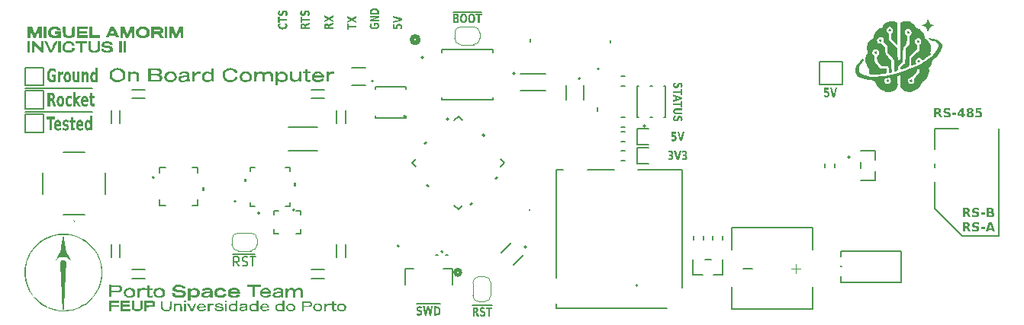
<source format=gbr>
%TF.GenerationSoftware,KiCad,Pcbnew,9.0.2+1*%
%TF.CreationDate,2025-08-16T02:22:31+01:00*%
%TF.ProjectId,OBC,4f42432e-6b69-4636-9164-5f7063625858,rev?*%
%TF.SameCoordinates,Original*%
%TF.FileFunction,Legend,Top*%
%TF.FilePolarity,Positive*%
%FSLAX45Y45*%
G04 Gerber Fmt 4.5, Leading zero omitted, Abs format (unit mm)*
G04 Created by KiCad (PCBNEW 9.0.2+1) date 2025-08-16 02:22:31*
%MOMM*%
%LPD*%
G01*
G04 APERTURE LIST*
%ADD10C,0.200000*%
%ADD11C,0.240000*%
%ADD12C,0.150000*%
%ADD13C,0.140000*%
%ADD14C,0.152400*%
%ADD15C,0.000000*%
%ADD16C,0.100000*%
%ADD17C,0.127000*%
%ADD18C,0.160000*%
%ADD19C,0.400000*%
%ADD20C,0.120000*%
%ADD21C,0.508000*%
G04 APERTURE END LIST*
D10*
X10100000Y-9690000D02*
X10845875Y-9690000D01*
X10100000Y-9460000D02*
X10300000Y-9460000D01*
X10300000Y-9660000D01*
X10100000Y-9660000D01*
X10100000Y-9460000D01*
X10100000Y-9720000D02*
X10300000Y-9720000D01*
X10300000Y-9920000D01*
X10100000Y-9920000D01*
X10100000Y-9720000D01*
X10100000Y-9430000D02*
X10845875Y-9430000D01*
X10100000Y-9200000D02*
X10300000Y-9200000D01*
X10300000Y-9400000D01*
X10100000Y-9400000D01*
X10100000Y-9200000D01*
D11*
G36*
X10398580Y-9477891D02*
G01*
X10406704Y-9480020D01*
X10412957Y-9483192D01*
X10417703Y-9487214D01*
X10421699Y-9492797D01*
X10424597Y-9499764D01*
X10426433Y-9508412D01*
X10427094Y-9519179D01*
X10426506Y-9529016D01*
X10424851Y-9537177D01*
X10422209Y-9543991D01*
X10418568Y-9549691D01*
X10413743Y-9554468D01*
X10407494Y-9558289D01*
X10410922Y-9560019D01*
X10414129Y-9562788D01*
X10417160Y-9566697D01*
X10421178Y-9574306D01*
X10425800Y-9586544D01*
X10440076Y-9630096D01*
X10412067Y-9630096D01*
X10399635Y-9591994D01*
X10396853Y-9584505D01*
X10394325Y-9579457D01*
X10392021Y-9576277D01*
X10389311Y-9574026D01*
X10385939Y-9572585D01*
X10381738Y-9572064D01*
X10374289Y-9572064D01*
X10374289Y-9630096D01*
X10347990Y-9630096D01*
X10347990Y-9544513D01*
X10374289Y-9544513D01*
X10385359Y-9544513D01*
X10390814Y-9543896D01*
X10394620Y-9542295D01*
X10397205Y-9539970D01*
X10399099Y-9536552D01*
X10400333Y-9531730D01*
X10400795Y-9525013D01*
X10400332Y-9518375D01*
X10399099Y-9513626D01*
X10397205Y-9510276D01*
X10394626Y-9508002D01*
X10390820Y-9506432D01*
X10385359Y-9505825D01*
X10374289Y-9505825D01*
X10374289Y-9544513D01*
X10347990Y-9544513D01*
X10347990Y-9477102D01*
X10388162Y-9477102D01*
X10398580Y-9477891D01*
G37*
G36*
X10499073Y-9512998D02*
G01*
X10506021Y-9515055D01*
X10512061Y-9518319D01*
X10517324Y-9522728D01*
X10521909Y-9528292D01*
X10525802Y-9534979D01*
X10528859Y-9542600D01*
X10531106Y-9551291D01*
X10532515Y-9561234D01*
X10533010Y-9572650D01*
X10532515Y-9584066D01*
X10531106Y-9594009D01*
X10528859Y-9602700D01*
X10525802Y-9610321D01*
X10521909Y-9617008D01*
X10517324Y-9622572D01*
X10512061Y-9626981D01*
X10506021Y-9630245D01*
X10499073Y-9632302D01*
X10491067Y-9633027D01*
X10483033Y-9632302D01*
X10476058Y-9630245D01*
X10469991Y-9626981D01*
X10464701Y-9622572D01*
X10460091Y-9617008D01*
X10456172Y-9610316D01*
X10453096Y-9602692D01*
X10450837Y-9594000D01*
X10449421Y-9584060D01*
X10448923Y-9572650D01*
X10474398Y-9572650D01*
X10474948Y-9583495D01*
X10476429Y-9591717D01*
X10478666Y-9597892D01*
X10481895Y-9602708D01*
X10485941Y-9605618D01*
X10491067Y-9606649D01*
X10496099Y-9605623D01*
X10500089Y-9602719D01*
X10503292Y-9597892D01*
X10505512Y-9591721D01*
X10506982Y-9583498D01*
X10507529Y-9572650D01*
X10506982Y-9561802D01*
X10505512Y-9553579D01*
X10503292Y-9547407D01*
X10500089Y-9542581D01*
X10496099Y-9539677D01*
X10491067Y-9538651D01*
X10485941Y-9539682D01*
X10481895Y-9542592D01*
X10478666Y-9547407D01*
X10476429Y-9553583D01*
X10474948Y-9561805D01*
X10474398Y-9572650D01*
X10448923Y-9572650D01*
X10449421Y-9561240D01*
X10450837Y-9551300D01*
X10453096Y-9542608D01*
X10456172Y-9534984D01*
X10460091Y-9528292D01*
X10464701Y-9522728D01*
X10469991Y-9518319D01*
X10476058Y-9515055D01*
X10483033Y-9512998D01*
X10491067Y-9512273D01*
X10499073Y-9512998D01*
G37*
G36*
X10612615Y-9518721D02*
G01*
X10612615Y-9548616D01*
X10607535Y-9544132D01*
X10602607Y-9541097D01*
X10597507Y-9539266D01*
X10592190Y-9538651D01*
X10587109Y-9539272D01*
X10582850Y-9541022D01*
X10579263Y-9543802D01*
X10576235Y-9547618D01*
X10573168Y-9554082D01*
X10571232Y-9562262D01*
X10570532Y-9572650D01*
X10571231Y-9583038D01*
X10573168Y-9591222D01*
X10576235Y-9597691D01*
X10579262Y-9601503D01*
X10582850Y-9604280D01*
X10587109Y-9606028D01*
X10592190Y-9606649D01*
X10597821Y-9606012D01*
X10603083Y-9604139D01*
X10608041Y-9601020D01*
X10612615Y-9596683D01*
X10612615Y-9626579D01*
X10606819Y-9629406D01*
X10600964Y-9631415D01*
X10595044Y-9632625D01*
X10589119Y-9633027D01*
X10580694Y-9632300D01*
X10573389Y-9630237D01*
X10567047Y-9626974D01*
X10561532Y-9622581D01*
X10556738Y-9617062D01*
X10552622Y-9610349D01*
X10549404Y-9602708D01*
X10547048Y-9594008D01*
X10545574Y-9584064D01*
X10545057Y-9572650D01*
X10545574Y-9561235D01*
X10547049Y-9551293D01*
X10549404Y-9542594D01*
X10552622Y-9534957D01*
X10556738Y-9528247D01*
X10561532Y-9522725D01*
X10567047Y-9518329D01*
X10573390Y-9515064D01*
X10580695Y-9513001D01*
X10589119Y-9512273D01*
X10595093Y-9512677D01*
X10600964Y-9513885D01*
X10606770Y-9515888D01*
X10612615Y-9518721D01*
G37*
G36*
X10633736Y-9470654D02*
G01*
X10658191Y-9470654D01*
X10658191Y-9557363D01*
X10686340Y-9515204D01*
X10714757Y-9515204D01*
X10677388Y-9567933D01*
X10717694Y-9630096D01*
X10688043Y-9630096D01*
X10658191Y-9582194D01*
X10658191Y-9630096D01*
X10633736Y-9630096D01*
X10633736Y-9470654D01*
G37*
G36*
X10766947Y-9512986D02*
G01*
X10773336Y-9515029D01*
X10779007Y-9518310D01*
X10784063Y-9522805D01*
X10788580Y-9528558D01*
X10792399Y-9535342D01*
X10795387Y-9542949D01*
X10797570Y-9551495D01*
X10798931Y-9561137D01*
X10799406Y-9572064D01*
X10799406Y-9582615D01*
X10742228Y-9582615D01*
X10743387Y-9590827D01*
X10745474Y-9597141D01*
X10748444Y-9601959D01*
X10752229Y-9605386D01*
X10757095Y-9607598D01*
X10763337Y-9608407D01*
X10771065Y-9607553D01*
X10779152Y-9604918D01*
X10787203Y-9600626D01*
X10795785Y-9594339D01*
X10795785Y-9622476D01*
X10787051Y-9627083D01*
X10778431Y-9630362D01*
X10769739Y-9632364D01*
X10761084Y-9633027D01*
X10752618Y-9632300D01*
X10745308Y-9630242D01*
X10738992Y-9626994D01*
X10733529Y-9622632D01*
X10728807Y-9617163D01*
X10724766Y-9610510D01*
X10721597Y-9602896D01*
X10719270Y-9594182D01*
X10717810Y-9584178D01*
X10717297Y-9572650D01*
X10717797Y-9561346D01*
X10718027Y-9559754D01*
X10742503Y-9559754D01*
X10774267Y-9559754D01*
X10773785Y-9553149D01*
X10772420Y-9547712D01*
X10770200Y-9543185D01*
X10767262Y-9539729D01*
X10763776Y-9537629D01*
X10759582Y-9536893D01*
X10754991Y-9537595D01*
X10751198Y-9539579D01*
X10748035Y-9542782D01*
X10745526Y-9547108D01*
X10743670Y-9552667D01*
X10742503Y-9559754D01*
X10718027Y-9559754D01*
X10719224Y-9551462D01*
X10721506Y-9542785D01*
X10724621Y-9535138D01*
X10728600Y-9528393D01*
X10733269Y-9522784D01*
X10738604Y-9518345D01*
X10744703Y-9515064D01*
X10751691Y-9512999D01*
X10759716Y-9512273D01*
X10766947Y-9512986D01*
G37*
G36*
X10844609Y-9482964D02*
G01*
X10844609Y-9515204D01*
X10869815Y-9515204D01*
X10869815Y-9541582D01*
X10844609Y-9541582D01*
X10844609Y-9590126D01*
X10844904Y-9595363D01*
X10845652Y-9598776D01*
X10846722Y-9600906D01*
X10849440Y-9602855D01*
X10855124Y-9603718D01*
X10867696Y-9603718D01*
X10867696Y-9630096D01*
X10846722Y-9630096D01*
X10839298Y-9629388D01*
X10833631Y-9627488D01*
X10829360Y-9624650D01*
X10826193Y-9621001D01*
X10823769Y-9616240D01*
X10821882Y-9609818D01*
X10820619Y-9601294D01*
X10820148Y-9590126D01*
X10820148Y-9541582D01*
X10807991Y-9541582D01*
X10807991Y-9515204D01*
X10820148Y-9515204D01*
X10820148Y-9482964D01*
X10844609Y-9482964D01*
G37*
D12*
G36*
X14177004Y-8767881D02*
G01*
X14177004Y-8718852D01*
X14196153Y-8718852D01*
X14196153Y-8752155D01*
X14211931Y-8752155D01*
X14210667Y-8747621D01*
X14210221Y-8742881D01*
X14210884Y-8735873D01*
X14212738Y-8730037D01*
X14215648Y-8725169D01*
X14219570Y-8721110D01*
X14224568Y-8717772D01*
X14230448Y-8715360D01*
X14237385Y-8713853D01*
X14245624Y-8713320D01*
X14252209Y-8713687D01*
X14257978Y-8714740D01*
X14263065Y-8716435D01*
X14267574Y-8718773D01*
X14271575Y-8721801D01*
X14275490Y-8726184D01*
X14278414Y-8731447D01*
X14280284Y-8737762D01*
X14280954Y-8745340D01*
X14280542Y-8751813D01*
X14279305Y-8758223D01*
X14277248Y-8764549D01*
X14274310Y-8770903D01*
X14253599Y-8770903D01*
X14257793Y-8764659D01*
X14260633Y-8759042D01*
X14262416Y-8753481D01*
X14262978Y-8748464D01*
X14262400Y-8743804D01*
X14260801Y-8740108D01*
X14258288Y-8737170D01*
X14254835Y-8734898D01*
X14250674Y-8733526D01*
X14245587Y-8733044D01*
X14240457Y-8733528D01*
X14236289Y-8734902D01*
X14232856Y-8737170D01*
X14230361Y-8740106D01*
X14228772Y-8743802D01*
X14228197Y-8748464D01*
X14228543Y-8752773D01*
X14229632Y-8757536D01*
X14231398Y-8762398D01*
X14234059Y-8767881D01*
X14177004Y-8767881D01*
G37*
G36*
X14177004Y-8705434D02*
G01*
X14177004Y-8685609D01*
X14252286Y-8665317D01*
X14177004Y-8645080D01*
X14177004Y-8625255D01*
X14279000Y-8653584D01*
X14279000Y-8677100D01*
X14177004Y-8705434D01*
G37*
G36*
X17272719Y-9915539D02*
G01*
X17321747Y-9915539D01*
X17321747Y-9934688D01*
X17288445Y-9934688D01*
X17288445Y-9950466D01*
X17292979Y-9949202D01*
X17297719Y-9948757D01*
X17304726Y-9949419D01*
X17310563Y-9951273D01*
X17315431Y-9954183D01*
X17319490Y-9958105D01*
X17322828Y-9963104D01*
X17325239Y-9968984D01*
X17326747Y-9975921D01*
X17327280Y-9984160D01*
X17326912Y-9990745D01*
X17325860Y-9996514D01*
X17324165Y-10001600D01*
X17321826Y-10006109D01*
X17318798Y-10010110D01*
X17314416Y-10014025D01*
X17309153Y-10016949D01*
X17302838Y-10018820D01*
X17295259Y-10019489D01*
X17288787Y-10019077D01*
X17282377Y-10017841D01*
X17276050Y-10015784D01*
X17269696Y-10012846D01*
X17269696Y-9992134D01*
X17275941Y-9996328D01*
X17281557Y-9999168D01*
X17287119Y-10000951D01*
X17292136Y-10001513D01*
X17296796Y-10000935D01*
X17300492Y-9999337D01*
X17303429Y-9996824D01*
X17305702Y-9993370D01*
X17307074Y-9989210D01*
X17307555Y-9984123D01*
X17307072Y-9978993D01*
X17305698Y-9974825D01*
X17303429Y-9971392D01*
X17300493Y-9968896D01*
X17296798Y-9967308D01*
X17292136Y-9966733D01*
X17287827Y-9967078D01*
X17283064Y-9968168D01*
X17278202Y-9969933D01*
X17272719Y-9972595D01*
X17272719Y-9915539D01*
G37*
G36*
X17335166Y-9915539D02*
G01*
X17354990Y-9915539D01*
X17375282Y-9990821D01*
X17395519Y-9915539D01*
X17415344Y-9915539D01*
X17387015Y-10017535D01*
X17363499Y-10017535D01*
X17335166Y-9915539D01*
G37*
G36*
X13517000Y-8721311D02*
G01*
X13491599Y-8730635D01*
X13486606Y-8732722D01*
X13483241Y-8734618D01*
X13481121Y-8736346D01*
X13479620Y-8738378D01*
X13478659Y-8740908D01*
X13478312Y-8744058D01*
X13478312Y-8749645D01*
X13517000Y-8749645D01*
X13517000Y-8769369D01*
X13415004Y-8769369D01*
X13415004Y-8741342D01*
X13434153Y-8741342D01*
X13434153Y-8749645D01*
X13459945Y-8749645D01*
X13459945Y-8741342D01*
X13459533Y-8737251D01*
X13458466Y-8734396D01*
X13456916Y-8732458D01*
X13454638Y-8731038D01*
X13451422Y-8730112D01*
X13446945Y-8729765D01*
X13442519Y-8730112D01*
X13439354Y-8731037D01*
X13437120Y-8732458D01*
X13435604Y-8734392D01*
X13434557Y-8737246D01*
X13434153Y-8741342D01*
X13415004Y-8741342D01*
X13415004Y-8739240D01*
X13415530Y-8731427D01*
X13416949Y-8725334D01*
X13419064Y-8720644D01*
X13421745Y-8717084D01*
X13425467Y-8714087D01*
X13430112Y-8711914D01*
X13435877Y-8710537D01*
X13443055Y-8710041D01*
X13449613Y-8710482D01*
X13455054Y-8711724D01*
X13459597Y-8713705D01*
X13463396Y-8716436D01*
X13466581Y-8720054D01*
X13469128Y-8724741D01*
X13470282Y-8722170D01*
X13472128Y-8719765D01*
X13474734Y-8717492D01*
X13479807Y-8714478D01*
X13487966Y-8711012D01*
X13517000Y-8700305D01*
X13517000Y-8721311D01*
G37*
G36*
X13464946Y-8645923D02*
G01*
X13517000Y-8619384D01*
X13517000Y-8639928D01*
X13482159Y-8657807D01*
X13517000Y-8675534D01*
X13517000Y-8696183D01*
X13464946Y-8669645D01*
X13415004Y-8695158D01*
X13415004Y-8674559D01*
X13447867Y-8657807D01*
X13415004Y-8641105D01*
X13415004Y-8620405D01*
X13464946Y-8645923D01*
G37*
G36*
X17388287Y-9422864D02*
G01*
X17366794Y-9422864D01*
X17370061Y-9416553D01*
X17372344Y-9410567D01*
X17373767Y-9404636D01*
X17374219Y-9399247D01*
X17373867Y-9394525D01*
X17372952Y-9391145D01*
X17371642Y-9388792D01*
X17369605Y-9386910D01*
X17367003Y-9385802D01*
X17363649Y-9385412D01*
X17361090Y-9385676D01*
X17359017Y-9386430D01*
X17357311Y-9387693D01*
X17355399Y-9390494D01*
X17353415Y-9395968D01*
X17351162Y-9404367D01*
X17348975Y-9410907D01*
X17346460Y-9415936D01*
X17343702Y-9419723D01*
X17340751Y-9422502D01*
X17337054Y-9424777D01*
X17332619Y-9426447D01*
X17327297Y-9427505D01*
X17320888Y-9427883D01*
X17312490Y-9427350D01*
X17305691Y-9425871D01*
X17300174Y-9423547D01*
X17295713Y-9420377D01*
X17292365Y-9416521D01*
X17289786Y-9411587D01*
X17288087Y-9405329D01*
X17287464Y-9397452D01*
X17287925Y-9390184D01*
X17289320Y-9382847D01*
X17291601Y-9375566D01*
X17294809Y-9368197D01*
X17317163Y-9368197D01*
X17312492Y-9375543D01*
X17309268Y-9382362D01*
X17307257Y-9389175D01*
X17306612Y-9395556D01*
X17306989Y-9399832D01*
X17307993Y-9403051D01*
X17309488Y-9405443D01*
X17311713Y-9407369D01*
X17314404Y-9408490D01*
X17317719Y-9408878D01*
X17320779Y-9408599D01*
X17323197Y-9407818D01*
X17325126Y-9406547D01*
X17327333Y-9403562D01*
X17329791Y-9397246D01*
X17332044Y-9389611D01*
X17334123Y-9383802D01*
X17336597Y-9379195D01*
X17339395Y-9375593D01*
X17342479Y-9372832D01*
X17346259Y-9370567D01*
X17350652Y-9368924D01*
X17355775Y-9367896D01*
X17361787Y-9367533D01*
X17369264Y-9368038D01*
X17375507Y-9369463D01*
X17380756Y-9371744D01*
X17385179Y-9374911D01*
X17388564Y-9378719D01*
X17391119Y-9383397D01*
X17392771Y-9389124D01*
X17393367Y-9396119D01*
X17393055Y-9402457D01*
X17392097Y-9409079D01*
X17390532Y-9415777D01*
X17388287Y-9422864D01*
G37*
G36*
X17391413Y-9436130D02*
G01*
X17391413Y-9506628D01*
X17371483Y-9506628D01*
X17371483Y-9481267D01*
X17289418Y-9481267D01*
X17289418Y-9461542D01*
X17371483Y-9461542D01*
X17371483Y-9436130D01*
X17391413Y-9436130D01*
G37*
G36*
X17391413Y-9527918D02*
G01*
X17391413Y-9551434D01*
X17289418Y-9579764D01*
X17289418Y-9559939D01*
X17308175Y-9555121D01*
X17308175Y-9550152D01*
X17326933Y-9550152D01*
X17367508Y-9539702D01*
X17326933Y-9529196D01*
X17326933Y-9550152D01*
X17308175Y-9550152D01*
X17308175Y-9524278D01*
X17289418Y-9519410D01*
X17289418Y-9499585D01*
X17391413Y-9527918D01*
G37*
G36*
X17391413Y-9572638D02*
G01*
X17391413Y-9643135D01*
X17371483Y-9643135D01*
X17371483Y-9617774D01*
X17289418Y-9617774D01*
X17289418Y-9598050D01*
X17371483Y-9598050D01*
X17371483Y-9572638D01*
X17391413Y-9572638D01*
G37*
G36*
X17391413Y-9653343D02*
G01*
X17391413Y-9673067D01*
X17330157Y-9673067D01*
X17321746Y-9673495D01*
X17315937Y-9674595D01*
X17312053Y-9676168D01*
X17309148Y-9678530D01*
X17307297Y-9681798D01*
X17306612Y-9686284D01*
X17307008Y-9689808D01*
X17308093Y-9692582D01*
X17309777Y-9694760D01*
X17312053Y-9696455D01*
X17315937Y-9698028D01*
X17321746Y-9699128D01*
X17330157Y-9699556D01*
X17391413Y-9699556D01*
X17391413Y-9719284D01*
X17330157Y-9719284D01*
X17321287Y-9718899D01*
X17313839Y-9717820D01*
X17307595Y-9716140D01*
X17302369Y-9713910D01*
X17298015Y-9711137D01*
X17294450Y-9707805D01*
X17291563Y-9703785D01*
X17289377Y-9698961D01*
X17287968Y-9693185D01*
X17287464Y-9686289D01*
X17287968Y-9679415D01*
X17289375Y-9673655D01*
X17291560Y-9668840D01*
X17294448Y-9664823D01*
X17298015Y-9661490D01*
X17302369Y-9658718D01*
X17307595Y-9656487D01*
X17313839Y-9654807D01*
X17321287Y-9653729D01*
X17330157Y-9653343D01*
X17391413Y-9653343D01*
G37*
G36*
X17388287Y-9791792D02*
G01*
X17366794Y-9791792D01*
X17370061Y-9785481D01*
X17372344Y-9779496D01*
X17373767Y-9773565D01*
X17374219Y-9768176D01*
X17373867Y-9763454D01*
X17372952Y-9760074D01*
X17371642Y-9757720D01*
X17369605Y-9755839D01*
X17367003Y-9754731D01*
X17363649Y-9754341D01*
X17361090Y-9754605D01*
X17359017Y-9755358D01*
X17357311Y-9756621D01*
X17355399Y-9759423D01*
X17353415Y-9764897D01*
X17351162Y-9773296D01*
X17348975Y-9779836D01*
X17346460Y-9784864D01*
X17343702Y-9788652D01*
X17340751Y-9791431D01*
X17337054Y-9793706D01*
X17332619Y-9795376D01*
X17327297Y-9796434D01*
X17320888Y-9796812D01*
X17312490Y-9796279D01*
X17305691Y-9794800D01*
X17300174Y-9792476D01*
X17295713Y-9789306D01*
X17292365Y-9785450D01*
X17289786Y-9780516D01*
X17288087Y-9774258D01*
X17287464Y-9766380D01*
X17287925Y-9759112D01*
X17289320Y-9751776D01*
X17291601Y-9744495D01*
X17294809Y-9737126D01*
X17317163Y-9737126D01*
X17312492Y-9744472D01*
X17309268Y-9751291D01*
X17307257Y-9758104D01*
X17306612Y-9764484D01*
X17306989Y-9768760D01*
X17307993Y-9771980D01*
X17309488Y-9774372D01*
X17311713Y-9776298D01*
X17314404Y-9777419D01*
X17317719Y-9777806D01*
X17320779Y-9777528D01*
X17323197Y-9776747D01*
X17325126Y-9775475D01*
X17327333Y-9772491D01*
X17329791Y-9766174D01*
X17332044Y-9758540D01*
X17334123Y-9752730D01*
X17336597Y-9748123D01*
X17339395Y-9744522D01*
X17342479Y-9741761D01*
X17346259Y-9739496D01*
X17350652Y-9737852D01*
X17355775Y-9736825D01*
X17361787Y-9736462D01*
X17369264Y-9736967D01*
X17375507Y-9738392D01*
X17380756Y-9740672D01*
X17385179Y-9743840D01*
X17388564Y-9747648D01*
X17391119Y-9752325D01*
X17392771Y-9758053D01*
X17393367Y-9765048D01*
X17393055Y-9771386D01*
X17392097Y-9778008D01*
X17390532Y-9784705D01*
X17388287Y-9791792D01*
G37*
G36*
X14886539Y-8601516D02*
G01*
X14892917Y-8602885D01*
X14897740Y-8604905D01*
X14901323Y-8607428D01*
X14904380Y-8611013D01*
X14906582Y-8615494D01*
X14907972Y-8621059D01*
X14908472Y-8627999D01*
X14908162Y-8632861D01*
X14907280Y-8637045D01*
X14905857Y-8640675D01*
X14903893Y-8643811D01*
X14901395Y-8646390D01*
X14898278Y-8648430D01*
X14902261Y-8650581D01*
X14905503Y-8653598D01*
X14908115Y-8657516D01*
X14910011Y-8662135D01*
X14911187Y-8667496D01*
X14911600Y-8673770D01*
X14911084Y-8680999D01*
X14909638Y-8686909D01*
X14907330Y-8691772D01*
X14904117Y-8695764D01*
X14900325Y-8698673D01*
X14895442Y-8700941D01*
X14889221Y-8702446D01*
X14881370Y-8703000D01*
X14848631Y-8703000D01*
X14848631Y-8685024D01*
X14868355Y-8685024D01*
X14879937Y-8685024D01*
X14883831Y-8684593D01*
X14886734Y-8683440D01*
X14888876Y-8681696D01*
X14890491Y-8679209D01*
X14891506Y-8675938D01*
X14891876Y-8671633D01*
X14891511Y-8667422D01*
X14890507Y-8664206D01*
X14888903Y-8661747D01*
X14886777Y-8660024D01*
X14883868Y-8658879D01*
X14879937Y-8658450D01*
X14868355Y-8658450D01*
X14868355Y-8685024D01*
X14848631Y-8685024D01*
X14848631Y-8640474D01*
X14868355Y-8640474D01*
X14879268Y-8640474D01*
X14882316Y-8640126D01*
X14884616Y-8639188D01*
X14886339Y-8637757D01*
X14887641Y-8635734D01*
X14888454Y-8633119D01*
X14888748Y-8629727D01*
X14888456Y-8626380D01*
X14887644Y-8623774D01*
X14886339Y-8621734D01*
X14884613Y-8620282D01*
X14882313Y-8619332D01*
X14879268Y-8618980D01*
X14868355Y-8618980D01*
X14868355Y-8640474D01*
X14848631Y-8640474D01*
X14848631Y-8601004D01*
X14878247Y-8601004D01*
X14886539Y-8601516D01*
G37*
G36*
X14971032Y-8599680D02*
G01*
X14977515Y-8601474D01*
X14983177Y-8604331D01*
X14988137Y-8608210D01*
X14992484Y-8613137D01*
X14996131Y-8618977D01*
X14999009Y-8625649D01*
X15001131Y-8633272D01*
X15002465Y-8642005D01*
X15002934Y-8652039D01*
X15002466Y-8662038D01*
X15001133Y-8670750D01*
X14999012Y-8678361D01*
X14996133Y-8685029D01*
X14992484Y-8690873D01*
X14988138Y-8695798D01*
X14983178Y-8699675D01*
X14977515Y-8702531D01*
X14971032Y-8704324D01*
X14963587Y-8704954D01*
X14956167Y-8704325D01*
X14949698Y-8702534D01*
X14944040Y-8699680D01*
X14939075Y-8695802D01*
X14934717Y-8690873D01*
X14931057Y-8685027D01*
X14928171Y-8678358D01*
X14926045Y-8670747D01*
X14924709Y-8662036D01*
X14924239Y-8652039D01*
X14944632Y-8652039D01*
X14944994Y-8660166D01*
X14945998Y-8666877D01*
X14947550Y-8672403D01*
X14949601Y-8676939D01*
X14952331Y-8680810D01*
X14955505Y-8683540D01*
X14959210Y-8685217D01*
X14963587Y-8685805D01*
X14967993Y-8685216D01*
X14971716Y-8683536D01*
X14974898Y-8680806D01*
X14977628Y-8676939D01*
X14979678Y-8672403D01*
X14981231Y-8666877D01*
X14982235Y-8660166D01*
X14982596Y-8652039D01*
X14982234Y-8643870D01*
X14981229Y-8637137D01*
X14979676Y-8631603D01*
X14977628Y-8627071D01*
X14974898Y-8623202D01*
X14971716Y-8620470D01*
X14967992Y-8618789D01*
X14963587Y-8618199D01*
X14959211Y-8618787D01*
X14955505Y-8620466D01*
X14952331Y-8623198D01*
X14949601Y-8627071D01*
X14947552Y-8631603D01*
X14945999Y-8637137D01*
X14944994Y-8643870D01*
X14944632Y-8652039D01*
X14924239Y-8652039D01*
X14924709Y-8642007D01*
X14926046Y-8633275D01*
X14928174Y-8625652D01*
X14931059Y-8618979D01*
X14934717Y-8613137D01*
X14939075Y-8608206D01*
X14944040Y-8604326D01*
X14949698Y-8601471D01*
X14956167Y-8599679D01*
X14963587Y-8599050D01*
X14971032Y-8599680D01*
G37*
G36*
X15060278Y-8599680D02*
G01*
X15066761Y-8601474D01*
X15072424Y-8604331D01*
X15077384Y-8608210D01*
X15081730Y-8613137D01*
X15085377Y-8618977D01*
X15088255Y-8625649D01*
X15090378Y-8633272D01*
X15091712Y-8642005D01*
X15092181Y-8652039D01*
X15091712Y-8662038D01*
X15090379Y-8670750D01*
X15088258Y-8678361D01*
X15085380Y-8685029D01*
X15081730Y-8690873D01*
X15077384Y-8695798D01*
X15072424Y-8699675D01*
X15066762Y-8702531D01*
X15060279Y-8704324D01*
X15052833Y-8704954D01*
X15045414Y-8704325D01*
X15038944Y-8702534D01*
X15033286Y-8699680D01*
X15028321Y-8695802D01*
X15023964Y-8690873D01*
X15020303Y-8685027D01*
X15017417Y-8678358D01*
X15015291Y-8670747D01*
X15013955Y-8662036D01*
X15013486Y-8652039D01*
X15033878Y-8652039D01*
X15034240Y-8660166D01*
X15035244Y-8666877D01*
X15036797Y-8672403D01*
X15038847Y-8676939D01*
X15041577Y-8680810D01*
X15044751Y-8683540D01*
X15048457Y-8685217D01*
X15052833Y-8685805D01*
X15057239Y-8685216D01*
X15060962Y-8683536D01*
X15064144Y-8680806D01*
X15066874Y-8676939D01*
X15068924Y-8672403D01*
X15070477Y-8666877D01*
X15071481Y-8660166D01*
X15071843Y-8652039D01*
X15071480Y-8643870D01*
X15070475Y-8637137D01*
X15068923Y-8631603D01*
X15066874Y-8627071D01*
X15064144Y-8623202D01*
X15060962Y-8620470D01*
X15057239Y-8618789D01*
X15052833Y-8618199D01*
X15048457Y-8618787D01*
X15044751Y-8620466D01*
X15041577Y-8623198D01*
X15038847Y-8627071D01*
X15036799Y-8631603D01*
X15035246Y-8637137D01*
X15034241Y-8643870D01*
X15033878Y-8652039D01*
X15013486Y-8652039D01*
X15013955Y-8642007D01*
X15015293Y-8633275D01*
X15017420Y-8625652D01*
X15020306Y-8618979D01*
X15023964Y-8613137D01*
X15028322Y-8608206D01*
X15033286Y-8604326D01*
X15038945Y-8601471D01*
X15045414Y-8599679D01*
X15052833Y-8599050D01*
X15060278Y-8599680D01*
G37*
G36*
X15098020Y-8601004D02*
G01*
X15168517Y-8601004D01*
X15168517Y-8620934D01*
X15143156Y-8620934D01*
X15143156Y-8703000D01*
X15123431Y-8703000D01*
X15123431Y-8620934D01*
X15098020Y-8620934D01*
X15098020Y-8601004D01*
G37*
X14846500Y-8580000D02*
X15161594Y-8580000D01*
D10*
G36*
X20233431Y-9651530D02*
G01*
X20241555Y-9652949D01*
X20247809Y-9655064D01*
X20252554Y-9657745D01*
X20256550Y-9661468D01*
X20259448Y-9666112D01*
X20261284Y-9671877D01*
X20261945Y-9679055D01*
X20261357Y-9685613D01*
X20259702Y-9691054D01*
X20257060Y-9695597D01*
X20253419Y-9699397D01*
X20248595Y-9702581D01*
X20242345Y-9705128D01*
X20245774Y-9706282D01*
X20248980Y-9708128D01*
X20252011Y-9710734D01*
X20256029Y-9715807D01*
X20260651Y-9723966D01*
X20274927Y-9753000D01*
X20246918Y-9753000D01*
X20234486Y-9727599D01*
X20231704Y-9722606D01*
X20229176Y-9719241D01*
X20226872Y-9717121D01*
X20224162Y-9715620D01*
X20220790Y-9714659D01*
X20216589Y-9714312D01*
X20209140Y-9714312D01*
X20209140Y-9753000D01*
X20182841Y-9753000D01*
X20182841Y-9695945D01*
X20209140Y-9695945D01*
X20220210Y-9695945D01*
X20225666Y-9695533D01*
X20229471Y-9694466D01*
X20232056Y-9692916D01*
X20233950Y-9690638D01*
X20235184Y-9687422D01*
X20235646Y-9682945D01*
X20235183Y-9678519D01*
X20233950Y-9675354D01*
X20232056Y-9673120D01*
X20229477Y-9671604D01*
X20225671Y-9670557D01*
X20220210Y-9670153D01*
X20209140Y-9670153D01*
X20209140Y-9695945D01*
X20182841Y-9695945D01*
X20182841Y-9651004D01*
X20223013Y-9651004D01*
X20233431Y-9651530D01*
G37*
G36*
X20361578Y-9654130D02*
G01*
X20361578Y-9675624D01*
X20353163Y-9672356D01*
X20345183Y-9670073D01*
X20337275Y-9668650D01*
X20330089Y-9668199D01*
X20323793Y-9668551D01*
X20319286Y-9669465D01*
X20316149Y-9670776D01*
X20313640Y-9672813D01*
X20312162Y-9675414D01*
X20311643Y-9678768D01*
X20311994Y-9681327D01*
X20312999Y-9683400D01*
X20314683Y-9685107D01*
X20318419Y-9687018D01*
X20325717Y-9689002D01*
X20336916Y-9691255D01*
X20345636Y-9693442D01*
X20352341Y-9695958D01*
X20357390Y-9698716D01*
X20361096Y-9701666D01*
X20364129Y-9705363D01*
X20366356Y-9709798D01*
X20367767Y-9715121D01*
X20368270Y-9721529D01*
X20367560Y-9729927D01*
X20365588Y-9736727D01*
X20362489Y-9742244D01*
X20358262Y-9746705D01*
X20353122Y-9750052D01*
X20346543Y-9752631D01*
X20338199Y-9754331D01*
X20327695Y-9754954D01*
X20318005Y-9754493D01*
X20308223Y-9753098D01*
X20298515Y-9750816D01*
X20288690Y-9747608D01*
X20288690Y-9725254D01*
X20298484Y-9729925D01*
X20307576Y-9733149D01*
X20316660Y-9735160D01*
X20325167Y-9735805D01*
X20330869Y-9735429D01*
X20335162Y-9734424D01*
X20338350Y-9732929D01*
X20340919Y-9730704D01*
X20342413Y-9728014D01*
X20342930Y-9724698D01*
X20342559Y-9721639D01*
X20341517Y-9719220D01*
X20339822Y-9717292D01*
X20335843Y-9715085D01*
X20327421Y-9712627D01*
X20317242Y-9710374D01*
X20309495Y-9708295D01*
X20303353Y-9705821D01*
X20298551Y-9703023D01*
X20294869Y-9699938D01*
X20291850Y-9696158D01*
X20289658Y-9691766D01*
X20288288Y-9686643D01*
X20287804Y-9680631D01*
X20288478Y-9673154D01*
X20290378Y-9666911D01*
X20293418Y-9661661D01*
X20297641Y-9657238D01*
X20302718Y-9653854D01*
X20308955Y-9651299D01*
X20316592Y-9649647D01*
X20325919Y-9649050D01*
X20334370Y-9649363D01*
X20343199Y-9650320D01*
X20352129Y-9651886D01*
X20361578Y-9654130D01*
G37*
G36*
X20386167Y-9702979D02*
G01*
X20429068Y-9702979D01*
X20429068Y-9722909D01*
X20386167Y-9722909D01*
X20386167Y-9702979D01*
G37*
G36*
X20512990Y-9715484D02*
G01*
X20527541Y-9715484D01*
X20527541Y-9734633D01*
X20512990Y-9734633D01*
X20512990Y-9753000D01*
X20488120Y-9753000D01*
X20488120Y-9734633D01*
X20442899Y-9734633D01*
X20442899Y-9715484D01*
X20459293Y-9715484D01*
X20488120Y-9715484D01*
X20488120Y-9672705D01*
X20459293Y-9715484D01*
X20442899Y-9715484D01*
X20442899Y-9712028D01*
X20483748Y-9651004D01*
X20512990Y-9651004D01*
X20512990Y-9715484D01*
G37*
G36*
X20592204Y-9649556D02*
G01*
X20599854Y-9650943D01*
X20605986Y-9653052D01*
X20610864Y-9655785D01*
X20615062Y-9659523D01*
X20618026Y-9663952D01*
X20619855Y-9669209D01*
X20620500Y-9675514D01*
X20619941Y-9681137D01*
X20618345Y-9685913D01*
X20615749Y-9690016D01*
X20612250Y-9693426D01*
X20607648Y-9696308D01*
X20601718Y-9698632D01*
X20608344Y-9701072D01*
X20613482Y-9704194D01*
X20617392Y-9707962D01*
X20620277Y-9712526D01*
X20622059Y-9717891D01*
X20622686Y-9724265D01*
X20621994Y-9731710D01*
X20620047Y-9737855D01*
X20616937Y-9742959D01*
X20612611Y-9747199D01*
X20607464Y-9750355D01*
X20600971Y-9752781D01*
X20592839Y-9754373D01*
X20582722Y-9754954D01*
X20572573Y-9754373D01*
X20564408Y-9752782D01*
X20557879Y-9750356D01*
X20552698Y-9747199D01*
X20548340Y-9742955D01*
X20545210Y-9737848D01*
X20543252Y-9731706D01*
X20542556Y-9724265D01*
X20542686Y-9722946D01*
X20567426Y-9722946D01*
X20567917Y-9727829D01*
X20569267Y-9731603D01*
X20571389Y-9734523D01*
X20574272Y-9736682D01*
X20577971Y-9738046D01*
X20582728Y-9738541D01*
X20587437Y-9738046D01*
X20591089Y-9736682D01*
X20593926Y-9734523D01*
X20596009Y-9731609D01*
X20597337Y-9727834D01*
X20597822Y-9722946D01*
X20597336Y-9718008D01*
X20596006Y-9714214D01*
X20593926Y-9711302D01*
X20591088Y-9709139D01*
X20587437Y-9707773D01*
X20582728Y-9707278D01*
X20577974Y-9707776D01*
X20574275Y-9709152D01*
X20571389Y-9711332D01*
X20569266Y-9714271D01*
X20567917Y-9718059D01*
X20567426Y-9722946D01*
X20542686Y-9722946D01*
X20543183Y-9717891D01*
X20544964Y-9712526D01*
X20547850Y-9707962D01*
X20551760Y-9704194D01*
X20556900Y-9701072D01*
X20563530Y-9698632D01*
X20557601Y-9696307D01*
X20553011Y-9693425D01*
X20549529Y-9690016D01*
X20546954Y-9685916D01*
X20545370Y-9681139D01*
X20545073Y-9678127D01*
X20569679Y-9678127D01*
X20570095Y-9682077D01*
X20571242Y-9685156D01*
X20573062Y-9687561D01*
X20575513Y-9689331D01*
X20578666Y-9690456D01*
X20582728Y-9690865D01*
X20586697Y-9690458D01*
X20589797Y-9689336D01*
X20592223Y-9687561D01*
X20594021Y-9685158D01*
X20595157Y-9682080D01*
X20595569Y-9678127D01*
X20595156Y-9674179D01*
X20594020Y-9671117D01*
X20592223Y-9668736D01*
X20589799Y-9666979D01*
X20586700Y-9665867D01*
X20582728Y-9665463D01*
X20578666Y-9665872D01*
X20575513Y-9666997D01*
X20573062Y-9668767D01*
X20571239Y-9671171D01*
X20570093Y-9674227D01*
X20569679Y-9678127D01*
X20545073Y-9678127D01*
X20544815Y-9675514D01*
X20545458Y-9669248D01*
X20547283Y-9664008D01*
X20550245Y-9659576D01*
X20554444Y-9655822D01*
X20559327Y-9653077D01*
X20565480Y-9650956D01*
X20573175Y-9649560D01*
X20582728Y-9649050D01*
X20592204Y-9649556D01*
G37*
G36*
X20646249Y-9651004D02*
G01*
X20711621Y-9651004D01*
X20711621Y-9670153D01*
X20667217Y-9670153D01*
X20667217Y-9685931D01*
X20673262Y-9684667D01*
X20679582Y-9684221D01*
X20688926Y-9684884D01*
X20696708Y-9686738D01*
X20703198Y-9689648D01*
X20708610Y-9693570D01*
X20713061Y-9698568D01*
X20716276Y-9704449D01*
X20718286Y-9711386D01*
X20718997Y-9719624D01*
X20718507Y-9726209D01*
X20717104Y-9731978D01*
X20714844Y-9737065D01*
X20711726Y-9741574D01*
X20707688Y-9745575D01*
X20701845Y-9749490D01*
X20694828Y-9752414D01*
X20686408Y-9754284D01*
X20676303Y-9754954D01*
X20667673Y-9754542D01*
X20659127Y-9753305D01*
X20650691Y-9751248D01*
X20642219Y-9748311D01*
X20642219Y-9727599D01*
X20650545Y-9731793D01*
X20658034Y-9734633D01*
X20665450Y-9736416D01*
X20672139Y-9736978D01*
X20678352Y-9736400D01*
X20683280Y-9734801D01*
X20687196Y-9732288D01*
X20690226Y-9728835D01*
X20692056Y-9724674D01*
X20692698Y-9719588D01*
X20692053Y-9714457D01*
X20690221Y-9710289D01*
X20687196Y-9706856D01*
X20683282Y-9704361D01*
X20678354Y-9702772D01*
X20672139Y-9702197D01*
X20666393Y-9702543D01*
X20660043Y-9703632D01*
X20653559Y-9705398D01*
X20646249Y-9708059D01*
X20646249Y-9651004D01*
G37*
D12*
G36*
X15103573Y-11866530D02*
G01*
X15109666Y-11867949D01*
X15114356Y-11870064D01*
X15117915Y-11872745D01*
X15120913Y-11876467D01*
X15123086Y-11881112D01*
X15124463Y-11886877D01*
X15124959Y-11894055D01*
X15124518Y-11900613D01*
X15123276Y-11906054D01*
X15121295Y-11910597D01*
X15118564Y-11914396D01*
X15114946Y-11917581D01*
X15110258Y-11920128D01*
X15112830Y-11921282D01*
X15115235Y-11923128D01*
X15117508Y-11925734D01*
X15120522Y-11930807D01*
X15123988Y-11938966D01*
X15134695Y-11968000D01*
X15113689Y-11968000D01*
X15104365Y-11942599D01*
X15102278Y-11937606D01*
X15100382Y-11934241D01*
X15098654Y-11932121D01*
X15096622Y-11930620D01*
X15094092Y-11929659D01*
X15090942Y-11929312D01*
X15085355Y-11929312D01*
X15085355Y-11968000D01*
X15065631Y-11968000D01*
X15065631Y-11910945D01*
X15085355Y-11910945D01*
X15093658Y-11910945D01*
X15097749Y-11910533D01*
X15100604Y-11909466D01*
X15102542Y-11907916D01*
X15103962Y-11905638D01*
X15104888Y-11902422D01*
X15105235Y-11897945D01*
X15104888Y-11893519D01*
X15103963Y-11890354D01*
X15102542Y-11888120D01*
X15100608Y-11886604D01*
X15097753Y-11885557D01*
X15093658Y-11885153D01*
X15085355Y-11885153D01*
X15085355Y-11910945D01*
X15065631Y-11910945D01*
X15065631Y-11866004D01*
X15095760Y-11866004D01*
X15103573Y-11866530D01*
G37*
G36*
X15199683Y-11869130D02*
G01*
X15199683Y-11890624D01*
X15193372Y-11887356D01*
X15187387Y-11885073D01*
X15181456Y-11883650D01*
X15176067Y-11883199D01*
X15171345Y-11883551D01*
X15167965Y-11884465D01*
X15165612Y-11885776D01*
X15163730Y-11887813D01*
X15162622Y-11890414D01*
X15162232Y-11893768D01*
X15162496Y-11896327D01*
X15163249Y-11898400D01*
X15164512Y-11900106D01*
X15167314Y-11902018D01*
X15172788Y-11904002D01*
X15181187Y-11906255D01*
X15187727Y-11908442D01*
X15192755Y-11910958D01*
X15196543Y-11913715D01*
X15199322Y-11916666D01*
X15201597Y-11920363D01*
X15203267Y-11924798D01*
X15204325Y-11930121D01*
X15204703Y-11936529D01*
X15204170Y-11944927D01*
X15202691Y-11951727D01*
X15200367Y-11957243D01*
X15197197Y-11961705D01*
X15193341Y-11965052D01*
X15188407Y-11967631D01*
X15182149Y-11969331D01*
X15174271Y-11969954D01*
X15167003Y-11969493D01*
X15159667Y-11968098D01*
X15152386Y-11965816D01*
X15145017Y-11962608D01*
X15145017Y-11940254D01*
X15152363Y-11944925D01*
X15159182Y-11948149D01*
X15165995Y-11950160D01*
X15172376Y-11950805D01*
X15176651Y-11950429D01*
X15179871Y-11949424D01*
X15182263Y-11947929D01*
X15184189Y-11945704D01*
X15185310Y-11943014D01*
X15185697Y-11939698D01*
X15185419Y-11936639D01*
X15184638Y-11934220D01*
X15183366Y-11932292D01*
X15180382Y-11930085D01*
X15174065Y-11927627D01*
X15166431Y-11925373D01*
X15160621Y-11923295D01*
X15156014Y-11920821D01*
X15152413Y-11918023D01*
X15149652Y-11914938D01*
X15147387Y-11911158D01*
X15145744Y-11906766D01*
X15144716Y-11901643D01*
X15144353Y-11895631D01*
X15144858Y-11888154D01*
X15146283Y-11881911D01*
X15148563Y-11876661D01*
X15151731Y-11872238D01*
X15155539Y-11868853D01*
X15160217Y-11866298D01*
X15165944Y-11864647D01*
X15172939Y-11864050D01*
X15179277Y-11864363D01*
X15185899Y-11865320D01*
X15192596Y-11866886D01*
X15199683Y-11869130D01*
G37*
G36*
X15212950Y-11866004D02*
G01*
X15283448Y-11866004D01*
X15283448Y-11885934D01*
X15258086Y-11885934D01*
X15258086Y-11968000D01*
X15238362Y-11968000D01*
X15238362Y-11885934D01*
X15212950Y-11885934D01*
X15212950Y-11866004D01*
G37*
X15063500Y-11845000D02*
X15276525Y-11845000D01*
G36*
X14497863Y-11859130D02*
G01*
X14497863Y-11880624D01*
X14491553Y-11877356D01*
X14485567Y-11875073D01*
X14479636Y-11873650D01*
X14474247Y-11873199D01*
X14469525Y-11873551D01*
X14466145Y-11874465D01*
X14463792Y-11875776D01*
X14461910Y-11877813D01*
X14460802Y-11880414D01*
X14460412Y-11883768D01*
X14460676Y-11886327D01*
X14461429Y-11888400D01*
X14462692Y-11890106D01*
X14465494Y-11892018D01*
X14470968Y-11894002D01*
X14479367Y-11896255D01*
X14485907Y-11898442D01*
X14490935Y-11900958D01*
X14494723Y-11903715D01*
X14497502Y-11906666D01*
X14499777Y-11910363D01*
X14501447Y-11914798D01*
X14502505Y-11920121D01*
X14502883Y-11926529D01*
X14502350Y-11934927D01*
X14500871Y-11941727D01*
X14498547Y-11947243D01*
X14495377Y-11951705D01*
X14491521Y-11955052D01*
X14486587Y-11957631D01*
X14480329Y-11959331D01*
X14472451Y-11959954D01*
X14465183Y-11959493D01*
X14457847Y-11958098D01*
X14450566Y-11955816D01*
X14443197Y-11952608D01*
X14443197Y-11930254D01*
X14450543Y-11934925D01*
X14457362Y-11938149D01*
X14464175Y-11940160D01*
X14470556Y-11940805D01*
X14474831Y-11940429D01*
X14478051Y-11939424D01*
X14480443Y-11937929D01*
X14482369Y-11935704D01*
X14483490Y-11933014D01*
X14483877Y-11929698D01*
X14483599Y-11926639D01*
X14482818Y-11924220D01*
X14481546Y-11922292D01*
X14478562Y-11920085D01*
X14472245Y-11917627D01*
X14464611Y-11915373D01*
X14458802Y-11913295D01*
X14454194Y-11910821D01*
X14450593Y-11908023D01*
X14447832Y-11904938D01*
X14445567Y-11901158D01*
X14443924Y-11896766D01*
X14442896Y-11891643D01*
X14442533Y-11885631D01*
X14443038Y-11878154D01*
X14444463Y-11871911D01*
X14446743Y-11866661D01*
X14449911Y-11862238D01*
X14453719Y-11858853D01*
X14458397Y-11856298D01*
X14464124Y-11854647D01*
X14471119Y-11854050D01*
X14477457Y-11854363D01*
X14484079Y-11855320D01*
X14490776Y-11856886D01*
X14497863Y-11859130D01*
G37*
G36*
X14513741Y-11856004D02*
G01*
X14532650Y-11856004D01*
X14545866Y-11930126D01*
X14558982Y-11856004D01*
X14577992Y-11856004D01*
X14591108Y-11930126D01*
X14604324Y-11856004D01*
X14623078Y-11856004D01*
X14605043Y-11958000D01*
X14582292Y-11958000D01*
X14568411Y-11880459D01*
X14554677Y-11958000D01*
X14531931Y-11958000D01*
X14513741Y-11856004D01*
G37*
G36*
X14668554Y-11856463D02*
G01*
X14676965Y-11857652D01*
X14682772Y-11859320D01*
X14688236Y-11862069D01*
X14693087Y-11865805D01*
X14697399Y-11870555D01*
X14700698Y-11875423D01*
X14703350Y-11880713D01*
X14705390Y-11886473D01*
X14706813Y-11892580D01*
X14707698Y-11899356D01*
X14708005Y-11906898D01*
X14707697Y-11914536D01*
X14706811Y-11921369D01*
X14705390Y-11927500D01*
X14703348Y-11933280D01*
X14700696Y-11938580D01*
X14697399Y-11943449D01*
X14693051Y-11948197D01*
X14688156Y-11951936D01*
X14682639Y-11954690D01*
X14676789Y-11956360D01*
X14668410Y-11957544D01*
X14656820Y-11958000D01*
X14636019Y-11958000D01*
X14636019Y-11938070D01*
X14655744Y-11938070D01*
X14662814Y-11938070D01*
X14668888Y-11937496D01*
X14673867Y-11935901D01*
X14677947Y-11933417D01*
X14681284Y-11930089D01*
X14683975Y-11925848D01*
X14685955Y-11920705D01*
X14687213Y-11914471D01*
X14687663Y-11906898D01*
X14687214Y-11899358D01*
X14685960Y-11893160D01*
X14683988Y-11888052D01*
X14681307Y-11883848D01*
X14677987Y-11880554D01*
X14673911Y-11878091D01*
X14668920Y-11876506D01*
X14662814Y-11875934D01*
X14655744Y-11875934D01*
X14655744Y-11938070D01*
X14636019Y-11938070D01*
X14636019Y-11856004D01*
X14656820Y-11856004D01*
X14668554Y-11856463D01*
G37*
D11*
G36*
X10335833Y-9744852D02*
G01*
X10429830Y-9744852D01*
X10429830Y-9774748D01*
X10396014Y-9774748D01*
X10396014Y-9897846D01*
X10369715Y-9897846D01*
X10369715Y-9774748D01*
X10335833Y-9774748D01*
X10335833Y-9744852D01*
G37*
G36*
X10467701Y-9780736D02*
G01*
X10474090Y-9782779D01*
X10479761Y-9786060D01*
X10484817Y-9790555D01*
X10489333Y-9796308D01*
X10493153Y-9803092D01*
X10496140Y-9810699D01*
X10498324Y-9819245D01*
X10499684Y-9828887D01*
X10500159Y-9839814D01*
X10500159Y-9850365D01*
X10442982Y-9850365D01*
X10444141Y-9858577D01*
X10446228Y-9864891D01*
X10449198Y-9869709D01*
X10452983Y-9873136D01*
X10457848Y-9875348D01*
X10464091Y-9876157D01*
X10471819Y-9875303D01*
X10479906Y-9872668D01*
X10487957Y-9868376D01*
X10496538Y-9862089D01*
X10496538Y-9890226D01*
X10487805Y-9894833D01*
X10479185Y-9898112D01*
X10470492Y-9900114D01*
X10461838Y-9900777D01*
X10453371Y-9900050D01*
X10446062Y-9897992D01*
X10439746Y-9894744D01*
X10434282Y-9890382D01*
X10429561Y-9884913D01*
X10425520Y-9878260D01*
X10422351Y-9870646D01*
X10420024Y-9861932D01*
X10418564Y-9851928D01*
X10418051Y-9840400D01*
X10418551Y-9829096D01*
X10418781Y-9827504D01*
X10443257Y-9827504D01*
X10475021Y-9827504D01*
X10474539Y-9820899D01*
X10473174Y-9815462D01*
X10470954Y-9810935D01*
X10468015Y-9807479D01*
X10464529Y-9805379D01*
X10460336Y-9804643D01*
X10455745Y-9805345D01*
X10451952Y-9807329D01*
X10448789Y-9810532D01*
X10446280Y-9814858D01*
X10444423Y-9820417D01*
X10443257Y-9827504D01*
X10418781Y-9827504D01*
X10419978Y-9819212D01*
X10422260Y-9810535D01*
X10425375Y-9802888D01*
X10429353Y-9796143D01*
X10434022Y-9790534D01*
X10439358Y-9786095D01*
X10445457Y-9782814D01*
X10452445Y-9780749D01*
X10460470Y-9780023D01*
X10467701Y-9780736D01*
G37*
G36*
X10578421Y-9786471D02*
G01*
X10578421Y-9814608D01*
X10570574Y-9810186D01*
X10563253Y-9807134D01*
X10556024Y-9805243D01*
X10549460Y-9804643D01*
X10542978Y-9805410D01*
X10539110Y-9807271D01*
X10537200Y-9809381D01*
X10536105Y-9812013D01*
X10535727Y-9815341D01*
X10536364Y-9819241D01*
X10538286Y-9822128D01*
X10541397Y-9823998D01*
X10547475Y-9825626D01*
X10551780Y-9826542D01*
X10561679Y-9829020D01*
X10568806Y-9831921D01*
X10573760Y-9835062D01*
X10577053Y-9838321D01*
X10579767Y-9842730D01*
X10581779Y-9848295D01*
X10583074Y-9855274D01*
X10583544Y-9864021D01*
X10582937Y-9872920D01*
X10581220Y-9880280D01*
X10578446Y-9886428D01*
X10574525Y-9891563D01*
X10569977Y-9895270D01*
X10564168Y-9898160D01*
X10556821Y-9900074D01*
X10547616Y-9900777D01*
X10539978Y-9900345D01*
X10531935Y-9899018D01*
X10523812Y-9896846D01*
X10515302Y-9893743D01*
X10515302Y-9865606D01*
X10522730Y-9870236D01*
X10530293Y-9873519D01*
X10538035Y-9875497D01*
X10545906Y-9876157D01*
X10552586Y-9875307D01*
X10556702Y-9873208D01*
X10558750Y-9870865D01*
X10559921Y-9868008D01*
X10560322Y-9864461D01*
X10559682Y-9860148D01*
X10557825Y-9857179D01*
X10554677Y-9855285D01*
X10547891Y-9853470D01*
X10543586Y-9852655D01*
X10535103Y-9850485D01*
X10528724Y-9847759D01*
X10524040Y-9844646D01*
X10520700Y-9841252D01*
X10517935Y-9836769D01*
X10515904Y-9831229D01*
X10514608Y-9824404D01*
X10514142Y-9815982D01*
X10514717Y-9807027D01*
X10516327Y-9799732D01*
X10518896Y-9793751D01*
X10522477Y-9788862D01*
X10526690Y-9785323D01*
X10532152Y-9782551D01*
X10539152Y-9780704D01*
X10548025Y-9780023D01*
X10554859Y-9780404D01*
X10562228Y-9781589D01*
X10569806Y-9783530D01*
X10578421Y-9786471D01*
G37*
G36*
X10628601Y-9750714D02*
G01*
X10628601Y-9782954D01*
X10653806Y-9782954D01*
X10653806Y-9809332D01*
X10628601Y-9809332D01*
X10628601Y-9857876D01*
X10628896Y-9863113D01*
X10629643Y-9866526D01*
X10630713Y-9868656D01*
X10633432Y-9870605D01*
X10639115Y-9871468D01*
X10651688Y-9871468D01*
X10651688Y-9897846D01*
X10630713Y-9897846D01*
X10623289Y-9897138D01*
X10617622Y-9895238D01*
X10613351Y-9892400D01*
X10610185Y-9888751D01*
X10607760Y-9883990D01*
X10605874Y-9877568D01*
X10604610Y-9869044D01*
X10604140Y-9857876D01*
X10604140Y-9809332D01*
X10591982Y-9809332D01*
X10591982Y-9782954D01*
X10604140Y-9782954D01*
X10604140Y-9750714D01*
X10628601Y-9750714D01*
G37*
G36*
X10712726Y-9780736D02*
G01*
X10719115Y-9782779D01*
X10724786Y-9786060D01*
X10729841Y-9790555D01*
X10734358Y-9796308D01*
X10738177Y-9803092D01*
X10741165Y-9810699D01*
X10743348Y-9819245D01*
X10744709Y-9828887D01*
X10745184Y-9839814D01*
X10745184Y-9850365D01*
X10688007Y-9850365D01*
X10689165Y-9858577D01*
X10691252Y-9864891D01*
X10694223Y-9869709D01*
X10698007Y-9873136D01*
X10702873Y-9875348D01*
X10709115Y-9876157D01*
X10716843Y-9875303D01*
X10724930Y-9872668D01*
X10732981Y-9868376D01*
X10741563Y-9862089D01*
X10741563Y-9890226D01*
X10732829Y-9894833D01*
X10724209Y-9898112D01*
X10715517Y-9900114D01*
X10706862Y-9900777D01*
X10698396Y-9900050D01*
X10691086Y-9897992D01*
X10684770Y-9894744D01*
X10679307Y-9890382D01*
X10674585Y-9884913D01*
X10670544Y-9878260D01*
X10667375Y-9870646D01*
X10665049Y-9861932D01*
X10663589Y-9851928D01*
X10663075Y-9840400D01*
X10663575Y-9829096D01*
X10663805Y-9827504D01*
X10688281Y-9827504D01*
X10720045Y-9827504D01*
X10719563Y-9820899D01*
X10718198Y-9815462D01*
X10715978Y-9810935D01*
X10713040Y-9807479D01*
X10709554Y-9805379D01*
X10705360Y-9804643D01*
X10700769Y-9805345D01*
X10696976Y-9807329D01*
X10693813Y-9810532D01*
X10691304Y-9814858D01*
X10689448Y-9820417D01*
X10688281Y-9827504D01*
X10663805Y-9827504D01*
X10665003Y-9819212D01*
X10667284Y-9810535D01*
X10670399Y-9802888D01*
X10674378Y-9796143D01*
X10679047Y-9790534D01*
X10684382Y-9786095D01*
X10690481Y-9782814D01*
X10697469Y-9780749D01*
X10705494Y-9780023D01*
X10712726Y-9780736D01*
G37*
G36*
X10840322Y-9897846D02*
G01*
X10815727Y-9897846D01*
X10815727Y-9881433D01*
X10812112Y-9887722D01*
X10808406Y-9892559D01*
X10804590Y-9896124D01*
X10800435Y-9898658D01*
X10795776Y-9900230D01*
X10790521Y-9900777D01*
X10783714Y-9899704D01*
X10777679Y-9896580D01*
X10772242Y-9891385D01*
X10767294Y-9883887D01*
X10763427Y-9875141D01*
X10760600Y-9865136D01*
X10758830Y-9853650D01*
X10758208Y-9840400D01*
X10783554Y-9840400D01*
X10784091Y-9851331D01*
X10785529Y-9859565D01*
X10787688Y-9865697D01*
X10790824Y-9870504D01*
X10794716Y-9873384D01*
X10799607Y-9874399D01*
X10804544Y-9873381D01*
X10808455Y-9870498D01*
X10811593Y-9865697D01*
X10813753Y-9859565D01*
X10815190Y-9851331D01*
X10815727Y-9840400D01*
X10815190Y-9829469D01*
X10813752Y-9821238D01*
X10811593Y-9815112D01*
X10808455Y-9810306D01*
X10804543Y-9807420D01*
X10799607Y-9806401D01*
X10794716Y-9807417D01*
X10790825Y-9810300D01*
X10787688Y-9815112D01*
X10785529Y-9821238D01*
X10784091Y-9829469D01*
X10783554Y-9840400D01*
X10758208Y-9840400D01*
X10758830Y-9827150D01*
X10760600Y-9815664D01*
X10763427Y-9805659D01*
X10767294Y-9796913D01*
X10772242Y-9789415D01*
X10777679Y-9784220D01*
X10783714Y-9781096D01*
X10790521Y-9780023D01*
X10795729Y-9780574D01*
X10800379Y-9782161D01*
X10804559Y-9784731D01*
X10808400Y-9788319D01*
X10812116Y-9793143D01*
X10815727Y-9799367D01*
X10815727Y-9738404D01*
X10840322Y-9738404D01*
X10840322Y-9897846D01*
G37*
G36*
X10439667Y-9350860D02*
G01*
X10429632Y-9357174D01*
X10419242Y-9361677D01*
X10408532Y-9364369D01*
X10397382Y-9365277D01*
X10387095Y-9364324D01*
X10378081Y-9361606D01*
X10370159Y-9357270D01*
X10363173Y-9351377D01*
X10357009Y-9343899D01*
X10351751Y-9334947D01*
X10347643Y-9324860D01*
X10344642Y-9313479D01*
X10342770Y-9300583D01*
X10342116Y-9285904D01*
X10342784Y-9271055D01*
X10344693Y-9258061D01*
X10347749Y-9246639D01*
X10351928Y-9236558D01*
X10357277Y-9227652D01*
X10363529Y-9220268D01*
X10370663Y-9214420D01*
X10378808Y-9210098D01*
X10388128Y-9207377D01*
X10398817Y-9206421D01*
X10408861Y-9207154D01*
X10418320Y-9209306D01*
X10427429Y-9212909D01*
X10435911Y-9217852D01*
X10435911Y-9249799D01*
X10427278Y-9243274D01*
X10418936Y-9238780D01*
X10410454Y-9236045D01*
X10402029Y-9235144D01*
X10394211Y-9236067D01*
X10387721Y-9238653D01*
X10382315Y-9242736D01*
X10377812Y-9248297D01*
X10374242Y-9255202D01*
X10371597Y-9263560D01*
X10369911Y-9273667D01*
X10369306Y-9285904D01*
X10369889Y-9298051D01*
X10371517Y-9308110D01*
X10374066Y-9316448D01*
X10377501Y-9323356D01*
X10381865Y-9328962D01*
X10387078Y-9333054D01*
X10393311Y-9335635D01*
X10400795Y-9336554D01*
X10408410Y-9335794D01*
X10411816Y-9334781D01*
X10414729Y-9333385D01*
X10414729Y-9303728D01*
X10398676Y-9303728D01*
X10398676Y-9277349D01*
X10439667Y-9277349D01*
X10439667Y-9350860D01*
G37*
G36*
X10518624Y-9279108D02*
G01*
X10515384Y-9277001D01*
X10512237Y-9275563D01*
X10505850Y-9274418D01*
X10501215Y-9275042D01*
X10497340Y-9276803D01*
X10494080Y-9279620D01*
X10491330Y-9283532D01*
X10488637Y-9290034D01*
X10486887Y-9298548D01*
X10486244Y-9309644D01*
X10486244Y-9362346D01*
X10461789Y-9362346D01*
X10461789Y-9247454D01*
X10486244Y-9247454D01*
X10486244Y-9266212D01*
X10489688Y-9259091D01*
X10493292Y-9253673D01*
X10497070Y-9249716D01*
X10501279Y-9246901D01*
X10506122Y-9245141D01*
X10511724Y-9244523D01*
X10514387Y-9244688D01*
X10518557Y-9245393D01*
X10518624Y-9279108D01*
G37*
G36*
X10575180Y-9245248D02*
G01*
X10582127Y-9247305D01*
X10588167Y-9250569D01*
X10593430Y-9254978D01*
X10598015Y-9260542D01*
X10601908Y-9267229D01*
X10604965Y-9274850D01*
X10607212Y-9283541D01*
X10608621Y-9293484D01*
X10609116Y-9304900D01*
X10608621Y-9316316D01*
X10607212Y-9326259D01*
X10604965Y-9334950D01*
X10601908Y-9342571D01*
X10598015Y-9349258D01*
X10593430Y-9354822D01*
X10588167Y-9359231D01*
X10582127Y-9362495D01*
X10575180Y-9364552D01*
X10567173Y-9365277D01*
X10559139Y-9364552D01*
X10552164Y-9362495D01*
X10546097Y-9359231D01*
X10540808Y-9354822D01*
X10536197Y-9349258D01*
X10532278Y-9342566D01*
X10529202Y-9334942D01*
X10526943Y-9326250D01*
X10525527Y-9316310D01*
X10525029Y-9304900D01*
X10550504Y-9304900D01*
X10551054Y-9315745D01*
X10552535Y-9323967D01*
X10554772Y-9330142D01*
X10558001Y-9334958D01*
X10562047Y-9337868D01*
X10567173Y-9338899D01*
X10572205Y-9337873D01*
X10576195Y-9334969D01*
X10579398Y-9330142D01*
X10581618Y-9323971D01*
X10583088Y-9315748D01*
X10583635Y-9304900D01*
X10583088Y-9294052D01*
X10581618Y-9285829D01*
X10579398Y-9279657D01*
X10576195Y-9274831D01*
X10572205Y-9271927D01*
X10567173Y-9270901D01*
X10562047Y-9271932D01*
X10558001Y-9274842D01*
X10554772Y-9279657D01*
X10552535Y-9285833D01*
X10551054Y-9294055D01*
X10550504Y-9304900D01*
X10525029Y-9304900D01*
X10525527Y-9293490D01*
X10526943Y-9283550D01*
X10529202Y-9274858D01*
X10532278Y-9267234D01*
X10536197Y-9260542D01*
X10540808Y-9254978D01*
X10546097Y-9250569D01*
X10552164Y-9247305D01*
X10559139Y-9245248D01*
X10567173Y-9244523D01*
X10575180Y-9245248D01*
G37*
G36*
X10626079Y-9317778D02*
G01*
X10626079Y-9247454D01*
X10650674Y-9247454D01*
X10650674Y-9258967D01*
X10650601Y-9282469D01*
X10650534Y-9301328D01*
X10651010Y-9321331D01*
X10651731Y-9326974D01*
X10652652Y-9330225D01*
X10654391Y-9333417D01*
X10656579Y-9335775D01*
X10659137Y-9337222D01*
X10662147Y-9337726D01*
X10666952Y-9336713D01*
X10670888Y-9333801D01*
X10674170Y-9328888D01*
X10676485Y-9322653D01*
X10677990Y-9314621D01*
X10678542Y-9304314D01*
X10678542Y-9247454D01*
X10702997Y-9247454D01*
X10702997Y-9362346D01*
X10678542Y-9362346D01*
X10678542Y-9345933D01*
X10674634Y-9352181D01*
X10670735Y-9357001D01*
X10666825Y-9360569D01*
X10662607Y-9363164D01*
X10658086Y-9364739D01*
X10653196Y-9365277D01*
X10646647Y-9364432D01*
X10641235Y-9362061D01*
X10636741Y-9358299D01*
X10633009Y-9353123D01*
X10630147Y-9346835D01*
X10627985Y-9339068D01*
X10626585Y-9329508D01*
X10626079Y-9317778D01*
G37*
G36*
X10803466Y-9292141D02*
G01*
X10803466Y-9362346D01*
X10778877Y-9362346D01*
X10778877Y-9350924D01*
X10778877Y-9308619D01*
X10778431Y-9288029D01*
X10777767Y-9282789D01*
X10776899Y-9279694D01*
X10775207Y-9276486D01*
X10773003Y-9274080D01*
X10770412Y-9272590D01*
X10767398Y-9272074D01*
X10762596Y-9273093D01*
X10758660Y-9276023D01*
X10755375Y-9280976D01*
X10753059Y-9287246D01*
X10751554Y-9295307D01*
X10751003Y-9305633D01*
X10751003Y-9362346D01*
X10726548Y-9362346D01*
X10726548Y-9247454D01*
X10751003Y-9247454D01*
X10751003Y-9263867D01*
X10754912Y-9257623D01*
X10758821Y-9252802D01*
X10762751Y-9249231D01*
X10766993Y-9246638D01*
X10771549Y-9245062D01*
X10776484Y-9244523D01*
X10783032Y-9245372D01*
X10788429Y-9247751D01*
X10792897Y-9251524D01*
X10796597Y-9256714D01*
X10799431Y-9263008D01*
X10801574Y-9270790D01*
X10802964Y-9280375D01*
X10803466Y-9292141D01*
G37*
G36*
X10902849Y-9362346D02*
G01*
X10878253Y-9362346D01*
X10878253Y-9345933D01*
X10874638Y-9352222D01*
X10870932Y-9357059D01*
X10867116Y-9360624D01*
X10862961Y-9363158D01*
X10858302Y-9364730D01*
X10853048Y-9365277D01*
X10846240Y-9364204D01*
X10840205Y-9361080D01*
X10834768Y-9355885D01*
X10829820Y-9348387D01*
X10825953Y-9339641D01*
X10823126Y-9329636D01*
X10821356Y-9318150D01*
X10820734Y-9304900D01*
X10846081Y-9304900D01*
X10846617Y-9315831D01*
X10848055Y-9324065D01*
X10850214Y-9330197D01*
X10853350Y-9335004D01*
X10857242Y-9337884D01*
X10862133Y-9338899D01*
X10867070Y-9337881D01*
X10870982Y-9334998D01*
X10874120Y-9330197D01*
X10876279Y-9324065D01*
X10877717Y-9315831D01*
X10878253Y-9304900D01*
X10877717Y-9293969D01*
X10876279Y-9285738D01*
X10874120Y-9279612D01*
X10870981Y-9274806D01*
X10867069Y-9271920D01*
X10862133Y-9270901D01*
X10857242Y-9271917D01*
X10853351Y-9274800D01*
X10850214Y-9279612D01*
X10848055Y-9285738D01*
X10846617Y-9293969D01*
X10846081Y-9304900D01*
X10820734Y-9304900D01*
X10821356Y-9291650D01*
X10823126Y-9280164D01*
X10825953Y-9270159D01*
X10829820Y-9261413D01*
X10834768Y-9253915D01*
X10840205Y-9248720D01*
X10846240Y-9245596D01*
X10853048Y-9244523D01*
X10858255Y-9245074D01*
X10862906Y-9246661D01*
X10867085Y-9249231D01*
X10870926Y-9252819D01*
X10874642Y-9257643D01*
X10878253Y-9263867D01*
X10878253Y-9202904D01*
X10902849Y-9202904D01*
X10902849Y-9362346D01*
G37*
D12*
G36*
X13253000Y-8721311D02*
G01*
X13227599Y-8730635D01*
X13222606Y-8732722D01*
X13219241Y-8734618D01*
X13217121Y-8736346D01*
X13215620Y-8738378D01*
X13214659Y-8740908D01*
X13214312Y-8744058D01*
X13214312Y-8749645D01*
X13253000Y-8749645D01*
X13253000Y-8769369D01*
X13151004Y-8769369D01*
X13151004Y-8741342D01*
X13170153Y-8741342D01*
X13170153Y-8749645D01*
X13195945Y-8749645D01*
X13195945Y-8741342D01*
X13195533Y-8737251D01*
X13194466Y-8734396D01*
X13192916Y-8732458D01*
X13190638Y-8731038D01*
X13187422Y-8730112D01*
X13182945Y-8729765D01*
X13178519Y-8730112D01*
X13175354Y-8731037D01*
X13173120Y-8732458D01*
X13171604Y-8734392D01*
X13170557Y-8737246D01*
X13170153Y-8741342D01*
X13151004Y-8741342D01*
X13151004Y-8739240D01*
X13151530Y-8731427D01*
X13152949Y-8725334D01*
X13155064Y-8720644D01*
X13157745Y-8717084D01*
X13161467Y-8714087D01*
X13166112Y-8711914D01*
X13171877Y-8710537D01*
X13179055Y-8710041D01*
X13185613Y-8710482D01*
X13191054Y-8711724D01*
X13195597Y-8713705D01*
X13199396Y-8716436D01*
X13202581Y-8720054D01*
X13205128Y-8724741D01*
X13206282Y-8722170D01*
X13208128Y-8719765D01*
X13210734Y-8717492D01*
X13215807Y-8714478D01*
X13223966Y-8711012D01*
X13253000Y-8700305D01*
X13253000Y-8721311D01*
G37*
G36*
X13151004Y-8702357D02*
G01*
X13151004Y-8631859D01*
X13170934Y-8631859D01*
X13170934Y-8657221D01*
X13253000Y-8657221D01*
X13253000Y-8676945D01*
X13170934Y-8676945D01*
X13170934Y-8702357D01*
X13151004Y-8702357D01*
G37*
G36*
X13154130Y-8568418D02*
G01*
X13175624Y-8568418D01*
X13172356Y-8574729D01*
X13170073Y-8580714D01*
X13168650Y-8586646D01*
X13168199Y-8592035D01*
X13168551Y-8596757D01*
X13169465Y-8600137D01*
X13170776Y-8602490D01*
X13172813Y-8604372D01*
X13175414Y-8605480D01*
X13178768Y-8605870D01*
X13181327Y-8605606D01*
X13183400Y-8604852D01*
X13185106Y-8603589D01*
X13187018Y-8600788D01*
X13189002Y-8595314D01*
X13191255Y-8586915D01*
X13193442Y-8580375D01*
X13195958Y-8575346D01*
X13198715Y-8571559D01*
X13201666Y-8568780D01*
X13205363Y-8566505D01*
X13209798Y-8564835D01*
X13215121Y-8563777D01*
X13221529Y-8563399D01*
X13229927Y-8563932D01*
X13236727Y-8565411D01*
X13242243Y-8567735D01*
X13246705Y-8570905D01*
X13250052Y-8574761D01*
X13252631Y-8579695D01*
X13254331Y-8585953D01*
X13254954Y-8593830D01*
X13254493Y-8601098D01*
X13253098Y-8608435D01*
X13250816Y-8615716D01*
X13247608Y-8623085D01*
X13225254Y-8623085D01*
X13229925Y-8615739D01*
X13233149Y-8608920D01*
X13235160Y-8602107D01*
X13235805Y-8595726D01*
X13235429Y-8591450D01*
X13234424Y-8588230D01*
X13232929Y-8585839D01*
X13230704Y-8583913D01*
X13228014Y-8582792D01*
X13224698Y-8582404D01*
X13221639Y-8582683D01*
X13219220Y-8583464D01*
X13217292Y-8584735D01*
X13215085Y-8587720D01*
X13212627Y-8594036D01*
X13210373Y-8601671D01*
X13208295Y-8607480D01*
X13205821Y-8612087D01*
X13203023Y-8615689D01*
X13199938Y-8618450D01*
X13196158Y-8620715D01*
X13191766Y-8622358D01*
X13186643Y-8623386D01*
X13180631Y-8623749D01*
X13173154Y-8623244D01*
X13166911Y-8621819D01*
X13161661Y-8619538D01*
X13157238Y-8616371D01*
X13153853Y-8612563D01*
X13151298Y-8607885D01*
X13149647Y-8602158D01*
X13149050Y-8595163D01*
X13149363Y-8588824D01*
X13150320Y-8582203D01*
X13151886Y-8575505D01*
X13154130Y-8568418D01*
G37*
D13*
G36*
X14017343Y-8705838D02*
G01*
X14021552Y-8712862D01*
X14024554Y-8720135D01*
X14026348Y-8727632D01*
X14026954Y-8735437D01*
X14026319Y-8742638D01*
X14024506Y-8748947D01*
X14021616Y-8754493D01*
X14017687Y-8759383D01*
X14012702Y-8763698D01*
X14006734Y-8767379D01*
X14000009Y-8770254D01*
X13992422Y-8772354D01*
X13983825Y-8773665D01*
X13974039Y-8774123D01*
X13964140Y-8773655D01*
X13955477Y-8772319D01*
X13947862Y-8770180D01*
X13941142Y-8767255D01*
X13935204Y-8763510D01*
X13930281Y-8759134D01*
X13926383Y-8754140D01*
X13923501Y-8748438D01*
X13921688Y-8741914D01*
X13921050Y-8734432D01*
X13921539Y-8727401D01*
X13922974Y-8720780D01*
X13925375Y-8714404D01*
X13928671Y-8708466D01*
X13949968Y-8708466D01*
X13945619Y-8714510D01*
X13942623Y-8720349D01*
X13940800Y-8726287D01*
X13940199Y-8732184D01*
X13940814Y-8737656D01*
X13942538Y-8742200D01*
X13945260Y-8745983D01*
X13948967Y-8749136D01*
X13953571Y-8751635D01*
X13959143Y-8753486D01*
X13965880Y-8754667D01*
X13974039Y-8755090D01*
X13982136Y-8754682D01*
X13988842Y-8753543D01*
X13994401Y-8751758D01*
X13999006Y-8749354D01*
X14002744Y-8746299D01*
X14005472Y-8742650D01*
X14007193Y-8738287D01*
X14007805Y-8733048D01*
X14007298Y-8727718D01*
X14006623Y-8725333D01*
X14005693Y-8723294D01*
X13985921Y-8723294D01*
X13985921Y-8734531D01*
X13968336Y-8734531D01*
X13968336Y-8705838D01*
X14017343Y-8705838D01*
G37*
G36*
X13923004Y-8689587D02*
G01*
X13923004Y-8669024D01*
X13992961Y-8643057D01*
X13923004Y-8643057D01*
X13923004Y-8625606D01*
X14025000Y-8625606D01*
X14025000Y-8646165D01*
X13955043Y-8672131D01*
X14025000Y-8672131D01*
X14025000Y-8689587D01*
X13923004Y-8689587D01*
G37*
G36*
X13981536Y-8540691D02*
G01*
X13988369Y-8541518D01*
X13994500Y-8542843D01*
X14000280Y-8544749D01*
X14005580Y-8547225D01*
X14010449Y-8550302D01*
X14015197Y-8554360D01*
X14018936Y-8558929D01*
X14021690Y-8564078D01*
X14023360Y-8569538D01*
X14024544Y-8577359D01*
X14025000Y-8588176D01*
X14025000Y-8607590D01*
X13923004Y-8607590D01*
X13923004Y-8588176D01*
X13923239Y-8582581D01*
X13942934Y-8582581D01*
X13942934Y-8589181D01*
X14005070Y-8589181D01*
X14005070Y-8582581D01*
X14004496Y-8576912D01*
X14002901Y-8572265D01*
X14000417Y-8568457D01*
X13997089Y-8565343D01*
X13992848Y-8562831D01*
X13987705Y-8560984D01*
X13981471Y-8559809D01*
X13973898Y-8559389D01*
X13966358Y-8559808D01*
X13960160Y-8560979D01*
X13955052Y-8562819D01*
X13950848Y-8565322D01*
X13947554Y-8568420D01*
X13945091Y-8572224D01*
X13943506Y-8576882D01*
X13942934Y-8582581D01*
X13923239Y-8582581D01*
X13923463Y-8577224D01*
X13924652Y-8569374D01*
X13926320Y-8563954D01*
X13929069Y-8558854D01*
X13932805Y-8554327D01*
X13937555Y-8550302D01*
X13942423Y-8547223D01*
X13947713Y-8544748D01*
X13953473Y-8542843D01*
X13959580Y-8541516D01*
X13966356Y-8540690D01*
X13973898Y-8540403D01*
X13981536Y-8540691D01*
G37*
D12*
G36*
X17273951Y-10172538D02*
G01*
X17278877Y-10174862D01*
X17282734Y-10177958D01*
X17285706Y-10181795D01*
X17287896Y-10186449D01*
X17289253Y-10191963D01*
X17289732Y-10198556D01*
X17289358Y-10204526D01*
X17288289Y-10209691D01*
X17286565Y-10214196D01*
X17284166Y-10218148D01*
X17281022Y-10221606D01*
X17276620Y-10224800D01*
X17271083Y-10227270D01*
X17264171Y-10228896D01*
X17255610Y-10229489D01*
X17249725Y-10229173D01*
X17243799Y-10228219D01*
X17237926Y-10226635D01*
X17232094Y-10224409D01*
X17232094Y-10204088D01*
X17237669Y-10207345D01*
X17243080Y-10209638D01*
X17248536Y-10211052D01*
X17253814Y-10211513D01*
X17258998Y-10211041D01*
X17262911Y-10209778D01*
X17265827Y-10207892D01*
X17268159Y-10205109D01*
X17269527Y-10201718D01*
X17270003Y-10197512D01*
X17269513Y-10193181D01*
X17268109Y-10189738D01*
X17265726Y-10186960D01*
X17262740Y-10185109D01*
X17258638Y-10183851D01*
X17253100Y-10183376D01*
X17245209Y-10183376D01*
X17245209Y-10166572D01*
X17253508Y-10166572D01*
X17258442Y-10166153D01*
X17262025Y-10165051D01*
X17264572Y-10163446D01*
X17266580Y-10161023D01*
X17267785Y-10157924D01*
X17268212Y-10153927D01*
X17267808Y-10150238D01*
X17266646Y-10147251D01*
X17264677Y-10144792D01*
X17262199Y-10143097D01*
X17258940Y-10141977D01*
X17254689Y-10141562D01*
X17249923Y-10141929D01*
X17245054Y-10143046D01*
X17240235Y-10144867D01*
X17235373Y-10147424D01*
X17235373Y-10128275D01*
X17241221Y-10126213D01*
X17246950Y-10124758D01*
X17252669Y-10123875D01*
X17258220Y-10123586D01*
X17265910Y-10124088D01*
X17272015Y-10125454D01*
X17276809Y-10127506D01*
X17280531Y-10130125D01*
X17283757Y-10133787D01*
X17286033Y-10138177D01*
X17287439Y-10143437D01*
X17287937Y-10149805D01*
X17287514Y-10155618D01*
X17286321Y-10160448D01*
X17284401Y-10164496D01*
X17281789Y-10167811D01*
X17278364Y-10170502D01*
X17273951Y-10172538D01*
G37*
G36*
X17298639Y-10125539D02*
G01*
X17318464Y-10125539D01*
X17338756Y-10200821D01*
X17358993Y-10125539D01*
X17378818Y-10125539D01*
X17350489Y-10227535D01*
X17326973Y-10227535D01*
X17298639Y-10125539D01*
G37*
G36*
X17428263Y-10172538D02*
G01*
X17433190Y-10174862D01*
X17437047Y-10177958D01*
X17440019Y-10181795D01*
X17442208Y-10186449D01*
X17443565Y-10191963D01*
X17444044Y-10198556D01*
X17443671Y-10204526D01*
X17442602Y-10209691D01*
X17440877Y-10214196D01*
X17438479Y-10218148D01*
X17435334Y-10221606D01*
X17430932Y-10224800D01*
X17425395Y-10227270D01*
X17418484Y-10228896D01*
X17409922Y-10229489D01*
X17404038Y-10229173D01*
X17398112Y-10228219D01*
X17392238Y-10226635D01*
X17386406Y-10224409D01*
X17386406Y-10204088D01*
X17391982Y-10207345D01*
X17397393Y-10209638D01*
X17402849Y-10211052D01*
X17408127Y-10211513D01*
X17413311Y-10211041D01*
X17417223Y-10209778D01*
X17420139Y-10207892D01*
X17422471Y-10205109D01*
X17423840Y-10201718D01*
X17424316Y-10197512D01*
X17423825Y-10193181D01*
X17422422Y-10189738D01*
X17420038Y-10186960D01*
X17417053Y-10185109D01*
X17412951Y-10183851D01*
X17407413Y-10183376D01*
X17399522Y-10183376D01*
X17399522Y-10166572D01*
X17407820Y-10166572D01*
X17412754Y-10166153D01*
X17416338Y-10165051D01*
X17418884Y-10163446D01*
X17420893Y-10161023D01*
X17422098Y-10157924D01*
X17422525Y-10153927D01*
X17422121Y-10150238D01*
X17420959Y-10147251D01*
X17418990Y-10144792D01*
X17416512Y-10143097D01*
X17413252Y-10141977D01*
X17409002Y-10141562D01*
X17404236Y-10141929D01*
X17399366Y-10143046D01*
X17394548Y-10144867D01*
X17389685Y-10147424D01*
X17389685Y-10128275D01*
X17395534Y-10126213D01*
X17401262Y-10124758D01*
X17406982Y-10123875D01*
X17412533Y-10123586D01*
X17420223Y-10124088D01*
X17426327Y-10125454D01*
X17431121Y-10127506D01*
X17434844Y-10130125D01*
X17438070Y-10133787D01*
X17440345Y-10138177D01*
X17441752Y-10143437D01*
X17442249Y-10149805D01*
X17441827Y-10155618D01*
X17440634Y-10160448D01*
X17438714Y-10164496D01*
X17436102Y-10167811D01*
X17432676Y-10170502D01*
X17428263Y-10172538D01*
G37*
G36*
X18967537Y-9426004D02*
G01*
X19016565Y-9426004D01*
X19016565Y-9445153D01*
X18983263Y-9445153D01*
X18983263Y-9460931D01*
X18987797Y-9459667D01*
X18992536Y-9459221D01*
X18999544Y-9459884D01*
X19005381Y-9461738D01*
X19010248Y-9464648D01*
X19014308Y-9468570D01*
X19017646Y-9473568D01*
X19020057Y-9479449D01*
X19021564Y-9486386D01*
X19022097Y-9494624D01*
X19021730Y-9501209D01*
X19020678Y-9506978D01*
X19018983Y-9512065D01*
X19016644Y-9516574D01*
X19013616Y-9520575D01*
X19009234Y-9524490D01*
X19003971Y-9527414D01*
X18997656Y-9529284D01*
X18990077Y-9529954D01*
X18983605Y-9529542D01*
X18977195Y-9528305D01*
X18970868Y-9526248D01*
X18964514Y-9523311D01*
X18964514Y-9502599D01*
X18970759Y-9506793D01*
X18976375Y-9509633D01*
X18981937Y-9511416D01*
X18986954Y-9511978D01*
X18991614Y-9511400D01*
X18995310Y-9509801D01*
X18998247Y-9507288D01*
X19000519Y-9503835D01*
X19001892Y-9499674D01*
X19002373Y-9494588D01*
X19001890Y-9489457D01*
X19000516Y-9485289D01*
X18998247Y-9481856D01*
X18995311Y-9479361D01*
X18991616Y-9477772D01*
X18986954Y-9477197D01*
X18982645Y-9477543D01*
X18977882Y-9478632D01*
X18973019Y-9480398D01*
X18967537Y-9483059D01*
X18967537Y-9426004D01*
G37*
G36*
X19029983Y-9426004D02*
G01*
X19049808Y-9426004D01*
X19070100Y-9501286D01*
X19090337Y-9426004D01*
X19110162Y-9426004D01*
X19081833Y-9528000D01*
X19058317Y-9528000D01*
X19029983Y-9426004D01*
G37*
G36*
X13001333Y-8709708D02*
G01*
X13004648Y-8715262D01*
X13007030Y-8721034D01*
X13008467Y-8727011D01*
X13008954Y-8733325D01*
X13008319Y-8741040D01*
X13006506Y-8747801D01*
X13003616Y-8753743D01*
X12999687Y-8758982D01*
X12994702Y-8763605D01*
X12988734Y-8767549D01*
X12982009Y-8770629D01*
X12974422Y-8772880D01*
X12965825Y-8774284D01*
X12956039Y-8774775D01*
X12946219Y-8774283D01*
X12937600Y-8772878D01*
X12930001Y-8770626D01*
X12923273Y-8767546D01*
X12917308Y-8763605D01*
X12912320Y-8758981D01*
X12908390Y-8753742D01*
X12905499Y-8747800D01*
X12903686Y-8741040D01*
X12903050Y-8733325D01*
X12903537Y-8727011D01*
X12904974Y-8721034D01*
X12907356Y-8715262D01*
X12910671Y-8709708D01*
X12931968Y-8709708D01*
X12927507Y-8715270D01*
X12924556Y-8720521D01*
X12922795Y-8725955D01*
X12922199Y-8731736D01*
X12922809Y-8736925D01*
X12924541Y-8741330D01*
X12927327Y-8745099D01*
X12931205Y-8748337D01*
X12935901Y-8750882D01*
X12941483Y-8752763D01*
X12948123Y-8753957D01*
X12956039Y-8754382D01*
X12963914Y-8753957D01*
X12970530Y-8752765D01*
X12976102Y-8750884D01*
X12980799Y-8748337D01*
X12984676Y-8745099D01*
X12987463Y-8741330D01*
X12989195Y-8736925D01*
X12989805Y-8731736D01*
X12989209Y-8725955D01*
X12987448Y-8720521D01*
X12984497Y-8715270D01*
X12980035Y-8709708D01*
X13001333Y-8709708D01*
G37*
G36*
X12905004Y-8702477D02*
G01*
X12905004Y-8631980D01*
X12924934Y-8631980D01*
X12924934Y-8657341D01*
X13007000Y-8657341D01*
X13007000Y-8677065D01*
X12924934Y-8677065D01*
X12924934Y-8702477D01*
X12905004Y-8702477D01*
G37*
G36*
X12908130Y-8568539D02*
G01*
X12929624Y-8568539D01*
X12926356Y-8574850D01*
X12924073Y-8580835D01*
X12922650Y-8586767D01*
X12922199Y-8592156D01*
X12922551Y-8596878D01*
X12923465Y-8600258D01*
X12924776Y-8602611D01*
X12926813Y-8604493D01*
X12929414Y-8605601D01*
X12932768Y-8605991D01*
X12935327Y-8605727D01*
X12937400Y-8604973D01*
X12939106Y-8603710D01*
X12941018Y-8600908D01*
X12943002Y-8595435D01*
X12945255Y-8587036D01*
X12947442Y-8580495D01*
X12949958Y-8575467D01*
X12952715Y-8571680D01*
X12955666Y-8568901D01*
X12959363Y-8566626D01*
X12963798Y-8564956D01*
X12969121Y-8563897D01*
X12975529Y-8563520D01*
X12983927Y-8564052D01*
X12990727Y-8565532D01*
X12996243Y-8567856D01*
X13000705Y-8571026D01*
X13004052Y-8574881D01*
X13006631Y-8579815D01*
X13008331Y-8586074D01*
X13008954Y-8593951D01*
X13008493Y-8601219D01*
X13007098Y-8608555D01*
X13004816Y-8615837D01*
X13001608Y-8623205D01*
X12979254Y-8623205D01*
X12983925Y-8615860D01*
X12987149Y-8609041D01*
X12989160Y-8602228D01*
X12989805Y-8595847D01*
X12989429Y-8591571D01*
X12988424Y-8588351D01*
X12986929Y-8585960D01*
X12984704Y-8584033D01*
X12982014Y-8582913D01*
X12978698Y-8582525D01*
X12975639Y-8582804D01*
X12973220Y-8583585D01*
X12971292Y-8584856D01*
X12969085Y-8587840D01*
X12966627Y-8594157D01*
X12964373Y-8601791D01*
X12962295Y-8607601D01*
X12959821Y-8612208D01*
X12957023Y-8615809D01*
X12953938Y-8618571D01*
X12950158Y-8620835D01*
X12945766Y-8622479D01*
X12940643Y-8623507D01*
X12934631Y-8623869D01*
X12927154Y-8623364D01*
X12920911Y-8621939D01*
X12915661Y-8619659D01*
X12911238Y-8616492D01*
X12907853Y-8612684D01*
X12905298Y-8608006D01*
X12903647Y-8602279D01*
X12903050Y-8595284D01*
X12903363Y-8588945D01*
X12904320Y-8582324D01*
X12905886Y-8575626D01*
X12908130Y-8568539D01*
G37*
G36*
X13669004Y-8778487D02*
G01*
X13669004Y-8707989D01*
X13688934Y-8707989D01*
X13688934Y-8733351D01*
X13771000Y-8733351D01*
X13771000Y-8753075D01*
X13688934Y-8753075D01*
X13688934Y-8778487D01*
X13669004Y-8778487D01*
G37*
G36*
X13718946Y-8655155D02*
G01*
X13771000Y-8628617D01*
X13771000Y-8649161D01*
X13736159Y-8667039D01*
X13771000Y-8684767D01*
X13771000Y-8705416D01*
X13718946Y-8678877D01*
X13669004Y-8704390D01*
X13669004Y-8683791D01*
X13701867Y-8667039D01*
X13669004Y-8650337D01*
X13669004Y-8629638D01*
X13718946Y-8655155D01*
G37*
D10*
X12470782Y-11405722D02*
X12437448Y-11358103D01*
X12413639Y-11405722D02*
X12413639Y-11305722D01*
X12413639Y-11305722D02*
X12451734Y-11305722D01*
X12451734Y-11305722D02*
X12461258Y-11310484D01*
X12461258Y-11310484D02*
X12466020Y-11315246D01*
X12466020Y-11315246D02*
X12470782Y-11324769D01*
X12470782Y-11324769D02*
X12470782Y-11339055D01*
X12470782Y-11339055D02*
X12466020Y-11348579D01*
X12466020Y-11348579D02*
X12461258Y-11353341D01*
X12461258Y-11353341D02*
X12451734Y-11358103D01*
X12451734Y-11358103D02*
X12413639Y-11358103D01*
X12508877Y-11400960D02*
X12523163Y-11405722D01*
X12523163Y-11405722D02*
X12546972Y-11405722D01*
X12546972Y-11405722D02*
X12556496Y-11400960D01*
X12556496Y-11400960D02*
X12561258Y-11396198D01*
X12561258Y-11396198D02*
X12566020Y-11386674D01*
X12566020Y-11386674D02*
X12566020Y-11377150D01*
X12566020Y-11377150D02*
X12561258Y-11367627D01*
X12561258Y-11367627D02*
X12556496Y-11362865D01*
X12556496Y-11362865D02*
X12546972Y-11358103D01*
X12546972Y-11358103D02*
X12527925Y-11353341D01*
X12527925Y-11353341D02*
X12518401Y-11348579D01*
X12518401Y-11348579D02*
X12513639Y-11343817D01*
X12513639Y-11343817D02*
X12508877Y-11334293D01*
X12508877Y-11334293D02*
X12508877Y-11324769D01*
X12508877Y-11324769D02*
X12513639Y-11315246D01*
X12513639Y-11315246D02*
X12518401Y-11310484D01*
X12518401Y-11310484D02*
X12527925Y-11305722D01*
X12527925Y-11305722D02*
X12551734Y-11305722D01*
X12551734Y-11305722D02*
X12566020Y-11310484D01*
X12594591Y-11305722D02*
X12651734Y-11305722D01*
X12623163Y-11405722D02*
X12623163Y-11305722D01*
X12399829Y-11277960D02*
X12651258Y-11277960D01*
G36*
X20551331Y-10761530D02*
G01*
X20559455Y-10762949D01*
X20565709Y-10765064D01*
X20570454Y-10767745D01*
X20574450Y-10771468D01*
X20577348Y-10776112D01*
X20579184Y-10781877D01*
X20579845Y-10789056D01*
X20579257Y-10795613D01*
X20577602Y-10801054D01*
X20574960Y-10805597D01*
X20571319Y-10809397D01*
X20566495Y-10812581D01*
X20560245Y-10815129D01*
X20563674Y-10816282D01*
X20566880Y-10818128D01*
X20569911Y-10820734D01*
X20573929Y-10825807D01*
X20578551Y-10833966D01*
X20592827Y-10863000D01*
X20564818Y-10863000D01*
X20552386Y-10837599D01*
X20549604Y-10832606D01*
X20547076Y-10829241D01*
X20544772Y-10827121D01*
X20542062Y-10825620D01*
X20538690Y-10824659D01*
X20534489Y-10824312D01*
X20527040Y-10824312D01*
X20527040Y-10863000D01*
X20500741Y-10863000D01*
X20500741Y-10805945D01*
X20527040Y-10805945D01*
X20538110Y-10805945D01*
X20543566Y-10805533D01*
X20547371Y-10804466D01*
X20549956Y-10802916D01*
X20551850Y-10800638D01*
X20553084Y-10797423D01*
X20553546Y-10792945D01*
X20553083Y-10788520D01*
X20551850Y-10785354D01*
X20549956Y-10783120D01*
X20547377Y-10781604D01*
X20543571Y-10780557D01*
X20538110Y-10780153D01*
X20527040Y-10780153D01*
X20527040Y-10805945D01*
X20500741Y-10805945D01*
X20500741Y-10761004D01*
X20540913Y-10761004D01*
X20551331Y-10761530D01*
G37*
G36*
X20679478Y-10764131D02*
G01*
X20679478Y-10785624D01*
X20671063Y-10782357D01*
X20663083Y-10780074D01*
X20655175Y-10778651D01*
X20647989Y-10778199D01*
X20641693Y-10778551D01*
X20637186Y-10779465D01*
X20634049Y-10780776D01*
X20631540Y-10782813D01*
X20630062Y-10785414D01*
X20629543Y-10788769D01*
X20629894Y-10791327D01*
X20630899Y-10793401D01*
X20632583Y-10795107D01*
X20636319Y-10797019D01*
X20643617Y-10799002D01*
X20654816Y-10801256D01*
X20663536Y-10803442D01*
X20670241Y-10805958D01*
X20675290Y-10808716D01*
X20678996Y-10811666D01*
X20682029Y-10815363D01*
X20684256Y-10819798D01*
X20685667Y-10825121D01*
X20686170Y-10831529D01*
X20685460Y-10839927D01*
X20683488Y-10846727D01*
X20680389Y-10852244D01*
X20676162Y-10856705D01*
X20671022Y-10860052D01*
X20664443Y-10862631D01*
X20656099Y-10864331D01*
X20645595Y-10864954D01*
X20635905Y-10864493D01*
X20626123Y-10863098D01*
X20616415Y-10860816D01*
X20606590Y-10857608D01*
X20606590Y-10835254D01*
X20616384Y-10839926D01*
X20625476Y-10843149D01*
X20634560Y-10845160D01*
X20643067Y-10845805D01*
X20648769Y-10845429D01*
X20653062Y-10844424D01*
X20656250Y-10842929D01*
X20658819Y-10840704D01*
X20660313Y-10838014D01*
X20660830Y-10834698D01*
X20660459Y-10831639D01*
X20659417Y-10829221D01*
X20657722Y-10827292D01*
X20653743Y-10825085D01*
X20645321Y-10822627D01*
X20635142Y-10820374D01*
X20627395Y-10818295D01*
X20621253Y-10815821D01*
X20616451Y-10813023D01*
X20612769Y-10809938D01*
X20609750Y-10806158D01*
X20607558Y-10801766D01*
X20606188Y-10796643D01*
X20605704Y-10790631D01*
X20606378Y-10783154D01*
X20608278Y-10776911D01*
X20611318Y-10771661D01*
X20615541Y-10767239D01*
X20620618Y-10763854D01*
X20626855Y-10761299D01*
X20634492Y-10759647D01*
X20643819Y-10759050D01*
X20652270Y-10759363D01*
X20661099Y-10760320D01*
X20670029Y-10761886D01*
X20679478Y-10764131D01*
G37*
G36*
X20704067Y-10812979D02*
G01*
X20746968Y-10812979D01*
X20746968Y-10832909D01*
X20704067Y-10832909D01*
X20704067Y-10812979D01*
G37*
G36*
X20817901Y-10761516D02*
G01*
X20826404Y-10762885D01*
X20832836Y-10764905D01*
X20837613Y-10767428D01*
X20841689Y-10771013D01*
X20844625Y-10775494D01*
X20846478Y-10781059D01*
X20847145Y-10787999D01*
X20846732Y-10792861D01*
X20845555Y-10797045D01*
X20843658Y-10800675D01*
X20841039Y-10803811D01*
X20837708Y-10806390D01*
X20833552Y-10808430D01*
X20838863Y-10810582D01*
X20843186Y-10813598D01*
X20846668Y-10817516D01*
X20849196Y-10822135D01*
X20850764Y-10827496D01*
X20851315Y-10833770D01*
X20850627Y-10840999D01*
X20848699Y-10846909D01*
X20845622Y-10851772D01*
X20841338Y-10855764D01*
X20836282Y-10858673D01*
X20829772Y-10860941D01*
X20821476Y-10862446D01*
X20811009Y-10863000D01*
X20767357Y-10863000D01*
X20767357Y-10845024D01*
X20793655Y-10845024D01*
X20809098Y-10845024D01*
X20814290Y-10844593D01*
X20818161Y-10843440D01*
X20821017Y-10841696D01*
X20823170Y-10839209D01*
X20824524Y-10835938D01*
X20825016Y-10831633D01*
X20824530Y-10827422D01*
X20823191Y-10824206D01*
X20821053Y-10821747D01*
X20818218Y-10820024D01*
X20814339Y-10818879D01*
X20809098Y-10818450D01*
X20793655Y-10818450D01*
X20793655Y-10845024D01*
X20767357Y-10845024D01*
X20767357Y-10800474D01*
X20793655Y-10800474D01*
X20808206Y-10800474D01*
X20812269Y-10800126D01*
X20815336Y-10799188D01*
X20817634Y-10797757D01*
X20819370Y-10795734D01*
X20820454Y-10793119D01*
X20820846Y-10789727D01*
X20820456Y-10786380D01*
X20819374Y-10783774D01*
X20817634Y-10781734D01*
X20815333Y-10780282D01*
X20812266Y-10779332D01*
X20808206Y-10778981D01*
X20793655Y-10778981D01*
X20793655Y-10800474D01*
X20767357Y-10800474D01*
X20767357Y-10761004D01*
X20806845Y-10761004D01*
X20817901Y-10761516D01*
G37*
G36*
X20551331Y-10921530D02*
G01*
X20559455Y-10922949D01*
X20565709Y-10925064D01*
X20570454Y-10927745D01*
X20574450Y-10931468D01*
X20577348Y-10936112D01*
X20579184Y-10941877D01*
X20579845Y-10949056D01*
X20579257Y-10955613D01*
X20577602Y-10961054D01*
X20574960Y-10965597D01*
X20571319Y-10969397D01*
X20566495Y-10972581D01*
X20560245Y-10975129D01*
X20563674Y-10976282D01*
X20566880Y-10978128D01*
X20569911Y-10980734D01*
X20573929Y-10985807D01*
X20578551Y-10993966D01*
X20592827Y-11023000D01*
X20564818Y-11023000D01*
X20552386Y-10997599D01*
X20549604Y-10992606D01*
X20547076Y-10989241D01*
X20544772Y-10987121D01*
X20542062Y-10985620D01*
X20538690Y-10984659D01*
X20534489Y-10984312D01*
X20527040Y-10984312D01*
X20527040Y-11023000D01*
X20500741Y-11023000D01*
X20500741Y-10965945D01*
X20527040Y-10965945D01*
X20538110Y-10965945D01*
X20543566Y-10965533D01*
X20547371Y-10964466D01*
X20549956Y-10962916D01*
X20551850Y-10960638D01*
X20553084Y-10957423D01*
X20553546Y-10952945D01*
X20553083Y-10948520D01*
X20551850Y-10945354D01*
X20549956Y-10943120D01*
X20547377Y-10941604D01*
X20543571Y-10940557D01*
X20538110Y-10940153D01*
X20527040Y-10940153D01*
X20527040Y-10965945D01*
X20500741Y-10965945D01*
X20500741Y-10921004D01*
X20540913Y-10921004D01*
X20551331Y-10921530D01*
G37*
G36*
X20679478Y-10924131D02*
G01*
X20679478Y-10945624D01*
X20671063Y-10942357D01*
X20663083Y-10940074D01*
X20655175Y-10938651D01*
X20647989Y-10938199D01*
X20641693Y-10938551D01*
X20637186Y-10939465D01*
X20634049Y-10940776D01*
X20631540Y-10942813D01*
X20630062Y-10945414D01*
X20629543Y-10948769D01*
X20629894Y-10951327D01*
X20630899Y-10953401D01*
X20632583Y-10955107D01*
X20636319Y-10957019D01*
X20643617Y-10959002D01*
X20654816Y-10961256D01*
X20663536Y-10963442D01*
X20670241Y-10965958D01*
X20675290Y-10968716D01*
X20678996Y-10971666D01*
X20682029Y-10975363D01*
X20684256Y-10979798D01*
X20685667Y-10985121D01*
X20686170Y-10991529D01*
X20685460Y-10999927D01*
X20683488Y-11006727D01*
X20680389Y-11012244D01*
X20676162Y-11016705D01*
X20671022Y-11020052D01*
X20664443Y-11022631D01*
X20656099Y-11024331D01*
X20645595Y-11024954D01*
X20635905Y-11024493D01*
X20626123Y-11023098D01*
X20616415Y-11020816D01*
X20606590Y-11017608D01*
X20606590Y-10995254D01*
X20616384Y-10999926D01*
X20625476Y-11003149D01*
X20634560Y-11005160D01*
X20643067Y-11005805D01*
X20648769Y-11005429D01*
X20653062Y-11004424D01*
X20656250Y-11002929D01*
X20658819Y-11000704D01*
X20660313Y-10998014D01*
X20660830Y-10994698D01*
X20660459Y-10991639D01*
X20659417Y-10989221D01*
X20657722Y-10987292D01*
X20653743Y-10985085D01*
X20645321Y-10982627D01*
X20635142Y-10980374D01*
X20627395Y-10978295D01*
X20621253Y-10975821D01*
X20616451Y-10973023D01*
X20612769Y-10969938D01*
X20609750Y-10966158D01*
X20607558Y-10961766D01*
X20606188Y-10956643D01*
X20605704Y-10950631D01*
X20606378Y-10943154D01*
X20608278Y-10936911D01*
X20611318Y-10931661D01*
X20615541Y-10927239D01*
X20620618Y-10923854D01*
X20626855Y-10921299D01*
X20634492Y-10919647D01*
X20643819Y-10919050D01*
X20652270Y-10919363D01*
X20661099Y-10920320D01*
X20670029Y-10921886D01*
X20679478Y-10924131D01*
G37*
G36*
X20704067Y-10972979D02*
G01*
X20746968Y-10972979D01*
X20746968Y-10992909D01*
X20704067Y-10992909D01*
X20704067Y-10972979D01*
G37*
G36*
X20862104Y-11023000D02*
G01*
X20835671Y-11023000D01*
X20829248Y-11004242D01*
X20788123Y-11004242D01*
X20781633Y-11023000D01*
X20755199Y-11023000D01*
X20769095Y-10985484D01*
X20794681Y-10985484D01*
X20822623Y-10985484D01*
X20808689Y-10944910D01*
X20794681Y-10985484D01*
X20769095Y-10985484D01*
X20792978Y-10921004D01*
X20824332Y-10921004D01*
X20862104Y-11023000D01*
G37*
D14*
%TO.C,MCU1*%
X14904000Y-9746329D02*
X14860827Y-9789503D01*
X14433502Y-10216827D02*
X14390329Y-10260000D01*
X14390329Y-10260000D02*
X14433502Y-10303173D01*
X14947173Y-9789503D02*
X14904000Y-9746329D01*
X14860827Y-10730498D02*
X14904000Y-10773671D01*
X15417671Y-10260000D02*
X15374497Y-10216827D01*
X15374497Y-10303173D02*
X15417671Y-10260000D01*
X14904000Y-10773671D02*
X14947173Y-10730498D01*
D10*
X14795085Y-9772803D02*
G75*
G02*
X14771085Y-9772803I-12000J0D01*
G01*
X14771085Y-9772803D02*
G75*
G02*
X14795085Y-9772803I12000J0D01*
G01*
D15*
G36*
X14559391Y-10029872D02*
G01*
X14532451Y-10056813D01*
X14514490Y-10038852D01*
X14541431Y-10011912D01*
X14559391Y-10029872D01*
G37*
G36*
X14587676Y-10518412D02*
G01*
X14569715Y-10536373D01*
X14542775Y-10509432D01*
X14560735Y-10491472D01*
X14587676Y-10518412D01*
G37*
G36*
X15208657Y-9954000D02*
G01*
X15190696Y-9971960D01*
X15163756Y-9945019D01*
X15181716Y-9927059D01*
X15208657Y-9954000D01*
G37*
G36*
X15350078Y-10424579D02*
G01*
X15323137Y-10451520D01*
X15305177Y-10433559D01*
X15332118Y-10406619D01*
X15350078Y-10424579D01*
G37*
G36*
X15067235Y-10707422D02*
G01*
X15040295Y-10734363D01*
X15022334Y-10716402D01*
X15049275Y-10689461D01*
X15067235Y-10707422D01*
G37*
D14*
%TO.C,U1*%
X12599866Y-10745494D02*
X12646062Y-10745494D01*
X12988010Y-10745494D02*
X13034206Y-10745494D01*
X13034206Y-10745494D02*
X13034206Y-10699298D01*
X12599866Y-10699298D02*
X12599866Y-10745494D01*
X13034206Y-10357350D02*
X13034206Y-10311154D01*
X12599866Y-10311154D02*
X12599866Y-10357350D01*
X12646062Y-10311154D02*
X12599866Y-10311154D01*
X13034206Y-10311154D02*
X12988010Y-10311154D01*
D10*
X12704036Y-10818324D02*
G75*
G02*
X12680036Y-10818324I-12000J0D01*
G01*
X12680036Y-10818324D02*
G75*
G02*
X12704036Y-10818324I12000J0D01*
G01*
D15*
G36*
X13102786Y-10522374D02*
G01*
X13077386Y-10522374D01*
X13077386Y-10484274D01*
X13102786Y-10484274D01*
X13102786Y-10522374D01*
G37*
G36*
X12556686Y-10472374D02*
G01*
X12531286Y-10472374D01*
X12531286Y-10434274D01*
X12556686Y-10434274D01*
X12556686Y-10472374D01*
G37*
D14*
%TO.C,U3*%
X11592030Y-10307695D02*
X11592030Y-10373772D01*
X11592030Y-10665799D02*
X11592030Y-10731875D01*
X11592030Y-10731875D02*
X11658106Y-10731875D01*
X11658106Y-10307695D02*
X11592030Y-10307695D01*
X11950134Y-10731875D02*
X12016210Y-10731875D01*
X12016210Y-10307695D02*
X11950134Y-10307695D01*
X12016210Y-10373772D02*
X12016210Y-10307695D01*
X12016210Y-10731875D02*
X12016210Y-10665799D01*
D10*
X11530120Y-10422785D02*
G75*
G02*
X11506120Y-10422785I-12000J0D01*
G01*
X11506120Y-10422785D02*
G75*
G02*
X11530120Y-10422785I12000J0D01*
G01*
D15*
G36*
X12084790Y-10571336D02*
G01*
X12059390Y-10571336D01*
X12059390Y-10533236D01*
X12084790Y-10533236D01*
X12084790Y-10571336D01*
G37*
D16*
%TO.C,U2*%
X15706609Y-10786353D02*
G75*
G02*
X15685396Y-10786353I-10607J0D01*
G01*
X15685396Y-10786353D02*
G75*
G02*
X15706609Y-10786353I10607J0D01*
G01*
D14*
%TO.C,U7*%
X14324057Y-9757000D02*
X14324057Y-9737954D01*
X14324057Y-9436406D02*
X14324057Y-9417360D01*
X14324057Y-9417360D02*
X13988777Y-9417360D01*
X13988777Y-9757000D02*
X14324057Y-9757000D01*
X13988777Y-9737954D02*
X13988777Y-9757000D01*
X13988777Y-9417360D02*
X13988777Y-9436406D01*
X14316577Y-9740000D02*
G75*
G02*
X14296257Y-9740000I-10160J0D01*
G01*
X14296257Y-9740000D02*
G75*
G02*
X14316577Y-9740000I10160J0D01*
G01*
D10*
%TO.C,J3*%
X15991500Y-10335000D02*
X16064120Y-10335000D01*
X15991500Y-11536500D02*
X15991500Y-10335000D01*
X15991500Y-11880000D02*
X15991500Y-11828500D01*
X15991500Y-11880000D02*
X17222500Y-11880000D01*
X16335500Y-10335000D02*
X16633500Y-10334500D01*
X16900500Y-10335000D02*
X17391500Y-10335000D01*
X17391500Y-11646500D02*
X17391500Y-10335000D01*
X16896500Y-11622500D02*
G75*
G02*
X16876500Y-11622500I-10000J0D01*
G01*
X16876500Y-11622500D02*
G75*
G02*
X16896500Y-11622500I10000J0D01*
G01*
D17*
%TO.C,J6*%
X16594342Y-8923250D02*
X16594342Y-8893250D01*
X15700342Y-8912250D02*
X15700342Y-8882250D01*
D10*
X16467342Y-9216250D02*
G75*
G02*
X16447342Y-9216250I-10000J0D01*
G01*
X16447342Y-9216250D02*
G75*
G02*
X16467342Y-9216250I10000J0D01*
G01*
%TO.C,L1*%
X13342417Y-9864000D02*
X13022417Y-9864000D01*
X13022417Y-10124000D02*
X13342417Y-10124000D01*
%TO.C,IC1*%
X16445617Y-9686450D02*
X16445617Y-9638950D01*
D15*
%TO.C,G\u002A\u002A\u002A*%
G36*
X11881156Y-11803670D02*
G01*
X11881156Y-11811287D01*
X11871635Y-11811287D01*
X11862114Y-11811287D01*
X11862114Y-11803670D01*
X11862114Y-11796053D01*
X11871635Y-11796053D01*
X11881156Y-11796053D01*
X11881156Y-11803670D01*
G37*
G36*
X11881156Y-11866512D02*
G01*
X11881156Y-11908406D01*
X11871635Y-11908406D01*
X11862114Y-11908406D01*
X11862114Y-11866512D01*
X11862114Y-11824617D01*
X11871635Y-11824617D01*
X11881156Y-11824617D01*
X11881156Y-11866512D01*
G37*
G36*
X12336279Y-11803670D02*
G01*
X12336279Y-11811287D01*
X12326758Y-11811287D01*
X12317237Y-11811287D01*
X12317237Y-11803670D01*
X12317237Y-11796053D01*
X12326758Y-11796053D01*
X12336279Y-11796053D01*
X12336279Y-11803670D01*
G37*
G36*
X12336279Y-11866512D02*
G01*
X12336279Y-11908406D01*
X12326758Y-11908406D01*
X12317237Y-11908406D01*
X12317237Y-11866512D01*
X12317237Y-11824617D01*
X12326758Y-11824617D01*
X12336279Y-11824617D01*
X12336279Y-11866512D01*
G37*
G36*
X12711422Y-11629429D02*
G01*
X12711422Y-11639902D01*
X12680002Y-11639902D01*
X12648581Y-11639902D01*
X12648581Y-11697031D01*
X12648581Y-11754159D01*
X12636203Y-11754159D01*
X12623826Y-11754159D01*
X12623826Y-11697031D01*
X12623826Y-11639902D01*
X12593357Y-11639902D01*
X12562889Y-11639902D01*
X12562889Y-11629429D01*
X12562889Y-11618955D01*
X12637155Y-11618955D01*
X12711422Y-11618955D01*
X12711422Y-11629429D01*
G37*
G36*
X11138487Y-11805575D02*
G01*
X11138487Y-11817000D01*
X11097545Y-11817000D01*
X11056603Y-11817000D01*
X11056603Y-11829378D01*
X11056603Y-11841756D01*
X11096593Y-11841756D01*
X11136583Y-11841756D01*
X11136583Y-11852229D01*
X11136583Y-11862703D01*
X11096593Y-11862703D01*
X11056603Y-11862703D01*
X11056603Y-11885554D01*
X11056603Y-11908406D01*
X11043273Y-11908406D01*
X11029943Y-11908406D01*
X11029943Y-11851277D01*
X11029943Y-11794149D01*
X11084215Y-11794149D01*
X11138487Y-11794149D01*
X11138487Y-11805575D01*
G37*
G36*
X11931971Y-11856990D02*
G01*
X11936722Y-11866811D01*
X11940969Y-11875316D01*
X11944426Y-11881954D01*
X11946808Y-11886177D01*
X11947790Y-11887459D01*
X11948995Y-11885829D01*
X11951544Y-11881305D01*
X11955147Y-11874435D01*
X11959518Y-11865766D01*
X11963816Y-11856990D01*
X11978546Y-11826522D01*
X11988878Y-11826522D01*
X11999210Y-11826522D01*
X11978766Y-11867464D01*
X11958321Y-11908406D01*
X11947806Y-11908406D01*
X11937291Y-11908406D01*
X11916847Y-11867464D01*
X11896402Y-11826522D01*
X11906925Y-11826522D01*
X11917448Y-11826522D01*
X11931971Y-11856990D01*
G37*
G36*
X11262265Y-11804622D02*
G01*
X11262265Y-11815096D01*
X11221323Y-11815096D01*
X11180381Y-11815096D01*
X11180381Y-11826522D01*
X11180381Y-11837947D01*
X11220371Y-11837947D01*
X11260361Y-11837947D01*
X11260361Y-11848421D01*
X11260361Y-11858894D01*
X11220371Y-11858894D01*
X11180381Y-11858894D01*
X11180381Y-11873176D01*
X11180381Y-11887459D01*
X11222276Y-11887459D01*
X11264170Y-11887459D01*
X11264170Y-11897932D01*
X11264170Y-11908406D01*
X11208946Y-11908406D01*
X11153722Y-11908406D01*
X11153722Y-11851277D01*
X11153722Y-11794149D01*
X11207993Y-11794149D01*
X11262265Y-11794149D01*
X11262265Y-11804622D01*
G37*
G36*
X12188146Y-11823677D02*
G01*
X12190069Y-11825276D01*
X12190891Y-11828937D01*
X12191182Y-11832711D01*
X12191763Y-11841756D01*
X12179757Y-11841798D01*
X12168102Y-11842982D01*
X12158226Y-11846259D01*
X12150844Y-11851343D01*
X12148441Y-11854274D01*
X12146910Y-11857391D01*
X12145810Y-11861782D01*
X12145041Y-11868156D01*
X12144503Y-11877221D01*
X12144259Y-11883950D01*
X12143497Y-11908406D01*
X12134200Y-11908406D01*
X12124904Y-11908406D01*
X12124904Y-11866512D01*
X12124904Y-11824617D01*
X12134305Y-11824617D01*
X12139917Y-11824763D01*
X12142776Y-11825606D01*
X12143934Y-11827761D01*
X12144303Y-11830427D01*
X12144899Y-11836237D01*
X12151348Y-11831460D01*
X12158538Y-11827632D01*
X12167816Y-11824703D01*
X12177493Y-11823102D01*
X12184362Y-11823065D01*
X12188146Y-11823677D01*
G37*
G36*
X13479248Y-11823677D02*
G01*
X13481171Y-11825276D01*
X13481993Y-11828937D01*
X13482284Y-11832711D01*
X13482864Y-11841756D01*
X13470858Y-11841798D01*
X13459203Y-11842982D01*
X13449327Y-11846259D01*
X13441946Y-11851343D01*
X13439543Y-11854274D01*
X13438012Y-11857391D01*
X13436912Y-11861782D01*
X13436142Y-11868156D01*
X13435605Y-11877221D01*
X13435360Y-11883950D01*
X13434598Y-11908406D01*
X13425302Y-11908406D01*
X13416006Y-11908406D01*
X13416006Y-11866512D01*
X13416006Y-11824617D01*
X13425407Y-11824617D01*
X13431019Y-11824763D01*
X13433877Y-11825606D01*
X13435036Y-11827761D01*
X13435404Y-11830427D01*
X13436001Y-11836237D01*
X13442450Y-11831460D01*
X13449640Y-11827632D01*
X13458918Y-11824703D01*
X13468594Y-11823102D01*
X13475464Y-11823065D01*
X13479248Y-11823677D01*
G37*
G36*
X11419928Y-11650291D02*
G01*
X11420123Y-11650332D01*
X11423469Y-11651272D01*
X11425232Y-11652890D01*
X11425918Y-11656226D01*
X11426036Y-11662317D01*
X11426036Y-11662429D01*
X11426039Y-11673227D01*
X11415112Y-11672549D01*
X11401161Y-11672913D01*
X11389074Y-11675712D01*
X11379275Y-11680759D01*
X11372189Y-11687866D01*
X11369598Y-11692596D01*
X11368385Y-11697346D01*
X11367564Y-11705020D01*
X11367112Y-11715925D01*
X11367001Y-11727438D01*
X11367001Y-11756063D01*
X11354623Y-11756063D01*
X11342245Y-11756063D01*
X11342245Y-11704648D01*
X11342245Y-11653232D01*
X11354623Y-11653232D01*
X11367001Y-11653232D01*
X11367001Y-11660229D01*
X11367001Y-11667226D01*
X11371309Y-11663179D01*
X11378762Y-11658081D01*
X11388666Y-11653898D01*
X11399706Y-11650974D01*
X11410564Y-11649656D01*
X11419928Y-11650291D01*
G37*
G36*
X11477449Y-11638950D02*
G01*
X11477449Y-11653232D01*
X11493635Y-11653232D01*
X11509822Y-11653232D01*
X11509822Y-11661802D01*
X11509822Y-11670371D01*
X11493635Y-11670371D01*
X11477449Y-11670371D01*
X11477449Y-11701748D01*
X11477449Y-11733124D01*
X11482271Y-11736284D01*
X11486454Y-11738159D01*
X11492005Y-11738757D01*
X11498457Y-11738412D01*
X11509822Y-11737382D01*
X11509822Y-11746485D01*
X11509646Y-11752015D01*
X11508678Y-11754882D01*
X11506257Y-11756230D01*
X11503871Y-11756778D01*
X11496080Y-11757623D01*
X11486574Y-11757681D01*
X11477355Y-11756994D01*
X11472260Y-11756119D01*
X11463203Y-11752593D01*
X11457245Y-11746981D01*
X11454703Y-11741323D01*
X11454029Y-11737008D01*
X11453452Y-11729708D01*
X11453013Y-11720247D01*
X11452755Y-11709448D01*
X11452704Y-11702268D01*
X11452693Y-11670371D01*
X11442220Y-11670371D01*
X11431746Y-11670371D01*
X11431746Y-11661802D01*
X11431746Y-11653232D01*
X11442220Y-11653232D01*
X11452693Y-11653232D01*
X11452693Y-11638950D01*
X11452693Y-11624668D01*
X11465071Y-11624668D01*
X11477449Y-11624668D01*
X11477449Y-11638950D01*
G37*
G36*
X11307968Y-11831136D02*
G01*
X11307968Y-11871932D01*
X11312791Y-11877664D01*
X11319520Y-11883042D01*
X11328440Y-11886529D01*
X11338639Y-11888153D01*
X11349207Y-11887944D01*
X11359233Y-11885929D01*
X11367804Y-11882138D01*
X11374009Y-11876599D01*
X11374618Y-11875715D01*
X11375632Y-11873364D01*
X11376423Y-11869532D01*
X11377030Y-11863749D01*
X11377486Y-11855546D01*
X11377831Y-11844451D01*
X11378086Y-11830806D01*
X11378698Y-11790340D01*
X11390940Y-11790340D01*
X11403182Y-11790340D01*
X11403182Y-11830998D01*
X11403121Y-11846091D01*
X11402880Y-11857940D01*
X11402375Y-11867110D01*
X11401522Y-11874166D01*
X11400236Y-11879671D01*
X11398433Y-11884190D01*
X11396029Y-11888287D01*
X11394232Y-11890819D01*
X11386877Y-11897813D01*
X11376650Y-11903387D01*
X11364279Y-11907361D01*
X11350494Y-11909558D01*
X11336021Y-11909799D01*
X11323202Y-11908233D01*
X11310311Y-11904324D01*
X11299174Y-11898150D01*
X11290580Y-11890195D01*
X11288037Y-11886632D01*
X11282260Y-11877295D01*
X11281628Y-11833817D01*
X11280996Y-11790340D01*
X11294482Y-11790340D01*
X11307968Y-11790340D01*
X11307968Y-11831136D01*
G37*
G36*
X13524550Y-11815096D02*
G01*
X13524550Y-11826522D01*
X13537880Y-11826522D01*
X13551210Y-11826522D01*
X13551210Y-11833186D01*
X13551210Y-11839852D01*
X13537880Y-11839852D01*
X13524550Y-11839852D01*
X13524550Y-11865492D01*
X13524634Y-11876842D01*
X13525089Y-11884913D01*
X13526219Y-11890237D01*
X13528328Y-11893342D01*
X13531718Y-11894759D01*
X13536694Y-11895017D01*
X13541341Y-11894789D01*
X13550258Y-11894231D01*
X13550834Y-11901070D01*
X13550828Y-11905831D01*
X13549323Y-11908179D01*
X13547025Y-11909083D01*
X13540659Y-11909944D01*
X13532327Y-11909983D01*
X13523770Y-11909245D01*
X13518883Y-11908363D01*
X13514194Y-11906979D01*
X13510744Y-11904985D01*
X13508343Y-11901835D01*
X13506806Y-11896981D01*
X13505947Y-11889874D01*
X13505576Y-11879966D01*
X13505507Y-11869157D01*
X13505507Y-11839852D01*
X13496938Y-11839852D01*
X13491672Y-11839709D01*
X13489179Y-11838745D01*
X13488421Y-11836153D01*
X13488369Y-11833186D01*
X13488551Y-11829091D01*
X13489791Y-11827152D01*
X13493124Y-11826563D01*
X13496938Y-11826522D01*
X13505507Y-11826522D01*
X13505507Y-11815096D01*
X13505507Y-11803670D01*
X13515028Y-11803670D01*
X13524550Y-11803670D01*
X13524550Y-11815096D01*
G37*
G36*
X11761110Y-11824742D02*
G01*
X11763921Y-11825510D01*
X11764888Y-11827509D01*
X11764995Y-11830330D01*
X11765663Y-11834843D01*
X11767608Y-11835796D01*
X11770724Y-11833167D01*
X11773802Y-11831070D01*
X11779207Y-11828706D01*
X11783674Y-11827221D01*
X11795617Y-11825109D01*
X11807928Y-11825282D01*
X11819257Y-11827639D01*
X11825644Y-11830397D01*
X11830257Y-11833437D01*
X11833717Y-11837042D01*
X11836181Y-11841774D01*
X11837808Y-11848201D01*
X11838757Y-11856885D01*
X11839186Y-11868392D01*
X11839262Y-11878928D01*
X11839262Y-11908406D01*
X11829915Y-11908406D01*
X11820569Y-11908406D01*
X11819918Y-11879882D01*
X11819646Y-11868891D01*
X11819334Y-11861035D01*
X11818865Y-11855640D01*
X11818125Y-11852031D01*
X11816994Y-11849536D01*
X11815358Y-11847480D01*
X11814081Y-11846174D01*
X11810390Y-11843128D01*
X11806135Y-11841404D01*
X11799947Y-11840538D01*
X11796942Y-11840344D01*
X11789264Y-11840257D01*
X11783636Y-11841217D01*
X11778368Y-11843548D01*
X11777373Y-11844112D01*
X11772872Y-11847272D01*
X11769603Y-11851165D01*
X11767378Y-11856415D01*
X11766010Y-11863648D01*
X11765313Y-11873490D01*
X11765103Y-11885078D01*
X11764995Y-11908406D01*
X11755474Y-11908406D01*
X11745953Y-11908406D01*
X11745953Y-11866512D01*
X11745953Y-11824617D01*
X11755474Y-11824617D01*
X11761110Y-11824742D01*
G37*
G36*
X11472553Y-11794510D02*
G01*
X11487777Y-11794704D01*
X11499667Y-11794911D01*
X11508697Y-11795171D01*
X11515341Y-11795522D01*
X11520074Y-11796001D01*
X11523370Y-11796648D01*
X11525702Y-11797502D01*
X11527547Y-11798600D01*
X11528136Y-11799027D01*
X11534970Y-11805142D01*
X11539140Y-11811790D01*
X11541260Y-11820186D01*
X11541780Y-11826106D01*
X11541055Y-11838725D01*
X11537471Y-11848856D01*
X11531037Y-11856477D01*
X11526008Y-11859736D01*
X11522845Y-11861164D01*
X11519278Y-11862228D01*
X11514669Y-11862997D01*
X11508377Y-11863539D01*
X11499765Y-11863925D01*
X11488193Y-11864223D01*
X11483638Y-11864313D01*
X11448885Y-11864970D01*
X11448885Y-11886688D01*
X11448885Y-11908406D01*
X11435555Y-11908406D01*
X11422225Y-11908406D01*
X11422225Y-11851162D01*
X11422225Y-11843660D01*
X11448885Y-11843660D01*
X11475421Y-11843660D01*
X11485558Y-11843518D01*
X11494731Y-11843127D01*
X11502063Y-11842543D01*
X11506674Y-11841824D01*
X11507279Y-11841637D01*
X11512185Y-11839093D01*
X11514675Y-11835491D01*
X11515482Y-11829620D01*
X11515506Y-11828058D01*
X11515210Y-11823605D01*
X11513961Y-11820297D01*
X11511273Y-11817968D01*
X11506665Y-11816450D01*
X11499653Y-11815577D01*
X11489753Y-11815181D01*
X11477977Y-11815096D01*
X11448885Y-11815096D01*
X11448885Y-11829378D01*
X11448885Y-11843660D01*
X11422225Y-11843660D01*
X11422225Y-11829378D01*
X11422225Y-11793918D01*
X11472553Y-11794510D01*
G37*
G36*
X13215580Y-11800217D02*
G01*
X13230580Y-11800437D01*
X13242266Y-11800697D01*
X13251131Y-11801033D01*
X13257671Y-11801481D01*
X13262380Y-11802079D01*
X13265751Y-11802864D01*
X13268280Y-11803871D01*
X13268868Y-11804179D01*
X13275415Y-11809781D01*
X13279883Y-11817716D01*
X13282161Y-11827059D01*
X13282135Y-11836881D01*
X13279694Y-11846254D01*
X13274888Y-11854072D01*
X13271272Y-11857500D01*
X13266860Y-11860124D01*
X13261130Y-11862040D01*
X13253562Y-11863348D01*
X13243632Y-11864146D01*
X13230820Y-11864531D01*
X13218819Y-11864607D01*
X13187492Y-11864607D01*
X13187492Y-11886506D01*
X13187492Y-11908406D01*
X13177971Y-11908406D01*
X13168450Y-11908406D01*
X13168450Y-11854013D01*
X13168450Y-11849618D01*
X13187492Y-11849618D01*
X13220989Y-11849020D01*
X13233043Y-11848785D01*
X13241872Y-11848524D01*
X13248059Y-11848156D01*
X13252187Y-11847600D01*
X13254840Y-11846778D01*
X13256600Y-11845610D01*
X13258051Y-11844014D01*
X13258123Y-11843925D01*
X13261266Y-11837339D01*
X13261659Y-11829792D01*
X13259365Y-11822770D01*
X13257085Y-11819770D01*
X13255262Y-11818068D01*
X13253312Y-11816840D01*
X13250625Y-11816007D01*
X13246588Y-11815493D01*
X13240591Y-11815221D01*
X13232022Y-11815115D01*
X13220270Y-11815096D01*
X13219952Y-11815096D01*
X13187492Y-11815096D01*
X13187492Y-11832357D01*
X13187492Y-11849618D01*
X13168450Y-11849618D01*
X13168450Y-11832357D01*
X13168450Y-11799620D01*
X13215580Y-11800217D01*
G37*
G36*
X11626319Y-11836861D02*
G01*
X11626555Y-11850114D01*
X11626825Y-11860114D01*
X11627185Y-11867417D01*
X11627693Y-11872577D01*
X11628406Y-11876151D01*
X11629380Y-11878695D01*
X11630673Y-11880763D01*
X11630852Y-11881005D01*
X11637550Y-11887570D01*
X11646310Y-11891786D01*
X11657627Y-11893843D01*
X11665021Y-11894123D01*
X11677934Y-11893159D01*
X11688022Y-11890139D01*
X11695778Y-11884873D01*
X11699190Y-11881005D01*
X11700525Y-11878956D01*
X11701534Y-11876499D01*
X11702275Y-11873077D01*
X11702804Y-11868135D01*
X11703179Y-11861118D01*
X11703457Y-11851470D01*
X11703694Y-11838635D01*
X11703723Y-11836861D01*
X11704339Y-11797957D01*
X11713884Y-11797957D01*
X11723428Y-11797957D01*
X11722789Y-11838423D01*
X11722563Y-11851845D01*
X11722324Y-11862039D01*
X11722002Y-11869589D01*
X11721530Y-11875075D01*
X11720840Y-11879079D01*
X11719864Y-11882183D01*
X11718535Y-11884968D01*
X11717055Y-11887554D01*
X11710008Y-11895935D01*
X11700112Y-11902507D01*
X11687952Y-11907105D01*
X11674113Y-11909567D01*
X11659181Y-11909727D01*
X11645026Y-11907711D01*
X11631411Y-11903307D01*
X11620775Y-11896699D01*
X11613227Y-11887955D01*
X11612942Y-11887479D01*
X11611268Y-11884522D01*
X11610002Y-11881732D01*
X11609078Y-11878527D01*
X11608427Y-11874327D01*
X11607982Y-11868550D01*
X11607677Y-11860615D01*
X11607443Y-11849941D01*
X11607253Y-11838423D01*
X11606613Y-11797957D01*
X11616158Y-11797957D01*
X11625702Y-11797957D01*
X11626319Y-11836861D01*
G37*
G36*
X13054014Y-11823662D02*
G01*
X13063429Y-11824806D01*
X13070525Y-11826849D01*
X13071331Y-11827242D01*
X13082066Y-11834399D01*
X13089473Y-11842974D01*
X13093922Y-11853477D01*
X13095240Y-11860241D01*
X13095224Y-11872864D01*
X13091964Y-11884476D01*
X13085791Y-11894467D01*
X13077035Y-11902224D01*
X13070859Y-11905477D01*
X13063732Y-11907479D01*
X13054297Y-11908845D01*
X13044014Y-11909472D01*
X13034345Y-11909260D01*
X13028097Y-11908432D01*
X13015635Y-11904159D01*
X13005866Y-11897257D01*
X12998891Y-11887811D01*
X12995824Y-11880085D01*
X12993554Y-11866580D01*
X12993796Y-11864264D01*
X13013367Y-11864264D01*
X13013723Y-11872821D01*
X13015617Y-11880262D01*
X13016904Y-11882728D01*
X13022872Y-11888608D01*
X13031264Y-11892613D01*
X13041087Y-11894550D01*
X13051349Y-11894225D01*
X13061056Y-11891443D01*
X13061207Y-11891375D01*
X13068531Y-11886518D01*
X13072515Y-11881419D01*
X13075011Y-11873933D01*
X13075788Y-11865240D01*
X13074873Y-11856838D01*
X13072294Y-11850223D01*
X13071933Y-11849701D01*
X13065067Y-11843336D01*
X13056189Y-11839388D01*
X13046228Y-11837850D01*
X13036113Y-11838719D01*
X13026771Y-11841991D01*
X13019133Y-11847661D01*
X13017215Y-11849962D01*
X13014536Y-11856131D01*
X13013367Y-11864264D01*
X12993796Y-11864264D01*
X12994840Y-11854272D01*
X12999591Y-11843383D01*
X13007715Y-11834138D01*
X13017059Y-11827817D01*
X13023802Y-11825494D01*
X13033005Y-11824019D01*
X13043474Y-11823404D01*
X13054014Y-11823662D01*
G37*
G36*
X13354890Y-11823662D02*
G01*
X13364306Y-11824806D01*
X13371402Y-11826849D01*
X13372207Y-11827242D01*
X13382943Y-11834399D01*
X13390349Y-11842974D01*
X13394799Y-11853477D01*
X13396117Y-11860241D01*
X13396100Y-11872864D01*
X13392840Y-11884476D01*
X13386667Y-11894467D01*
X13377911Y-11902224D01*
X13371735Y-11905477D01*
X13364609Y-11907479D01*
X13355173Y-11908845D01*
X13344890Y-11909472D01*
X13335221Y-11909260D01*
X13328974Y-11908432D01*
X13316511Y-11904159D01*
X13306742Y-11897257D01*
X13299767Y-11887811D01*
X13296701Y-11880085D01*
X13294430Y-11866580D01*
X13294673Y-11864264D01*
X13314243Y-11864264D01*
X13314599Y-11872821D01*
X13316494Y-11880262D01*
X13317780Y-11882728D01*
X13323748Y-11888608D01*
X13332140Y-11892613D01*
X13341964Y-11894550D01*
X13352225Y-11894225D01*
X13361932Y-11891443D01*
X13362084Y-11891375D01*
X13369407Y-11886518D01*
X13373391Y-11881419D01*
X13375887Y-11873933D01*
X13376664Y-11865240D01*
X13375749Y-11856838D01*
X13373170Y-11850223D01*
X13372809Y-11849701D01*
X13365943Y-11843336D01*
X13357066Y-11839388D01*
X13347104Y-11837850D01*
X13336989Y-11838719D01*
X13327648Y-11841991D01*
X13320010Y-11847661D01*
X13318091Y-11849962D01*
X13315412Y-11856131D01*
X13314243Y-11864264D01*
X13294673Y-11864264D01*
X13295716Y-11854272D01*
X13300467Y-11843383D01*
X13308592Y-11834138D01*
X13317936Y-11827817D01*
X13324678Y-11825494D01*
X13333881Y-11824019D01*
X13344350Y-11823404D01*
X13354890Y-11823662D01*
G37*
G36*
X13619585Y-11823662D02*
G01*
X13629001Y-11824806D01*
X13636096Y-11826849D01*
X13636902Y-11827242D01*
X13647638Y-11834399D01*
X13655044Y-11842974D01*
X13659493Y-11853477D01*
X13660812Y-11860241D01*
X13660795Y-11872864D01*
X13657535Y-11884476D01*
X13651362Y-11894467D01*
X13642606Y-11902224D01*
X13636430Y-11905477D01*
X13629304Y-11907479D01*
X13619868Y-11908845D01*
X13609585Y-11909472D01*
X13599916Y-11909260D01*
X13593669Y-11908432D01*
X13581206Y-11904159D01*
X13571437Y-11897257D01*
X13564462Y-11887811D01*
X13561395Y-11880085D01*
X13559125Y-11866580D01*
X13559367Y-11864264D01*
X13578938Y-11864264D01*
X13579294Y-11872821D01*
X13581189Y-11880262D01*
X13582475Y-11882728D01*
X13588443Y-11888608D01*
X13596835Y-11892613D01*
X13606659Y-11894550D01*
X13616920Y-11894225D01*
X13626627Y-11891443D01*
X13626779Y-11891375D01*
X13634102Y-11886518D01*
X13638086Y-11881419D01*
X13640582Y-11873933D01*
X13641359Y-11865240D01*
X13640444Y-11856838D01*
X13637865Y-11850223D01*
X13637504Y-11849701D01*
X13630638Y-11843336D01*
X13621760Y-11839388D01*
X13611799Y-11837850D01*
X13601684Y-11838719D01*
X13592343Y-11841991D01*
X13584705Y-11847661D01*
X13582786Y-11849962D01*
X13580107Y-11856131D01*
X13578938Y-11864264D01*
X13559367Y-11864264D01*
X13560411Y-11854272D01*
X13565162Y-11843383D01*
X13573286Y-11834138D01*
X13582630Y-11827817D01*
X13589373Y-11825494D01*
X13598576Y-11824019D01*
X13609045Y-11823404D01*
X13619585Y-11823662D01*
G37*
G36*
X11088500Y-11619304D02*
G01*
X11104682Y-11619484D01*
X11117527Y-11619664D01*
X11127509Y-11619885D01*
X11135098Y-11620182D01*
X11140767Y-11620596D01*
X11144987Y-11621164D01*
X11148232Y-11621925D01*
X11150973Y-11622916D01*
X11153682Y-11624176D01*
X11154671Y-11624668D01*
X11164063Y-11631063D01*
X11170262Y-11639417D01*
X11173537Y-11650106D01*
X11173690Y-11651133D01*
X11174198Y-11665147D01*
X11171590Y-11677027D01*
X11165883Y-11686732D01*
X11157092Y-11694221D01*
X11155552Y-11695126D01*
X11152745Y-11696631D01*
X11150018Y-11697789D01*
X11146833Y-11698655D01*
X11142650Y-11699281D01*
X11136930Y-11699724D01*
X11129134Y-11700037D01*
X11118722Y-11700274D01*
X11105155Y-11700491D01*
X11101830Y-11700539D01*
X11056603Y-11701190D01*
X11056603Y-11727675D01*
X11056603Y-11754159D01*
X11044225Y-11754159D01*
X11031848Y-11754159D01*
X11031848Y-11686430D01*
X11031848Y-11681796D01*
X11056603Y-11681796D01*
X11093453Y-11681796D01*
X11106981Y-11681682D01*
X11118626Y-11681357D01*
X11127858Y-11680846D01*
X11134146Y-11680177D01*
X11136357Y-11679686D01*
X11142284Y-11675750D01*
X11146269Y-11669284D01*
X11148033Y-11661185D01*
X11147293Y-11652353D01*
X11146117Y-11648503D01*
X11144383Y-11645210D01*
X11141692Y-11642666D01*
X11137588Y-11640782D01*
X11131615Y-11639465D01*
X11123318Y-11638624D01*
X11112242Y-11638168D01*
X11097930Y-11638004D01*
X11093798Y-11637998D01*
X11056603Y-11637998D01*
X11056603Y-11659897D01*
X11056603Y-11681796D01*
X11031848Y-11681796D01*
X11031848Y-11659897D01*
X11031848Y-11618701D01*
X11088500Y-11619304D01*
G37*
G36*
X12456249Y-11852229D02*
G01*
X12456249Y-11908406D01*
X12446727Y-11908406D01*
X12441092Y-11908288D01*
X12438282Y-11907523D01*
X12437314Y-11905489D01*
X12437206Y-11902398D01*
X12437022Y-11898441D01*
X12436037Y-11897717D01*
X12433839Y-11899436D01*
X12425277Y-11904938D01*
X12414467Y-11908558D01*
X12402569Y-11910113D01*
X12390743Y-11909420D01*
X12383044Y-11907468D01*
X12373238Y-11902825D01*
X12365956Y-11896397D01*
X12361080Y-11889194D01*
X12358434Y-11883670D01*
X12356984Y-11878025D01*
X12356419Y-11870767D01*
X12356373Y-11866735D01*
X12375634Y-11866735D01*
X12377131Y-11877438D01*
X12381535Y-11885721D01*
X12388719Y-11891463D01*
X12398556Y-11894546D01*
X12405785Y-11895070D01*
X12413148Y-11894350D01*
X12420024Y-11892530D01*
X12421836Y-11891740D01*
X12429836Y-11885835D01*
X12434760Y-11877757D01*
X12436625Y-11869034D01*
X12435881Y-11858696D01*
X12431989Y-11850129D01*
X12425329Y-11843671D01*
X12416282Y-11839660D01*
X12405228Y-11838434D01*
X12402385Y-11838587D01*
X12391410Y-11840640D01*
X12383493Y-11844864D01*
X12378415Y-11851491D01*
X12375953Y-11860751D01*
X12375634Y-11866735D01*
X12356373Y-11866735D01*
X12356371Y-11866512D01*
X12357584Y-11853584D01*
X12361345Y-11843211D01*
X12367858Y-11834946D01*
X12372320Y-11831386D01*
X12383035Y-11826118D01*
X12395359Y-11823529D01*
X12408173Y-11823639D01*
X12420360Y-11826468D01*
X12428441Y-11830401D01*
X12437206Y-11835959D01*
X12437206Y-11816006D01*
X12437206Y-11796053D01*
X12446727Y-11796053D01*
X12456249Y-11796053D01*
X12456249Y-11852229D01*
G37*
G36*
X12686667Y-11852229D02*
G01*
X12686667Y-11908406D01*
X12677145Y-11908406D01*
X12671510Y-11908288D01*
X12668700Y-11907523D01*
X12667732Y-11905489D01*
X12667624Y-11902398D01*
X12667440Y-11898441D01*
X12666455Y-11897717D01*
X12664257Y-11899436D01*
X12655695Y-11904938D01*
X12644885Y-11908558D01*
X12632986Y-11910113D01*
X12621161Y-11909420D01*
X12613462Y-11907468D01*
X12603656Y-11902825D01*
X12596373Y-11896397D01*
X12591498Y-11889194D01*
X12588852Y-11883670D01*
X12587402Y-11878025D01*
X12586836Y-11870767D01*
X12586791Y-11866735D01*
X12606052Y-11866735D01*
X12607548Y-11877438D01*
X12611952Y-11885721D01*
X12619137Y-11891463D01*
X12628974Y-11894546D01*
X12636203Y-11895070D01*
X12643566Y-11894350D01*
X12650442Y-11892530D01*
X12652254Y-11891740D01*
X12660254Y-11885835D01*
X12665178Y-11877757D01*
X12667043Y-11869034D01*
X12666299Y-11858696D01*
X12662407Y-11850129D01*
X12655747Y-11843671D01*
X12646700Y-11839660D01*
X12635646Y-11838434D01*
X12632803Y-11838587D01*
X12621828Y-11840640D01*
X12613911Y-11844864D01*
X12608832Y-11851491D01*
X12606371Y-11860751D01*
X12606052Y-11866735D01*
X12586791Y-11866735D01*
X12586789Y-11866512D01*
X12588002Y-11853584D01*
X12591763Y-11843211D01*
X12598276Y-11834946D01*
X12602738Y-11831386D01*
X12613453Y-11826118D01*
X12625777Y-11823529D01*
X12638591Y-11823639D01*
X12650778Y-11826468D01*
X12658859Y-11830401D01*
X12667624Y-11835959D01*
X12667624Y-11816006D01*
X12667624Y-11796053D01*
X12677145Y-11796053D01*
X12686667Y-11796053D01*
X12686667Y-11852229D01*
G37*
G36*
X12974213Y-11852229D02*
G01*
X12974213Y-11908406D01*
X12964692Y-11908406D01*
X12959056Y-11908288D01*
X12956246Y-11907523D01*
X12955279Y-11905489D01*
X12955170Y-11902398D01*
X12954987Y-11898441D01*
X12954001Y-11897717D01*
X12951803Y-11899436D01*
X12943241Y-11904938D01*
X12932431Y-11908558D01*
X12920533Y-11910113D01*
X12908707Y-11909420D01*
X12901008Y-11907468D01*
X12891202Y-11902825D01*
X12883920Y-11896397D01*
X12879044Y-11889194D01*
X12876399Y-11883670D01*
X12874948Y-11878025D01*
X12874383Y-11870767D01*
X12874337Y-11866735D01*
X12893598Y-11866735D01*
X12895095Y-11877438D01*
X12899499Y-11885721D01*
X12906683Y-11891463D01*
X12916520Y-11894546D01*
X12923750Y-11895070D01*
X12931112Y-11894350D01*
X12937988Y-11892530D01*
X12939800Y-11891740D01*
X12947800Y-11885835D01*
X12952724Y-11877757D01*
X12954589Y-11869034D01*
X12953846Y-11858696D01*
X12949953Y-11850129D01*
X12943293Y-11843671D01*
X12934246Y-11839660D01*
X12923192Y-11838434D01*
X12920349Y-11838587D01*
X12909374Y-11840640D01*
X12901458Y-11844864D01*
X12896379Y-11851491D01*
X12893917Y-11860751D01*
X12893598Y-11866735D01*
X12874337Y-11866735D01*
X12874335Y-11866512D01*
X12875548Y-11853584D01*
X12879310Y-11843211D01*
X12885822Y-11834946D01*
X12890285Y-11831386D01*
X12901000Y-11826118D01*
X12913323Y-11823529D01*
X12926137Y-11823639D01*
X12938324Y-11826468D01*
X12946406Y-11830401D01*
X12955170Y-11835959D01*
X12955170Y-11816006D01*
X12955170Y-11796053D01*
X12964692Y-11796053D01*
X12974213Y-11796053D01*
X12974213Y-11852229D01*
G37*
G36*
X11270292Y-11650879D02*
G01*
X11270872Y-11650967D01*
X11286422Y-11654673D01*
X11298948Y-11660546D01*
X11308639Y-11668704D01*
X11315682Y-11679267D01*
X11315749Y-11679404D01*
X11318976Y-11689333D01*
X11320395Y-11701146D01*
X11320005Y-11713377D01*
X11317807Y-11724558D01*
X11315749Y-11729891D01*
X11308653Y-11740280D01*
X11298729Y-11748617D01*
X11286459Y-11754738D01*
X11272323Y-11758480D01*
X11256802Y-11759679D01*
X11240375Y-11758170D01*
X11235606Y-11757224D01*
X11221078Y-11752657D01*
X11209720Y-11746030D01*
X11201400Y-11737180D01*
X11195985Y-11725941D01*
X11193340Y-11712150D01*
X11193212Y-11709185D01*
X11216888Y-11709185D01*
X11219448Y-11720285D01*
X11224987Y-11729198D01*
X11233396Y-11735740D01*
X11242270Y-11739180D01*
X11248771Y-11740046D01*
X11257164Y-11740059D01*
X11266009Y-11739334D01*
X11273861Y-11737986D01*
X11279034Y-11736260D01*
X11287286Y-11730001D01*
X11293157Y-11721431D01*
X11295691Y-11713208D01*
X11296172Y-11700179D01*
X11293522Y-11688985D01*
X11287837Y-11679858D01*
X11279216Y-11673031D01*
X11278701Y-11672750D01*
X11272624Y-11670794D01*
X11264160Y-11669687D01*
X11254635Y-11669432D01*
X11245374Y-11670026D01*
X11237701Y-11671471D01*
X11234404Y-11672750D01*
X11225852Y-11679278D01*
X11219907Y-11687935D01*
X11217414Y-11696088D01*
X11216888Y-11709185D01*
X11193212Y-11709185D01*
X11193016Y-11704648D01*
X11194071Y-11690367D01*
X11197555Y-11678730D01*
X11203764Y-11669226D01*
X11212993Y-11661343D01*
X11220588Y-11656930D01*
X11230918Y-11653125D01*
X11243523Y-11650743D01*
X11257087Y-11649943D01*
X11270292Y-11650879D01*
G37*
G36*
X11599732Y-11650879D02*
G01*
X11600313Y-11650967D01*
X11615863Y-11654673D01*
X11628389Y-11660546D01*
X11638080Y-11668704D01*
X11645123Y-11679267D01*
X11645190Y-11679404D01*
X11648416Y-11689333D01*
X11649835Y-11701146D01*
X11649446Y-11713377D01*
X11647248Y-11724558D01*
X11645190Y-11729891D01*
X11638093Y-11740280D01*
X11628170Y-11748617D01*
X11615900Y-11754738D01*
X11601764Y-11758480D01*
X11586242Y-11759679D01*
X11569816Y-11758170D01*
X11565046Y-11757224D01*
X11550518Y-11752657D01*
X11539161Y-11746030D01*
X11530841Y-11737180D01*
X11525425Y-11725941D01*
X11522780Y-11712150D01*
X11522652Y-11709185D01*
X11546329Y-11709185D01*
X11548889Y-11720285D01*
X11554427Y-11729198D01*
X11562836Y-11735740D01*
X11571711Y-11739180D01*
X11578211Y-11740046D01*
X11586605Y-11740059D01*
X11595449Y-11739334D01*
X11603301Y-11737986D01*
X11608475Y-11736260D01*
X11616726Y-11730001D01*
X11622598Y-11721431D01*
X11625132Y-11713208D01*
X11625613Y-11700179D01*
X11622962Y-11688985D01*
X11617278Y-11679858D01*
X11608657Y-11673031D01*
X11608141Y-11672750D01*
X11602065Y-11670794D01*
X11593601Y-11669687D01*
X11584075Y-11669432D01*
X11574814Y-11670026D01*
X11567142Y-11671471D01*
X11563845Y-11672750D01*
X11555292Y-11679278D01*
X11549348Y-11687935D01*
X11546854Y-11696088D01*
X11546329Y-11709185D01*
X11522652Y-11709185D01*
X11522456Y-11704648D01*
X11523511Y-11690367D01*
X11526996Y-11678730D01*
X11533205Y-11669226D01*
X11542434Y-11661343D01*
X11550028Y-11656930D01*
X11560359Y-11653125D01*
X11572964Y-11650743D01*
X11586527Y-11649943D01*
X11599732Y-11650879D01*
G37*
G36*
X11990223Y-11652770D02*
G01*
X11996776Y-11653717D01*
X12002861Y-11655676D01*
X12009795Y-11658852D01*
X12017794Y-11663291D01*
X12023347Y-11667799D01*
X12027697Y-11673395D01*
X12027871Y-11673668D01*
X12033678Y-11686198D01*
X12036427Y-11700026D01*
X12036112Y-11714206D01*
X12032725Y-11727787D01*
X12028327Y-11736752D01*
X12020891Y-11745341D01*
X12010833Y-11751999D01*
X11998883Y-11756610D01*
X11985767Y-11759056D01*
X11972215Y-11759219D01*
X11958953Y-11756983D01*
X11946710Y-11752230D01*
X11943522Y-11750406D01*
X11934476Y-11744795D01*
X11934476Y-11768520D01*
X11934476Y-11792245D01*
X11919242Y-11792245D01*
X11904008Y-11792245D01*
X11904008Y-11722739D01*
X11904008Y-11705600D01*
X11934476Y-11705600D01*
X11935861Y-11716736D01*
X11940074Y-11725379D01*
X11947201Y-11731679D01*
X11950481Y-11733395D01*
X11959904Y-11736111D01*
X11970987Y-11736961D01*
X11982074Y-11735951D01*
X11991193Y-11733235D01*
X11998611Y-11727870D01*
X12003852Y-11719859D01*
X12006509Y-11709930D01*
X12006755Y-11705600D01*
X12005236Y-11694490D01*
X12000741Y-11685716D01*
X11993362Y-11679359D01*
X11983194Y-11675500D01*
X11970783Y-11674221D01*
X11957909Y-11675477D01*
X11947771Y-11679299D01*
X11940439Y-11685628D01*
X11935984Y-11694401D01*
X11934476Y-11705558D01*
X11934476Y-11705600D01*
X11904008Y-11705600D01*
X11904008Y-11705558D01*
X11904008Y-11653232D01*
X11919242Y-11653232D01*
X11934476Y-11653232D01*
X11934476Y-11660837D01*
X11934476Y-11668441D01*
X11943089Y-11661867D01*
X11949508Y-11657588D01*
X11956101Y-11654760D01*
X11963859Y-11653139D01*
X11973770Y-11652485D01*
X11981536Y-11652460D01*
X11990223Y-11652770D01*
G37*
G36*
X12064323Y-11824006D02*
G01*
X12075118Y-11825737D01*
X12079657Y-11827147D01*
X12089477Y-11832880D01*
X12097429Y-11841388D01*
X12103005Y-11851891D01*
X12105694Y-11863606D01*
X12105861Y-11867355D01*
X12105861Y-11872224D01*
X12065871Y-11872224D01*
X12052108Y-11872236D01*
X12041736Y-11872344D01*
X12034341Y-11872659D01*
X12029507Y-11873291D01*
X12026816Y-11874351D01*
X12025854Y-11875950D01*
X12026205Y-11878197D01*
X12027451Y-11881204D01*
X12027948Y-11882294D01*
X12032544Y-11887930D01*
X12040261Y-11892033D01*
X12050644Y-11894371D01*
X12052410Y-11894557D01*
X12064774Y-11894361D01*
X12074670Y-11891319D01*
X12081158Y-11886451D01*
X12085029Y-11883345D01*
X12089899Y-11881972D01*
X12094768Y-11881746D01*
X12100796Y-11882156D01*
X12103567Y-11883739D01*
X12103300Y-11887021D01*
X12100220Y-11892528D01*
X12099670Y-11893366D01*
X12092519Y-11900720D01*
X12082299Y-11905860D01*
X12069055Y-11908769D01*
X12062891Y-11909305D01*
X12054425Y-11909495D01*
X12046308Y-11909212D01*
X12040195Y-11908518D01*
X12039833Y-11908445D01*
X12027316Y-11904155D01*
X12017521Y-11897250D01*
X12010536Y-11887811D01*
X12006699Y-11877105D01*
X12005505Y-11864263D01*
X12007147Y-11854895D01*
X12025882Y-11854895D01*
X12027532Y-11855800D01*
X12032571Y-11856444D01*
X12041130Y-11856837D01*
X12053340Y-11856988D01*
X12055398Y-11856990D01*
X12068143Y-11856873D01*
X12077217Y-11856515D01*
X12082752Y-11855908D01*
X12084881Y-11855042D01*
X12084914Y-11854895D01*
X12083664Y-11852397D01*
X12080500Y-11848483D01*
X12078611Y-11846497D01*
X12070745Y-11841142D01*
X12061176Y-11838383D01*
X12050987Y-11838217D01*
X12041259Y-11840643D01*
X12033075Y-11845659D01*
X12032116Y-11846566D01*
X12028382Y-11850720D01*
X12026156Y-11854008D01*
X12025882Y-11854895D01*
X12007147Y-11854895D01*
X12007602Y-11852301D01*
X12012717Y-11841773D01*
X12020581Y-11833232D01*
X12030919Y-11827234D01*
X12031239Y-11827109D01*
X12040814Y-11824691D01*
X12052365Y-11823657D01*
X12064323Y-11824006D01*
G37*
G36*
X12283404Y-11651849D02*
G01*
X12298914Y-11655336D01*
X12311406Y-11661137D01*
X12320884Y-11669254D01*
X12326975Y-11678834D01*
X12329468Y-11684649D01*
X12330208Y-11688300D01*
X12328710Y-11690286D01*
X12324486Y-11691104D01*
X12317050Y-11691253D01*
X12314856Y-11691244D01*
X12307119Y-11691153D01*
X12302236Y-11690766D01*
X12299253Y-11689780D01*
X12297216Y-11687894D01*
X12295327Y-11685056D01*
X12290289Y-11678932D01*
X12283842Y-11675004D01*
X12275302Y-11673015D01*
X12263984Y-11672710D01*
X12262445Y-11672773D01*
X12252397Y-11673654D01*
X12245062Y-11675530D01*
X12239376Y-11678877D01*
X12234280Y-11684173D01*
X12232777Y-11686120D01*
X12229343Y-11693472D01*
X12227987Y-11702681D01*
X12228762Y-11712375D01*
X12231432Y-11720604D01*
X12236460Y-11728055D01*
X12243422Y-11733120D01*
X12252802Y-11736028D01*
X12265086Y-11737011D01*
X12265946Y-11737013D01*
X12277493Y-11736132D01*
X12286189Y-11733328D01*
X12292610Y-11728347D01*
X12295925Y-11723663D01*
X12297670Y-11720885D01*
X12299629Y-11719206D01*
X12302732Y-11718349D01*
X12307903Y-11718036D01*
X12314856Y-11717990D01*
X12323306Y-11718142D01*
X12328370Y-11718968D01*
X12330468Y-11721003D01*
X12330019Y-11724778D01*
X12327444Y-11730827D01*
X12326505Y-11732782D01*
X12320170Y-11741738D01*
X12310860Y-11749191D01*
X12299290Y-11754593D01*
X12297406Y-11755192D01*
X12289112Y-11756965D01*
X12278479Y-11758251D01*
X12266930Y-11758970D01*
X12255884Y-11759045D01*
X12246765Y-11758396D01*
X12244874Y-11758098D01*
X12229712Y-11753806D01*
X12217437Y-11747055D01*
X12208003Y-11737814D01*
X12203505Y-11730714D01*
X12200839Y-11724988D01*
X12199273Y-11719614D01*
X12198527Y-11713196D01*
X12198326Y-11704648D01*
X12198452Y-11696184D01*
X12199085Y-11690145D01*
X12200518Y-11685153D01*
X12203042Y-11679830D01*
X12203962Y-11678135D01*
X12211105Y-11668016D01*
X12220206Y-11660361D01*
X12231600Y-11655022D01*
X12245619Y-11651846D01*
X12262596Y-11650684D01*
X12264869Y-11650673D01*
X12283404Y-11651849D01*
G37*
G36*
X12765098Y-11824006D02*
G01*
X12775893Y-11825737D01*
X12780432Y-11827147D01*
X12790252Y-11832880D01*
X12798204Y-11841388D01*
X12803780Y-11851891D01*
X12806469Y-11863606D01*
X12806636Y-11867355D01*
X12806636Y-11872224D01*
X12766647Y-11872224D01*
X12752883Y-11872236D01*
X12742511Y-11872344D01*
X12735116Y-11872659D01*
X12730281Y-11873291D01*
X12727591Y-11874351D01*
X12726629Y-11875950D01*
X12726980Y-11878197D01*
X12728226Y-11881204D01*
X12728723Y-11882294D01*
X12733319Y-11887930D01*
X12741036Y-11892033D01*
X12751419Y-11894371D01*
X12753185Y-11894557D01*
X12765549Y-11894361D01*
X12775445Y-11891319D01*
X12781933Y-11886451D01*
X12785804Y-11883345D01*
X12790674Y-11881972D01*
X12795543Y-11881746D01*
X12801571Y-11882156D01*
X12804341Y-11883739D01*
X12804075Y-11887021D01*
X12800995Y-11892528D01*
X12800445Y-11893366D01*
X12793294Y-11900720D01*
X12783074Y-11905860D01*
X12769830Y-11908769D01*
X12763666Y-11909305D01*
X12755200Y-11909495D01*
X12747083Y-11909212D01*
X12740970Y-11908518D01*
X12740608Y-11908445D01*
X12728091Y-11904155D01*
X12718296Y-11897250D01*
X12711311Y-11887811D01*
X12707474Y-11877105D01*
X12706279Y-11864263D01*
X12707922Y-11854895D01*
X12726657Y-11854895D01*
X12728307Y-11855800D01*
X12733346Y-11856444D01*
X12741905Y-11856837D01*
X12754115Y-11856988D01*
X12756173Y-11856990D01*
X12768917Y-11856873D01*
X12777992Y-11856515D01*
X12783527Y-11855908D01*
X12785656Y-11855042D01*
X12785689Y-11854895D01*
X12784439Y-11852397D01*
X12781275Y-11848483D01*
X12779386Y-11846497D01*
X12771520Y-11841142D01*
X12761951Y-11838383D01*
X12751762Y-11838217D01*
X12742034Y-11840643D01*
X12733850Y-11845659D01*
X12732891Y-11846566D01*
X12729157Y-11850720D01*
X12726931Y-11854008D01*
X12726657Y-11854895D01*
X12707922Y-11854895D01*
X12708376Y-11852301D01*
X12713492Y-11841773D01*
X12721355Y-11833232D01*
X12731693Y-11827234D01*
X12732014Y-11827109D01*
X12741588Y-11824691D01*
X12753140Y-11823657D01*
X12765098Y-11824006D01*
G37*
G36*
X12774888Y-11650565D02*
G01*
X12781546Y-11651060D01*
X12786940Y-11652169D01*
X12792341Y-11654132D01*
X12797322Y-11656383D01*
X12808816Y-11663338D01*
X12817329Y-11672169D01*
X12823123Y-11683273D01*
X12826461Y-11697043D01*
X12826933Y-11700851D01*
X12828126Y-11712265D01*
X12777185Y-11712265D01*
X12726244Y-11712265D01*
X12727488Y-11717502D01*
X12731453Y-11726464D01*
X12738508Y-11733313D01*
X12748517Y-11737957D01*
X12761343Y-11740303D01*
X12761567Y-11740321D01*
X12774826Y-11740127D01*
X12785975Y-11737367D01*
X12794592Y-11732157D01*
X12795658Y-11731153D01*
X12799125Y-11728088D01*
X12802615Y-11726413D01*
X12807452Y-11725719D01*
X12813652Y-11725595D01*
X12820343Y-11725724D01*
X12823939Y-11726238D01*
X12825151Y-11727327D01*
X12824931Y-11728607D01*
X12823904Y-11732192D01*
X12823775Y-11733302D01*
X12822386Y-11736310D01*
X12818829Y-11740643D01*
X12814018Y-11745389D01*
X12808866Y-11749634D01*
X12804852Y-11752194D01*
X12793455Y-11756394D01*
X12779803Y-11758853D01*
X12765078Y-11759469D01*
X12750462Y-11758142D01*
X12745699Y-11757224D01*
X12731178Y-11752659D01*
X12719824Y-11746031D01*
X12711499Y-11737170D01*
X12706065Y-11725906D01*
X12703383Y-11712069D01*
X12703034Y-11704648D01*
X12703886Y-11691144D01*
X12703908Y-11691067D01*
X12728561Y-11691067D01*
X12729922Y-11691894D01*
X12734163Y-11692509D01*
X12741523Y-11692926D01*
X12752240Y-11693159D01*
X12764742Y-11693222D01*
X12778006Y-11693162D01*
X12787849Y-11692966D01*
X12794655Y-11692608D01*
X12798811Y-11692064D01*
X12800701Y-11691306D01*
X12800916Y-11690842D01*
X12799390Y-11685938D01*
X12795489Y-11680418D01*
X12790188Y-11675476D01*
X12786390Y-11673106D01*
X12778465Y-11670613D01*
X12768518Y-11669448D01*
X12758058Y-11669617D01*
X12748594Y-11671123D01*
X12743349Y-11672985D01*
X12738083Y-11676639D01*
X12733212Y-11681739D01*
X12729718Y-11687085D01*
X12728561Y-11691067D01*
X12703908Y-11691067D01*
X12706911Y-11680178D01*
X12712426Y-11670963D01*
X12719475Y-11663775D01*
X12728052Y-11657722D01*
X12737696Y-11653639D01*
X12749211Y-11651295D01*
X12763406Y-11650457D01*
X12765694Y-11650446D01*
X12774888Y-11650565D01*
G37*
G36*
X13066507Y-11652698D02*
G01*
X13078242Y-11656096D01*
X13088073Y-11661749D01*
X13089807Y-11663223D01*
X13094000Y-11667055D01*
X13099756Y-11662211D01*
X13106510Y-11657604D01*
X13114351Y-11654561D01*
X13124128Y-11652863D01*
X13136685Y-11652289D01*
X13137981Y-11652285D01*
X13146801Y-11652390D01*
X13152963Y-11652859D01*
X13157614Y-11653918D01*
X13161901Y-11655790D01*
X13165106Y-11657591D01*
X13169884Y-11660569D01*
X13173583Y-11663541D01*
X13176351Y-11667030D01*
X13178334Y-11671556D01*
X13179680Y-11677641D01*
X13180535Y-11685805D01*
X13181045Y-11696571D01*
X13181357Y-11710458D01*
X13181439Y-11715597D01*
X13182050Y-11756063D01*
X13169537Y-11756063D01*
X13157024Y-11756063D01*
X13157024Y-11721692D01*
X13156927Y-11707524D01*
X13156550Y-11696648D01*
X13155759Y-11688548D01*
X13154424Y-11682711D01*
X13152413Y-11678620D01*
X13149594Y-11675763D01*
X13145835Y-11673624D01*
X13144581Y-11673077D01*
X13134178Y-11670450D01*
X13123616Y-11670783D01*
X13113825Y-11673847D01*
X13105735Y-11679412D01*
X13102314Y-11683506D01*
X13100742Y-11686070D01*
X13099606Y-11688762D01*
X13098834Y-11692223D01*
X13098356Y-11697091D01*
X13098103Y-11704006D01*
X13098005Y-11713609D01*
X13097991Y-11723020D01*
X13097991Y-11756063D01*
X13085613Y-11756063D01*
X13073236Y-11756063D01*
X13073229Y-11721310D01*
X13073188Y-11708735D01*
X13073034Y-11699360D01*
X13072714Y-11692574D01*
X13072172Y-11687771D01*
X13071354Y-11684340D01*
X13070205Y-11681674D01*
X13069567Y-11680565D01*
X13064032Y-11674856D01*
X13056417Y-11671465D01*
X13047585Y-11670291D01*
X13038397Y-11671232D01*
X13029716Y-11674187D01*
X13022402Y-11679054D01*
X13017318Y-11685731D01*
X13016844Y-11686779D01*
X13015708Y-11690997D01*
X13014911Y-11697636D01*
X13014423Y-11707113D01*
X13014215Y-11719843D01*
X13014203Y-11724582D01*
X13014203Y-11756063D01*
X13001825Y-11756063D01*
X12989447Y-11756063D01*
X12989447Y-11704648D01*
X12989447Y-11653232D01*
X13001825Y-11653232D01*
X13014203Y-11653232D01*
X13014203Y-11660067D01*
X13014203Y-11666901D01*
X13020042Y-11661987D01*
X13029635Y-11656198D01*
X13041227Y-11652731D01*
X13053843Y-11651570D01*
X13066507Y-11652698D01*
G37*
G36*
X12264219Y-11822442D02*
G01*
X12275242Y-11824984D01*
X12282176Y-11827682D01*
X12288567Y-11832408D01*
X12292932Y-11838973D01*
X12294385Y-11845470D01*
X12293885Y-11847851D01*
X12291745Y-11849011D01*
X12287006Y-11849363D01*
X12285315Y-11849373D01*
X12279488Y-11849061D01*
X12276244Y-11847815D01*
X12274388Y-11845172D01*
X12274366Y-11845122D01*
X12270879Y-11840588D01*
X12264911Y-11837700D01*
X12256024Y-11836296D01*
X12249635Y-11836099D01*
X12239181Y-11836671D01*
X12232019Y-11838489D01*
X12227792Y-11841704D01*
X12226181Y-11846084D01*
X12226170Y-11848859D01*
X12227206Y-11850969D01*
X12229795Y-11852582D01*
X12234438Y-11853868D01*
X12241639Y-11854995D01*
X12251902Y-11856132D01*
X12257871Y-11856713D01*
X12271564Y-11858340D01*
X12281886Y-11860455D01*
X12289269Y-11863338D01*
X12294143Y-11867270D01*
X12296942Y-11872529D01*
X12298096Y-11879398D01*
X12298194Y-11882865D01*
X12297041Y-11891967D01*
X12293274Y-11898700D01*
X12286431Y-11903734D01*
X12282519Y-11905507D01*
X12274918Y-11907560D01*
X12264832Y-11908931D01*
X12253534Y-11909564D01*
X12242293Y-11909402D01*
X12232383Y-11908392D01*
X12229439Y-11907821D01*
X12219195Y-11904829D01*
X12212073Y-11900936D01*
X12207399Y-11895564D01*
X12204502Y-11888138D01*
X12204006Y-11886030D01*
X12202677Y-11879841D01*
X12212397Y-11879841D01*
X12218334Y-11880076D01*
X12221618Y-11881077D01*
X12223389Y-11883291D01*
X12223814Y-11884305D01*
X12227548Y-11888994D01*
X12234641Y-11892163D01*
X12245152Y-11893833D01*
X12253529Y-11894123D01*
X12262661Y-11893843D01*
X12268965Y-11892897D01*
X12273385Y-11891129D01*
X12274000Y-11890747D01*
X12277954Y-11886504D01*
X12279127Y-11881513D01*
X12277315Y-11877004D01*
X12276440Y-11876154D01*
X12273601Y-11875108D01*
X12267777Y-11873856D01*
X12259779Y-11872547D01*
X12250413Y-11871326D01*
X12248956Y-11871161D01*
X12239234Y-11869992D01*
X12230539Y-11868774D01*
X12223757Y-11867644D01*
X12219778Y-11866737D01*
X12219544Y-11866655D01*
X12213082Y-11862318D01*
X12208730Y-11855590D01*
X12206815Y-11847443D01*
X12207665Y-11838851D01*
X12208985Y-11835209D01*
X12213255Y-11830119D01*
X12220469Y-11826115D01*
X12229900Y-11823270D01*
X12240820Y-11821659D01*
X12252503Y-11821359D01*
X12264219Y-11822442D01*
G37*
G36*
X12538582Y-11824121D02*
G01*
X12550152Y-11826565D01*
X12553462Y-11827734D01*
X12557825Y-11829810D01*
X12561119Y-11832429D01*
X12563491Y-11836119D01*
X12565087Y-11841405D01*
X12566055Y-11848814D01*
X12566542Y-11858872D01*
X12566694Y-11872106D01*
X12566697Y-11875124D01*
X12566697Y-11906710D01*
X12557652Y-11906130D01*
X12552015Y-11905494D01*
X12549162Y-11904199D01*
X12548069Y-11901743D01*
X12548016Y-11901400D01*
X12547425Y-11897250D01*
X12540826Y-11901729D01*
X12530172Y-11906878D01*
X12517685Y-11909555D01*
X12504526Y-11909640D01*
X12491859Y-11907008D01*
X12491522Y-11906894D01*
X12482373Y-11902137D01*
X12476393Y-11895406D01*
X12473744Y-11887029D01*
X12474101Y-11882924D01*
X12492905Y-11882924D01*
X12493257Y-11887302D01*
X12496976Y-11892177D01*
X12497104Y-11892306D01*
X12500578Y-11895091D01*
X12504704Y-11896496D01*
X12510879Y-11896932D01*
X12512815Y-11896938D01*
X12522067Y-11896095D01*
X12530245Y-11893917D01*
X12531468Y-11893399D01*
X12539601Y-11888577D01*
X12544568Y-11882711D01*
X12547005Y-11875026D01*
X12547119Y-11874238D01*
X12547530Y-11869294D01*
X12546863Y-11867344D01*
X12545530Y-11867434D01*
X12542666Y-11868054D01*
X12536889Y-11868981D01*
X12529069Y-11870083D01*
X12521054Y-11871111D01*
X12511252Y-11872412D01*
X12504514Y-11873608D01*
X12500109Y-11874900D01*
X12497307Y-11876484D01*
X12495823Y-11877978D01*
X12492905Y-11882924D01*
X12474101Y-11882924D01*
X12474588Y-11877334D01*
X12475460Y-11874464D01*
X12477832Y-11869709D01*
X12481558Y-11866020D01*
X12487161Y-11863186D01*
X12495161Y-11860997D01*
X12506080Y-11859243D01*
X12515825Y-11858152D01*
X12525426Y-11857119D01*
X12533721Y-11856079D01*
X12539940Y-11855140D01*
X12543315Y-11854408D01*
X12543610Y-11854279D01*
X12545450Y-11851224D01*
X12545474Y-11846733D01*
X12543778Y-11842663D01*
X12542965Y-11841815D01*
X12538821Y-11840040D01*
X12532168Y-11838869D01*
X12524272Y-11838380D01*
X12516397Y-11838657D01*
X12510077Y-11839704D01*
X12504619Y-11841882D01*
X12500703Y-11844696D01*
X12500013Y-11845629D01*
X12497220Y-11847886D01*
X12492539Y-11849255D01*
X12487203Y-11849689D01*
X12482447Y-11849143D01*
X12479505Y-11847569D01*
X12479100Y-11846422D01*
X12480561Y-11840743D01*
X12484214Y-11834806D01*
X12488968Y-11830282D01*
X12490082Y-11829628D01*
X12500035Y-11826033D01*
X12512271Y-11823893D01*
X12525538Y-11823243D01*
X12538582Y-11824121D01*
G37*
G36*
X12433477Y-11651668D02*
G01*
X12448704Y-11655237D01*
X12461047Y-11661238D01*
X12470563Y-11669714D01*
X12477311Y-11680709D01*
X12481349Y-11694266D01*
X12482212Y-11700363D01*
X12483451Y-11712265D01*
X12430812Y-11712265D01*
X12417098Y-11712297D01*
X12404716Y-11712386D01*
X12394149Y-11712525D01*
X12385884Y-11712704D01*
X12380404Y-11712916D01*
X12378196Y-11713152D01*
X12378173Y-11713179D01*
X12378819Y-11715352D01*
X12380440Y-11719725D01*
X12381222Y-11721711D01*
X12385421Y-11728875D01*
X12391686Y-11733887D01*
X12400516Y-11737016D01*
X12412407Y-11738530D01*
X12412485Y-11738534D01*
X12424697Y-11738562D01*
X12434040Y-11736921D01*
X12441150Y-11733434D01*
X12445590Y-11729276D01*
X12448161Y-11726495D01*
X12450776Y-11724833D01*
X12454466Y-11724003D01*
X12460262Y-11723719D01*
X12465647Y-11723691D01*
X12473544Y-11723922D01*
X12478849Y-11724565D01*
X12480987Y-11725547D01*
X12481004Y-11725656D01*
X12479286Y-11732642D01*
X12474617Y-11739869D01*
X12467726Y-11746597D01*
X12459343Y-11752085D01*
X12451991Y-11755105D01*
X12445036Y-11756593D01*
X12435583Y-11757830D01*
X12424939Y-11758725D01*
X12414411Y-11759189D01*
X12405306Y-11759131D01*
X12400073Y-11758673D01*
X12384517Y-11755087D01*
X12371995Y-11749530D01*
X12362166Y-11741795D01*
X12354688Y-11731678D01*
X12354400Y-11731161D01*
X12351525Y-11725508D01*
X12349823Y-11720562D01*
X12349001Y-11714946D01*
X12348765Y-11707282D01*
X12348764Y-11704648D01*
X12348976Y-11695900D01*
X12349653Y-11690250D01*
X12380226Y-11690250D01*
X12382109Y-11691709D01*
X12386468Y-11692590D01*
X12393649Y-11693039D01*
X12404001Y-11693201D01*
X12415307Y-11693222D01*
X12427923Y-11693181D01*
X12437206Y-11693033D01*
X12443633Y-11692740D01*
X12447677Y-11692265D01*
X12449816Y-11691569D01*
X12450524Y-11690616D01*
X12450536Y-11690432D01*
X12449026Y-11686409D01*
X12445175Y-11681573D01*
X12439999Y-11676908D01*
X12434516Y-11673396D01*
X12431813Y-11672332D01*
X12422129Y-11670742D01*
X12411092Y-11670572D01*
X12400885Y-11671821D01*
X12398801Y-11672332D01*
X12392902Y-11675149D01*
X12387109Y-11679726D01*
X12385947Y-11680957D01*
X12382493Y-11685019D01*
X12380470Y-11688069D01*
X12380226Y-11690250D01*
X12349653Y-11690250D01*
X12349737Y-11689547D01*
X12351329Y-11684183D01*
X12354012Y-11678446D01*
X12361150Y-11668120D01*
X12370664Y-11660253D01*
X12382756Y-11654754D01*
X12397630Y-11651529D01*
X12415307Y-11650488D01*
X12433477Y-11651668D01*
G37*
G36*
X11821565Y-11616871D02*
G01*
X11836537Y-11619189D01*
X11849790Y-11622826D01*
X11860522Y-11627720D01*
X11863749Y-11629880D01*
X11869564Y-11635955D01*
X11874247Y-11643920D01*
X11876956Y-11652171D01*
X11877306Y-11655613D01*
X11877348Y-11660849D01*
X11861555Y-11660849D01*
X11845763Y-11660849D01*
X11843941Y-11654816D01*
X11840419Y-11648201D01*
X11834233Y-11643322D01*
X11825139Y-11640080D01*
X11812893Y-11638375D01*
X11803068Y-11638044D01*
X11790892Y-11638532D01*
X11781708Y-11640197D01*
X11774835Y-11643209D01*
X11771355Y-11645902D01*
X11767527Y-11651653D01*
X11767018Y-11657807D01*
X11769591Y-11663405D01*
X11775010Y-11667491D01*
X11776882Y-11668196D01*
X11780773Y-11668996D01*
X11787707Y-11670013D01*
X11796934Y-11671150D01*
X11807702Y-11672316D01*
X11817319Y-11673242D01*
X11833027Y-11674848D01*
X11845450Y-11676583D01*
X11855112Y-11678601D01*
X11862536Y-11681051D01*
X11868246Y-11684085D01*
X11872765Y-11687854D01*
X11874485Y-11689754D01*
X11879691Y-11698697D01*
X11882278Y-11709328D01*
X11882222Y-11720545D01*
X11879500Y-11731247D01*
X11875542Y-11738486D01*
X11868958Y-11745343D01*
X11860069Y-11750688D01*
X11848549Y-11754628D01*
X11834072Y-11757269D01*
X11816312Y-11758720D01*
X11813555Y-11758833D01*
X11803262Y-11759021D01*
X11793106Y-11758876D01*
X11784393Y-11758433D01*
X11779345Y-11757888D01*
X11763963Y-11754663D01*
X11751890Y-11750190D01*
X11742744Y-11744159D01*
X11736143Y-11736260D01*
X11731704Y-11726180D01*
X11729650Y-11717502D01*
X11728390Y-11710361D01*
X11744410Y-11710361D01*
X11760431Y-11710361D01*
X11764298Y-11719513D01*
X11767613Y-11725710D01*
X11771949Y-11730220D01*
X11777929Y-11733319D01*
X11786175Y-11735282D01*
X11797312Y-11736383D01*
X11803105Y-11736660D01*
X11817364Y-11736715D01*
X11828443Y-11735617D01*
X11836819Y-11733269D01*
X11842972Y-11729574D01*
X11844242Y-11728406D01*
X11847662Y-11722862D01*
X11848784Y-11716300D01*
X11847508Y-11710209D01*
X11845632Y-11707481D01*
X11843278Y-11705446D01*
X11840405Y-11703829D01*
X11836435Y-11702501D01*
X11830792Y-11701333D01*
X11822900Y-11700199D01*
X11812182Y-11698971D01*
X11802935Y-11698012D01*
X11787071Y-11696317D01*
X11774492Y-11694728D01*
X11764685Y-11693107D01*
X11757133Y-11691316D01*
X11751323Y-11689218D01*
X11746741Y-11686675D01*
X11742869Y-11683548D01*
X11740682Y-11681342D01*
X11736672Y-11674784D01*
X11734130Y-11666022D01*
X11733312Y-11656463D01*
X11734477Y-11647520D01*
X11738788Y-11638443D01*
X11746052Y-11630371D01*
X11755417Y-11624140D01*
X11760505Y-11622014D01*
X11774344Y-11618445D01*
X11789668Y-11616438D01*
X11805675Y-11615934D01*
X11821565Y-11616871D01*
G37*
G36*
X12916223Y-11650142D02*
G01*
X12928667Y-11651639D01*
X12939843Y-11654323D01*
X12949033Y-11658132D01*
X12955517Y-11663003D01*
X12957031Y-11664976D01*
X12958386Y-11668512D01*
X12959366Y-11674506D01*
X12960025Y-11683422D01*
X12960384Y-11694174D01*
X12960641Y-11705801D01*
X12960923Y-11718225D01*
X12961193Y-11729815D01*
X12961379Y-11737577D01*
X12961835Y-11756224D01*
X12950409Y-11755668D01*
X12944078Y-11755273D01*
X12940608Y-11754524D01*
X12939056Y-11752891D01*
X12938478Y-11749844D01*
X12938387Y-11748923D01*
X12937434Y-11744169D01*
X12935585Y-11743043D01*
X12932436Y-11745393D01*
X12931526Y-11746366D01*
X12925243Y-11751041D01*
X12916200Y-11754836D01*
X12905382Y-11757571D01*
X12893773Y-11759068D01*
X12882357Y-11759148D01*
X12872118Y-11757630D01*
X12871094Y-11757355D01*
X12860146Y-11753234D01*
X12852537Y-11747796D01*
X12847895Y-11740594D01*
X12845851Y-11731180D01*
X12845677Y-11726631D01*
X12845897Y-11724769D01*
X12869945Y-11724769D01*
X12870184Y-11731122D01*
X12873011Y-11736830D01*
X12876643Y-11739874D01*
X12882528Y-11741693D01*
X12890817Y-11742350D01*
X12900312Y-11741911D01*
X12909812Y-11740444D01*
X12918118Y-11738016D01*
X12919414Y-11737473D01*
X12928200Y-11731821D01*
X12933772Y-11724160D01*
X12936062Y-11714589D01*
X12936120Y-11712629D01*
X12935749Y-11707625D01*
X12934741Y-11705508D01*
X12934251Y-11705583D01*
X12931749Y-11706220D01*
X12926225Y-11707148D01*
X12918442Y-11708250D01*
X12909167Y-11709413D01*
X12907115Y-11709653D01*
X12897296Y-11710908D01*
X12888497Y-11712261D01*
X12881595Y-11713562D01*
X12877470Y-11714658D01*
X12877139Y-11714799D01*
X12872271Y-11718939D01*
X12869945Y-11724769D01*
X12845897Y-11724769D01*
X12846941Y-11715919D01*
X12850870Y-11707746D01*
X12857676Y-11701738D01*
X12860724Y-11700102D01*
X12865373Y-11698658D01*
X12873145Y-11697117D01*
X12883361Y-11695592D01*
X12895344Y-11694199D01*
X12896467Y-11694086D01*
X12909258Y-11692748D01*
X12918764Y-11691548D01*
X12925498Y-11690349D01*
X12929974Y-11689012D01*
X12932704Y-11687399D01*
X12934202Y-11685372D01*
X12934753Y-11683785D01*
X12934499Y-11678394D01*
X12930955Y-11674032D01*
X12924541Y-11670855D01*
X12915675Y-11669025D01*
X12904777Y-11668701D01*
X12896847Y-11669367D01*
X12889713Y-11670638D01*
X12884766Y-11672756D01*
X12880382Y-11676461D01*
X12879648Y-11677227D01*
X12875878Y-11680869D01*
X12872412Y-11682809D01*
X12867806Y-11683577D01*
X12861952Y-11683701D01*
X12850362Y-11683701D01*
X12851578Y-11678464D01*
X12855442Y-11668526D01*
X12862021Y-11661103D01*
X12868162Y-11657276D01*
X12878481Y-11653400D01*
X12890411Y-11650961D01*
X12903231Y-11649895D01*
X12916223Y-11650142D01*
G37*
G36*
X12129316Y-11650159D02*
G01*
X12143759Y-11651478D01*
X12156510Y-11654135D01*
X12156980Y-11654273D01*
X12166269Y-11658618D01*
X12173099Y-11665136D01*
X12176899Y-11673250D01*
X12177197Y-11674712D01*
X12177540Y-11678493D01*
X12177885Y-11685378D01*
X12178208Y-11694663D01*
X12178484Y-11705644D01*
X12178689Y-11717617D01*
X12178701Y-11718528D01*
X12179176Y-11756211D01*
X12164915Y-11755661D01*
X12157543Y-11755263D01*
X12153161Y-11754613D01*
X12150952Y-11753472D01*
X12150097Y-11751599D01*
X12150045Y-11751303D01*
X12148929Y-11745814D01*
X12147539Y-11743675D01*
X12145315Y-11744438D01*
X12143421Y-11746034D01*
X12134445Y-11752023D01*
X12122879Y-11756394D01*
X12109661Y-11758961D01*
X12095732Y-11759537D01*
X12082851Y-11758100D01*
X12071218Y-11754320D01*
X12062241Y-11748224D01*
X12056184Y-11740128D01*
X12053312Y-11730348D01*
X12053314Y-11729313D01*
X12083743Y-11729313D01*
X12086412Y-11735163D01*
X12091088Y-11738860D01*
X12097548Y-11740274D01*
X12106210Y-11740627D01*
X12115633Y-11739965D01*
X12124375Y-11738335D01*
X12126475Y-11737720D01*
X12136435Y-11733134D01*
X12143121Y-11726765D01*
X12146731Y-11718396D01*
X12147300Y-11714990D01*
X12147795Y-11709607D01*
X12147413Y-11707133D01*
X12145762Y-11706699D01*
X12143750Y-11707117D01*
X12140024Y-11707775D01*
X12133510Y-11708685D01*
X12125208Y-11709712D01*
X12118239Y-11710499D01*
X12105749Y-11712067D01*
X12096581Y-11713793D01*
X12090246Y-11715849D01*
X12086259Y-11718409D01*
X12084131Y-11721646D01*
X12083788Y-11722753D01*
X12083743Y-11729313D01*
X12053314Y-11729313D01*
X12053326Y-11722766D01*
X12054802Y-11715004D01*
X12057602Y-11708770D01*
X12062128Y-11703846D01*
X12068779Y-11700011D01*
X12077958Y-11697049D01*
X12090066Y-11694738D01*
X12105504Y-11692862D01*
X12108718Y-11692549D01*
X12119317Y-11691485D01*
X12128758Y-11690426D01*
X12136307Y-11689462D01*
X12141233Y-11688683D01*
X12142621Y-11688344D01*
X12145127Y-11686013D01*
X12145490Y-11681251D01*
X12145478Y-11681121D01*
X12144218Y-11676465D01*
X12141172Y-11673310D01*
X12135837Y-11671466D01*
X12127705Y-11670744D01*
X12118239Y-11670868D01*
X12107118Y-11671728D01*
X12099281Y-11673408D01*
X12094261Y-11676074D01*
X12091592Y-11679892D01*
X12091430Y-11680364D01*
X12090319Y-11682069D01*
X12087794Y-11683084D01*
X12083058Y-11683573D01*
X12075319Y-11683701D01*
X12075265Y-11683701D01*
X12067749Y-11683655D01*
X12063261Y-11683345D01*
X12061021Y-11682512D01*
X12060247Y-11680897D01*
X12060159Y-11678689D01*
X12061889Y-11671440D01*
X12066553Y-11664462D01*
X12073358Y-11658819D01*
X12075941Y-11657431D01*
X12086494Y-11653814D01*
X12099618Y-11651368D01*
X12114247Y-11650136D01*
X12129316Y-11650159D01*
G37*
D17*
%TO.C,D5*%
X14658000Y-11287840D02*
X14680500Y-11287840D01*
X14765500Y-11287840D02*
X14788000Y-11287840D01*
D10*
X14733000Y-11250340D02*
G75*
G02*
X14713000Y-11250340I-10000J0D01*
G01*
X14713000Y-11250340D02*
G75*
G02*
X14733000Y-11250340I10000J0D01*
G01*
%TO.C,FL1*%
X12437386Y-10686624D02*
G75*
G02*
X12417386Y-10686624I-10000J0D01*
G01*
X12417386Y-10686624D02*
G75*
G02*
X12437386Y-10686624I10000J0D01*
G01*
D14*
%TO.C,U6*%
X14722060Y-8997560D02*
X14722060Y-9029668D01*
X14722060Y-9529333D02*
X14722060Y-9561440D01*
X14722060Y-9561440D02*
X15285940Y-9561440D01*
X15285940Y-8997560D02*
X14722060Y-8997560D01*
X15285940Y-9029668D02*
X15285940Y-8997560D01*
X15285940Y-9561440D02*
X15285940Y-9529333D01*
D10*
X14518000Y-9089500D02*
G75*
G02*
X14494000Y-9089500I-12000J0D01*
G01*
X14494000Y-9089500D02*
G75*
G02*
X14518000Y-9089500I12000J0D01*
G01*
D18*
%TO.C,LS1*%
X17937000Y-10984000D02*
X18837000Y-10984000D01*
X17937000Y-11224000D02*
X17937000Y-10984000D01*
X17937000Y-11884000D02*
X17937000Y-11644000D01*
D10*
X18167000Y-11434000D02*
X18067000Y-11434000D01*
D16*
X18647000Y-11484000D02*
X18647000Y-11384000D01*
X18697000Y-11434000D02*
X18597000Y-11434000D01*
D18*
X18837000Y-10984000D02*
X18837000Y-11224000D01*
X18837000Y-11644000D02*
X18837000Y-11884000D01*
X18837000Y-11884000D02*
X17937000Y-11884000D01*
D15*
%TO.C,G\u002A\u002A\u002A*%
G36*
X19590235Y-8883675D02*
G01*
X19598498Y-8886777D01*
X19602275Y-8893202D01*
X19601224Y-8902262D01*
X19596427Y-8908939D01*
X19589371Y-8911318D01*
X19581927Y-8909031D01*
X19579142Y-8906599D01*
X19574697Y-8898605D01*
X19575072Y-8891180D01*
X19579605Y-8885695D01*
X19587630Y-8883524D01*
X19590235Y-8883675D01*
G37*
G36*
X19699723Y-8772759D02*
G01*
X19703183Y-8775907D01*
X19704274Y-8779101D01*
X19704563Y-8788450D01*
X19700941Y-8795195D01*
X19694442Y-8798317D01*
X19686265Y-8796876D01*
X19679630Y-8791551D01*
X19677492Y-8784852D01*
X19679450Y-8778330D01*
X19685106Y-8773537D01*
X19692663Y-8771980D01*
X19699723Y-8772759D01*
G37*
G36*
X20013915Y-8896877D02*
G01*
X20018040Y-8903433D01*
X20018535Y-8911897D01*
X20015564Y-8920091D01*
X20009211Y-8923939D01*
X20000277Y-8922973D01*
X19999894Y-8922834D01*
X19993808Y-8918170D01*
X19991567Y-8911353D01*
X19992791Y-8904058D01*
X19997099Y-8897960D01*
X20004110Y-8894734D01*
X20006317Y-8894572D01*
X20013915Y-8896877D01*
G37*
G36*
X19676825Y-9332457D02*
G01*
X19679217Y-9334192D01*
X19682416Y-9340920D01*
X19681308Y-9348607D01*
X19676302Y-9354843D01*
X19670026Y-9358546D01*
X19665509Y-9358314D01*
X19660205Y-9353952D01*
X19659831Y-9353579D01*
X19655043Y-9347400D01*
X19654784Y-9341546D01*
X19657080Y-9336285D01*
X19662112Y-9332135D01*
X19669582Y-9330774D01*
X19676825Y-9332457D01*
G37*
G36*
X19899301Y-8793422D02*
G01*
X19903589Y-8795951D01*
X19909350Y-8802588D01*
X19910450Y-8810704D01*
X19906664Y-8818373D01*
X19906236Y-8818817D01*
X19900316Y-8822773D01*
X19894000Y-8822058D01*
X19888543Y-8818859D01*
X19883191Y-8812270D01*
X19882758Y-8804611D01*
X19887184Y-8797598D01*
X19889334Y-8795951D01*
X19894914Y-8792935D01*
X19899301Y-8793422D01*
G37*
G36*
X19543621Y-9017840D02*
G01*
X19549050Y-9022958D01*
X19551460Y-9032088D01*
X19551494Y-9033485D01*
X19550471Y-9040733D01*
X19546532Y-9044706D01*
X19544180Y-9045744D01*
X19537932Y-9047948D01*
X19534303Y-9047762D01*
X19530527Y-9044664D01*
X19528686Y-9042823D01*
X19523679Y-9034919D01*
X19524215Y-9027166D01*
X19528197Y-9021882D01*
X19536295Y-9017295D01*
X19543621Y-9017840D01*
G37*
G36*
X20023421Y-9117203D02*
G01*
X20027200Y-9123555D01*
X20027606Y-9127054D01*
X20025500Y-9133610D01*
X20020519Y-9139530D01*
X20014672Y-9142545D01*
X20013840Y-9142607D01*
X20009523Y-9140750D01*
X20004798Y-9136904D01*
X20000197Y-9131481D01*
X19999738Y-9126987D01*
X20003224Y-9120877D01*
X20003535Y-9120433D01*
X20009865Y-9115168D01*
X20017068Y-9114250D01*
X20023421Y-9117203D01*
G37*
G36*
X19935584Y-9333037D02*
G01*
X19940534Y-9338679D01*
X19942439Y-9345964D01*
X19940877Y-9353157D01*
X19935429Y-9358526D01*
X19934815Y-9358823D01*
X19928632Y-9361438D01*
X19924970Y-9361391D01*
X19921109Y-9358266D01*
X19919269Y-9356430D01*
X19915040Y-9350785D01*
X19913567Y-9346451D01*
X19915575Y-9341295D01*
X19920243Y-9335576D01*
X19925533Y-9331506D01*
X19928009Y-9330771D01*
X19935584Y-9333037D01*
G37*
G36*
X20118522Y-8659535D02*
G01*
X20118837Y-8660828D01*
X20119590Y-8665268D01*
X20121531Y-8673164D01*
X20123373Y-8679793D01*
X20129808Y-8695806D01*
X20139038Y-8707595D01*
X20152041Y-8716131D01*
X20164889Y-8720990D01*
X20174362Y-8724270D01*
X20181071Y-8727369D01*
X20183729Y-8729679D01*
X20183709Y-8729891D01*
X20180666Y-8732215D01*
X20173755Y-8735294D01*
X20166416Y-8737835D01*
X20152114Y-8743052D01*
X20141597Y-8749233D01*
X20133791Y-8757539D01*
X20127625Y-8769132D01*
X20122025Y-8785172D01*
X20121703Y-8786235D01*
X20118333Y-8796265D01*
X20115681Y-8800863D01*
X20113392Y-8800197D01*
X20111108Y-8794435D01*
X20110332Y-8791587D01*
X20105415Y-8774250D01*
X20100431Y-8761529D01*
X20094557Y-8752388D01*
X20086972Y-8745788D01*
X20076855Y-8740695D01*
X20067316Y-8737306D01*
X20056164Y-8733116D01*
X20049988Y-8729427D01*
X20048979Y-8726442D01*
X20053326Y-8724363D01*
X20054927Y-8724063D01*
X20065177Y-8721351D01*
X20076404Y-8716772D01*
X20086684Y-8711276D01*
X20094093Y-8705812D01*
X20095777Y-8703911D01*
X20099399Y-8697204D01*
X20103447Y-8687305D01*
X20106506Y-8678100D01*
X20109730Y-8668632D01*
X20112939Y-8661614D01*
X20115369Y-8658622D01*
X20118522Y-8659535D01*
G37*
G36*
X20161610Y-8876305D02*
G01*
X20186032Y-8881046D01*
X20209579Y-8888341D01*
X20230614Y-8897696D01*
X20245736Y-8907231D01*
X20257807Y-8919273D01*
X20267165Y-8934151D01*
X20272362Y-8949385D01*
X20273438Y-8970503D01*
X20269093Y-8992730D01*
X20259450Y-9015854D01*
X20244636Y-9039661D01*
X20224775Y-9063939D01*
X20199992Y-9088476D01*
X20181253Y-9104503D01*
X20172098Y-9112072D01*
X20166425Y-9117582D01*
X20163267Y-9122545D01*
X20161658Y-9128467D01*
X20160652Y-9136661D01*
X20156135Y-9157598D01*
X20147520Y-9177770D01*
X20135757Y-9195002D01*
X20134679Y-9196220D01*
X20124234Y-9207782D01*
X20127784Y-9224970D01*
X20129567Y-9247132D01*
X20126319Y-9269838D01*
X20118509Y-9292130D01*
X20106608Y-9313054D01*
X20091084Y-9331652D01*
X20072408Y-9346970D01*
X20065827Y-9351032D01*
X20056877Y-9356783D01*
X20051595Y-9362339D01*
X20048331Y-9369562D01*
X20047761Y-9371418D01*
X20041317Y-9387856D01*
X20031544Y-9403424D01*
X20017556Y-9419474D01*
X20013907Y-9423124D01*
X19997000Y-9438277D01*
X19980523Y-9449649D01*
X19962353Y-9458556D01*
X19948440Y-9463710D01*
X19936352Y-9467461D01*
X19926331Y-9469530D01*
X19915897Y-9470236D01*
X19902570Y-9469895D01*
X19900738Y-9469803D01*
X19877306Y-9466827D01*
X19857598Y-9460276D01*
X19840588Y-9449731D01*
X19831433Y-9441497D01*
X19824144Y-9433792D01*
X19818547Y-9426655D01*
X19814420Y-9419184D01*
X19811542Y-9410480D01*
X19809690Y-9399639D01*
X19808644Y-9385761D01*
X19808181Y-9367942D01*
X19808081Y-9346482D01*
X19808081Y-9341752D01*
X19890759Y-9341752D01*
X19893119Y-9356609D01*
X19899560Y-9368621D01*
X19909129Y-9377284D01*
X19920871Y-9382090D01*
X19933830Y-9382536D01*
X19947052Y-9378116D01*
X19952679Y-9374519D01*
X19961762Y-9364625D01*
X19965772Y-9352232D01*
X19964718Y-9337288D01*
X19960572Y-9324282D01*
X19960674Y-9321241D01*
X19963244Y-9316564D01*
X19968732Y-9309674D01*
X19977591Y-9299996D01*
X19988058Y-9289197D01*
X20017600Y-9259176D01*
X20018627Y-9236555D01*
X20018675Y-9222984D01*
X20017161Y-9214624D01*
X20013815Y-9211132D01*
X20008367Y-9212165D01*
X20002437Y-9215929D01*
X19997345Y-9221122D01*
X19994368Y-9228422D01*
X19992945Y-9236674D01*
X19991995Y-9242886D01*
X19990452Y-9248071D01*
X19987638Y-9253208D01*
X19982876Y-9259274D01*
X19975491Y-9267246D01*
X19964804Y-9278102D01*
X19963063Y-9279851D01*
X19951485Y-9291305D01*
X19942965Y-9299211D01*
X19936675Y-9304195D01*
X19931784Y-9306880D01*
X19927463Y-9307889D01*
X19925662Y-9307963D01*
X19917195Y-9310273D01*
X19907976Y-9316235D01*
X19899500Y-9324403D01*
X19893262Y-9333328D01*
X19890761Y-9341562D01*
X19890759Y-9341752D01*
X19808081Y-9341752D01*
X19808081Y-9288006D01*
X19801139Y-9288006D01*
X19792994Y-9289057D01*
X19786727Y-9290846D01*
X19779257Y-9293687D01*
X19780127Y-9350004D01*
X19780376Y-9369843D01*
X19780388Y-9384869D01*
X19780109Y-9395966D01*
X19779484Y-9404022D01*
X19778456Y-9409921D01*
X19776972Y-9414549D01*
X19775957Y-9416839D01*
X19767820Y-9429323D01*
X19755879Y-9442006D01*
X19741763Y-9453356D01*
X19728972Y-9460961D01*
X19720377Y-9464810D01*
X19712443Y-9467256D01*
X19703332Y-9468652D01*
X19691206Y-9469347D01*
X19684100Y-9469529D01*
X19671323Y-9469636D01*
X19660229Y-9469452D01*
X19652364Y-9469015D01*
X19649852Y-9468652D01*
X19621418Y-9458602D01*
X19595358Y-9443513D01*
X19571360Y-9423198D01*
X19567572Y-9419325D01*
X19557841Y-9407850D01*
X19549156Y-9395289D01*
X19542327Y-9383039D01*
X19538163Y-9372497D01*
X19537267Y-9367059D01*
X19534842Y-9362733D01*
X19528181Y-9356672D01*
X19519691Y-9350666D01*
X19509737Y-9344689D01*
X19631363Y-9344689D01*
X19633730Y-9357290D01*
X19640187Y-9367777D01*
X19649591Y-9375599D01*
X19660798Y-9380207D01*
X19672664Y-9381050D01*
X19684047Y-9377578D01*
X19690317Y-9373057D01*
X19700279Y-9360656D01*
X19704914Y-9347377D01*
X19704110Y-9333829D01*
X19699473Y-9323205D01*
X19697149Y-9319376D01*
X19695047Y-9316742D01*
X19692213Y-9315222D01*
X19687694Y-9314733D01*
X19680539Y-9315195D01*
X19669794Y-9316525D01*
X19654505Y-9318642D01*
X19651350Y-9319079D01*
X19640847Y-9322266D01*
X19634448Y-9328764D01*
X19631616Y-9339260D01*
X19631363Y-9344689D01*
X19509737Y-9344689D01*
X19509156Y-9344340D01*
X19500879Y-9340862D01*
X19492705Y-9339467D01*
X19487617Y-9339312D01*
X19472077Y-9338412D01*
X19453203Y-9335976D01*
X19433036Y-9332365D01*
X19413618Y-9327943D01*
X19397779Y-9323340D01*
X19370200Y-9312304D01*
X19347858Y-9299406D01*
X19330553Y-9284500D01*
X19318085Y-9267438D01*
X19316046Y-9263534D01*
X19311845Y-9254124D01*
X19309779Y-9246308D01*
X19309404Y-9237488D01*
X19309997Y-9228248D01*
X19313150Y-9209120D01*
X19319662Y-9190226D01*
X19330072Y-9170194D01*
X19337090Y-9159044D01*
X19343230Y-9150713D01*
X19351521Y-9140777D01*
X19361098Y-9130121D01*
X19371095Y-9119636D01*
X19380648Y-9110208D01*
X19388891Y-9102728D01*
X19394960Y-9098082D01*
X19397510Y-9096991D01*
X19399209Y-9099543D01*
X19400245Y-9106018D01*
X19400392Y-9110170D01*
X19400069Y-9116999D01*
X19398564Y-9122531D01*
X19395076Y-9128258D01*
X19388802Y-9135671D01*
X19383708Y-9141183D01*
X19369608Y-9158071D01*
X19359897Y-9174340D01*
X19353708Y-9191581D01*
X19351968Y-9199402D01*
X19349686Y-9214298D01*
X19349475Y-9225742D01*
X19351471Y-9235645D01*
X19355130Y-9244547D01*
X19364232Y-9257097D01*
X19378721Y-9268510D01*
X19398379Y-9278687D01*
X19422987Y-9287532D01*
X19452325Y-9294945D01*
X19478059Y-9299624D01*
X19496769Y-9301417D01*
X19520097Y-9301833D01*
X19547149Y-9300954D01*
X19577030Y-9298857D01*
X19608845Y-9295622D01*
X19641699Y-9291329D01*
X19674698Y-9286055D01*
X19706946Y-9279882D01*
X19711148Y-9278994D01*
X19722778Y-9276106D01*
X19738801Y-9271554D01*
X19758262Y-9265658D01*
X19780209Y-9258734D01*
X19803688Y-9251102D01*
X19827746Y-9243080D01*
X19851428Y-9234986D01*
X19873781Y-9227139D01*
X19893851Y-9219857D01*
X19910686Y-9213458D01*
X19923330Y-9208260D01*
X19924227Y-9207864D01*
X19932286Y-9204612D01*
X19938511Y-9202695D01*
X19940050Y-9202477D01*
X19945538Y-9200784D01*
X19946496Y-9200083D01*
X19950813Y-9197534D01*
X19957900Y-9194381D01*
X19959183Y-9193881D01*
X19970739Y-9189055D01*
X19985868Y-9182135D01*
X20003168Y-9173811D01*
X20021234Y-9164773D01*
X20038665Y-9155710D01*
X20054056Y-9147313D01*
X20054961Y-9146802D01*
X20088089Y-9126490D01*
X20119589Y-9104159D01*
X20148547Y-9080571D01*
X20174050Y-9056487D01*
X20195184Y-9032665D01*
X20200643Y-9025539D01*
X20210700Y-9010605D01*
X20219677Y-8994913D01*
X20226962Y-8979745D01*
X20231941Y-8966387D01*
X20234002Y-8956120D01*
X20234018Y-8955661D01*
X20231667Y-8942060D01*
X20224582Y-8929342D01*
X20213711Y-8918869D01*
X20204995Y-8913883D01*
X20192791Y-8909241D01*
X20178841Y-8905073D01*
X20165336Y-8901948D01*
X20154465Y-8900434D01*
X20152930Y-8900375D01*
X20145489Y-8897761D01*
X20135959Y-8890260D01*
X20133092Y-8887444D01*
X20120501Y-8874615D01*
X20137950Y-8874615D01*
X20161610Y-8876305D01*
G37*
G36*
X19727159Y-8684243D02*
G01*
X19741192Y-8685846D01*
X19752480Y-8689089D01*
X19762873Y-8694183D01*
X19778146Y-8702811D01*
X19778889Y-8825776D01*
X19778998Y-8851634D01*
X19779007Y-8875644D01*
X19778923Y-8897225D01*
X19778752Y-8915795D01*
X19778501Y-8930773D01*
X19778176Y-8941579D01*
X19777785Y-8947630D01*
X19777506Y-8948740D01*
X19774878Y-8946824D01*
X19768953Y-8941521D01*
X19760445Y-8933499D01*
X19750066Y-8923428D01*
X19741839Y-8915286D01*
X19708297Y-8881832D01*
X19708297Y-8851113D01*
X19708357Y-8837499D01*
X19708722Y-8828283D01*
X19709676Y-8822160D01*
X19711500Y-8817827D01*
X19714474Y-8813980D01*
X19716868Y-8811426D01*
X19723260Y-8802940D01*
X19728063Y-8793477D01*
X19728640Y-8791774D01*
X19729561Y-8779658D01*
X19725779Y-8768043D01*
X19718261Y-8758021D01*
X19707974Y-8750684D01*
X19695886Y-8747124D01*
X19689094Y-8747140D01*
X19674393Y-8751143D01*
X19663509Y-8759171D01*
X19656875Y-8770658D01*
X19654924Y-8785038D01*
X19655481Y-8791019D01*
X19657601Y-8799442D01*
X19661895Y-8806286D01*
X19669739Y-8813722D01*
X19669985Y-8813928D01*
X19682638Y-8824505D01*
X19682638Y-8857216D01*
X19682638Y-8889926D01*
X19731105Y-8938680D01*
X19779572Y-8987435D01*
X19779736Y-9041500D01*
X19779894Y-9059335D01*
X19780231Y-9075962D01*
X19780711Y-9090240D01*
X19781296Y-9101029D01*
X19781907Y-9106969D01*
X19783720Y-9114399D01*
X19786696Y-9117891D01*
X19792409Y-9119197D01*
X19792957Y-9119252D01*
X19800677Y-9118667D01*
X19804825Y-9114854D01*
X19805412Y-9110879D01*
X19805937Y-9101390D01*
X19806395Y-9086576D01*
X19806785Y-9066625D01*
X19807103Y-9041727D01*
X19807348Y-9012069D01*
X19807516Y-8977839D01*
X19807605Y-8939226D01*
X19807619Y-8911012D01*
X19807640Y-8877749D01*
X19807709Y-8846070D01*
X19807823Y-8816452D01*
X19807977Y-8789368D01*
X19808167Y-8765294D01*
X19808389Y-8744706D01*
X19808639Y-8728078D01*
X19808913Y-8715886D01*
X19809206Y-8708604D01*
X19809410Y-8706713D01*
X19812912Y-8702355D01*
X19820176Y-8697051D01*
X19827474Y-8693002D01*
X19835765Y-8689232D01*
X19843175Y-8686870D01*
X19851502Y-8685597D01*
X19862539Y-8685093D01*
X19872228Y-8685025D01*
X19885942Y-8685392D01*
X19898896Y-8686377D01*
X19909116Y-8687803D01*
X19912590Y-8688628D01*
X19931330Y-8697155D01*
X19949611Y-8711070D01*
X19967080Y-8730057D01*
X19980565Y-8749211D01*
X19985453Y-8755047D01*
X19992641Y-8759657D01*
X20003717Y-8764029D01*
X20005142Y-8764505D01*
X20016623Y-8768967D01*
X20027482Y-8774292D01*
X20034276Y-8778565D01*
X20048361Y-8792310D01*
X20061085Y-8810577D01*
X20071838Y-8832233D01*
X20080012Y-8856148D01*
X20083052Y-8869161D01*
X20087125Y-8876348D01*
X20096701Y-8884094D01*
X20098437Y-8885199D01*
X20112798Y-8897013D01*
X20125780Y-8913122D01*
X20136678Y-8932160D01*
X20144786Y-8952763D01*
X20149400Y-8973562D01*
X20150198Y-8985507D01*
X20149463Y-8995342D01*
X20147562Y-9007555D01*
X20145606Y-9016579D01*
X20143216Y-9027253D01*
X20142565Y-9034275D01*
X20143592Y-9039401D01*
X20144690Y-9041759D01*
X20146514Y-9046288D01*
X20145755Y-9050239D01*
X20141765Y-9055415D01*
X20138591Y-9058784D01*
X20130061Y-9066799D01*
X20119002Y-9075971D01*
X20106403Y-9085616D01*
X20093250Y-9095048D01*
X20080528Y-9103582D01*
X20069227Y-9110533D01*
X20060331Y-9115217D01*
X20054828Y-9116948D01*
X20054803Y-9116948D01*
X20050765Y-9114622D01*
X20047006Y-9109251D01*
X20039696Y-9100150D01*
X20028952Y-9093883D01*
X20016511Y-9090882D01*
X20004107Y-9091576D01*
X19993882Y-9096092D01*
X19984862Y-9105473D01*
X19979186Y-9117080D01*
X19977151Y-9129397D01*
X19979051Y-9140907D01*
X19983632Y-9148547D01*
X19986919Y-9153035D01*
X19987382Y-9155271D01*
X19983928Y-9157200D01*
X19976622Y-9160520D01*
X19966955Y-9164626D01*
X19956415Y-9168913D01*
X19946493Y-9172776D01*
X19938679Y-9175610D01*
X19934461Y-9176811D01*
X19934323Y-9176818D01*
X19932797Y-9175442D01*
X19931731Y-9170866D01*
X19931065Y-9162416D01*
X19930736Y-9149422D01*
X19930673Y-9137004D01*
X19930673Y-9097189D01*
X19939939Y-9086418D01*
X19950732Y-9074546D01*
X19964514Y-9060614D01*
X19981825Y-9044089D01*
X19997759Y-9029390D01*
X20020299Y-9008830D01*
X20021123Y-8976703D01*
X20021530Y-8962763D01*
X20022089Y-8953338D01*
X20023084Y-8947243D01*
X20024798Y-8943292D01*
X20027515Y-8940301D01*
X20030380Y-8937976D01*
X20038658Y-8928220D01*
X20042653Y-8916250D01*
X20042529Y-8903421D01*
X20038450Y-8891092D01*
X20030577Y-8880616D01*
X20022804Y-8875063D01*
X20010932Y-8871752D01*
X19997987Y-8872845D01*
X19985703Y-8877779D01*
X19975812Y-8885994D01*
X19972151Y-8891453D01*
X19967863Y-8905148D01*
X19969264Y-8918614D01*
X19976345Y-8931815D01*
X19986311Y-8942357D01*
X19996866Y-8951654D01*
X19995812Y-8972523D01*
X19994758Y-8993393D01*
X19951311Y-9036445D01*
X19907865Y-9079497D01*
X19907865Y-9133759D01*
X19907839Y-9152626D01*
X19907703Y-9166590D01*
X19907376Y-9176454D01*
X19906772Y-9183016D01*
X19905808Y-9187078D01*
X19904401Y-9189439D01*
X19902467Y-9190900D01*
X19901856Y-9191237D01*
X19896548Y-9193580D01*
X19887364Y-9197147D01*
X19875465Y-9201533D01*
X19862014Y-9206334D01*
X19848170Y-9211147D01*
X19835097Y-9215567D01*
X19823954Y-9219190D01*
X19815903Y-9221613D01*
X19812193Y-9222434D01*
X19809307Y-9220357D01*
X19808136Y-9213654D01*
X19808081Y-9210866D01*
X19808383Y-9205382D01*
X19809796Y-9200706D01*
X19813076Y-9195730D01*
X19818983Y-9189346D01*
X19828275Y-9180449D01*
X19830047Y-9178793D01*
X19839980Y-9169694D01*
X19847803Y-9162532D01*
X19853776Y-9156497D01*
X19858159Y-9150781D01*
X19861208Y-9144575D01*
X19863183Y-9137068D01*
X19864343Y-9127454D01*
X19864946Y-9114922D01*
X19865250Y-9098663D01*
X19865515Y-9077869D01*
X19865681Y-9067333D01*
X19867048Y-8989193D01*
X19888882Y-8964653D01*
X19910716Y-8940113D01*
X19910716Y-8892781D01*
X19910716Y-8845449D01*
X19920402Y-8836511D01*
X19927381Y-8828118D01*
X19932686Y-8818364D01*
X19933537Y-8815943D01*
X19935386Y-8807915D01*
X19934861Y-8801546D01*
X19931628Y-8793822D01*
X19930942Y-8792464D01*
X19922605Y-8780348D01*
X19912171Y-8773283D01*
X19898841Y-8770766D01*
X19896373Y-8770752D01*
X19882058Y-8773475D01*
X19870619Y-8780657D01*
X19862836Y-8791520D01*
X19859489Y-8805281D01*
X19859417Y-8807696D01*
X19861299Y-8819469D01*
X19867434Y-8830189D01*
X19877548Y-8840277D01*
X19885848Y-8847278D01*
X19883883Y-8890169D01*
X19881917Y-8933060D01*
X19866841Y-8948740D01*
X19858811Y-8956994D01*
X19852516Y-8963648D01*
X19847747Y-8969520D01*
X19844293Y-8975427D01*
X19841945Y-8982189D01*
X19840493Y-8990621D01*
X19839726Y-9001544D01*
X19839435Y-9015774D01*
X19839410Y-9034130D01*
X19839442Y-9055503D01*
X19839442Y-9130136D01*
X19830548Y-9138509D01*
X19824781Y-9144298D01*
X19816589Y-9152975D01*
X19807292Y-9163128D01*
X19802038Y-9168996D01*
X19782423Y-9191109D01*
X19782423Y-9211000D01*
X19782423Y-9230891D01*
X19768263Y-9238066D01*
X19758948Y-9242136D01*
X19750533Y-9244736D01*
X19746880Y-9245242D01*
X19739658Y-9245242D01*
X19739658Y-9179457D01*
X19739658Y-9113673D01*
X19723265Y-9096161D01*
X19713254Y-9085591D01*
X19701428Y-9073286D01*
X19690001Y-9061547D01*
X19687628Y-9059134D01*
X19668384Y-9039618D01*
X19668384Y-9002384D01*
X19668384Y-8965150D01*
X19645917Y-8941978D01*
X19623450Y-8918805D01*
X19624849Y-8902878D01*
X19624598Y-8887530D01*
X19620497Y-8875937D01*
X19612129Y-8867305D01*
X19603894Y-8862766D01*
X19589680Y-8859160D01*
X19576487Y-8860990D01*
X19565018Y-8867996D01*
X19555979Y-8879920D01*
X19555713Y-8880427D01*
X19551635Y-8893754D01*
X19552565Y-8906739D01*
X19557852Y-8918334D01*
X19566848Y-8927489D01*
X19578901Y-8933155D01*
X19589199Y-8934486D01*
X19594252Y-8935097D01*
X19599371Y-8937424D01*
X19605626Y-8942209D01*
X19614086Y-8950192D01*
X19619024Y-8955155D01*
X19639371Y-8975825D01*
X19642497Y-9014294D01*
X19645624Y-9052763D01*
X19678080Y-9085568D01*
X19710536Y-9118373D01*
X19712471Y-9185978D01*
X19714406Y-9253584D01*
X19707788Y-9254927D01*
X19696095Y-9257267D01*
X19688844Y-9258164D01*
X19684859Y-9257144D01*
X19682963Y-9253733D01*
X19681978Y-9247457D01*
X19681617Y-9244382D01*
X19680560Y-9232422D01*
X19679909Y-9219003D01*
X19679812Y-9213168D01*
X19679265Y-9202514D01*
X19677313Y-9195574D01*
X19673696Y-9190683D01*
X19670533Y-9187953D01*
X19666836Y-9186280D01*
X19661356Y-9185504D01*
X19652843Y-9185464D01*
X19640048Y-9185999D01*
X19638086Y-9186098D01*
X19608567Y-9187605D01*
X19585019Y-9161542D01*
X19575848Y-9151427D01*
X19568056Y-9142901D01*
X19562440Y-9136831D01*
X19559800Y-9134088D01*
X19559761Y-9134053D01*
X19555475Y-9127733D01*
X19552781Y-9116979D01*
X19551579Y-9101322D01*
X19551494Y-9094521D01*
X19551577Y-9082284D01*
X19552063Y-9074390D01*
X19553305Y-9069482D01*
X19555657Y-9066200D01*
X19559473Y-9063188D01*
X19559695Y-9063030D01*
X19569155Y-9053257D01*
X19574872Y-9040944D01*
X19576021Y-9027974D01*
X19575777Y-9026248D01*
X19571106Y-9013130D01*
X19562916Y-9003315D01*
X19552320Y-8996993D01*
X19540429Y-8994355D01*
X19528356Y-8995592D01*
X19517212Y-9000896D01*
X19508111Y-9010456D01*
X19505906Y-9014258D01*
X19500725Y-9027993D01*
X19500592Y-9039840D01*
X19505639Y-9050802D01*
X19511717Y-9057885D01*
X19523258Y-9069426D01*
X19524160Y-9103062D01*
X19524384Y-9114264D01*
X19524675Y-9122908D01*
X19525494Y-9129845D01*
X19527300Y-9135928D01*
X19530552Y-9142007D01*
X19535709Y-9148935D01*
X19543231Y-9157562D01*
X19553576Y-9168742D01*
X19567206Y-9183324D01*
X19567784Y-9183946D01*
X19591657Y-9209604D01*
X19623606Y-9211030D01*
X19655554Y-9212455D01*
X19655554Y-9238101D01*
X19655554Y-9263747D01*
X19644150Y-9265736D01*
X19635844Y-9267041D01*
X19624125Y-9268702D01*
X19611240Y-9270404D01*
X19608513Y-9270748D01*
X19593832Y-9272616D01*
X19578069Y-9274680D01*
X19564491Y-9276513D01*
X19563777Y-9276611D01*
X19547610Y-9278201D01*
X19529284Y-9278971D01*
X19510741Y-9278926D01*
X19493921Y-9278072D01*
X19480764Y-9276415D01*
X19480538Y-9276371D01*
X19472580Y-9274519D01*
X19467233Y-9272739D01*
X19466285Y-9272172D01*
X19463221Y-9266232D01*
X19460994Y-9256465D01*
X19459815Y-9244711D01*
X19459894Y-9232810D01*
X19460884Y-9225006D01*
X19464075Y-9209047D01*
X19449643Y-9191212D01*
X19436285Y-9170595D01*
X19427131Y-9147596D01*
X19422269Y-9123284D01*
X19421788Y-9098724D01*
X19425777Y-9074986D01*
X19434324Y-9053137D01*
X19437678Y-9047290D01*
X19442887Y-9037943D01*
X19444976Y-9031013D01*
X19444518Y-9024572D01*
X19444486Y-9024430D01*
X19443523Y-9017932D01*
X19442537Y-9007407D01*
X19441666Y-8994525D01*
X19441228Y-8985646D01*
X19440807Y-8970887D01*
X19441105Y-8960092D01*
X19442296Y-8951547D01*
X19444552Y-8943541D01*
X19445819Y-8940030D01*
X19456983Y-8918236D01*
X19472728Y-8899076D01*
X19490713Y-8884594D01*
X19499807Y-8878502D01*
X19505289Y-8873783D01*
X19508376Y-8868770D01*
X19510281Y-8861799D01*
X19511294Y-8856364D01*
X19518200Y-8831798D01*
X19529426Y-8809399D01*
X19544348Y-8789897D01*
X19562338Y-8774021D01*
X19582771Y-8762502D01*
X19595684Y-8758053D01*
X19603374Y-8755132D01*
X19608872Y-8750244D01*
X19614092Y-8741748D01*
X19627600Y-8722055D01*
X19645048Y-8706139D01*
X19665867Y-8694289D01*
X19689483Y-8686797D01*
X19715326Y-8683953D01*
X19727159Y-8684243D01*
G37*
G36*
X12037642Y-9243363D02*
G01*
X12037852Y-9243408D01*
X12041457Y-9244420D01*
X12043356Y-9246164D01*
X12044096Y-9249758D01*
X12044223Y-9256320D01*
X12044223Y-9256441D01*
X12044226Y-9268075D01*
X12032454Y-9267344D01*
X12017423Y-9267737D01*
X12004400Y-9270753D01*
X11993842Y-9276190D01*
X11986208Y-9283848D01*
X11983416Y-9288944D01*
X11982109Y-9294061D01*
X11981224Y-9302328D01*
X11980737Y-9314078D01*
X11980617Y-9326482D01*
X11980617Y-9357323D01*
X11967281Y-9357323D01*
X11953945Y-9357323D01*
X11953945Y-9301928D01*
X11953945Y-9246533D01*
X11967281Y-9246533D01*
X11980617Y-9246533D01*
X11980617Y-9254071D01*
X11980617Y-9261610D01*
X11985259Y-9257249D01*
X11993290Y-9251757D01*
X12003960Y-9247249D01*
X12015854Y-9244099D01*
X12027554Y-9242679D01*
X12037642Y-9243363D01*
G37*
G36*
X13523070Y-9243363D02*
G01*
X13523280Y-9243408D01*
X13526885Y-9244420D01*
X13528784Y-9246164D01*
X13529523Y-9249758D01*
X13529650Y-9256320D01*
X13529650Y-9256441D01*
X13529653Y-9268075D01*
X13517882Y-9267344D01*
X13502850Y-9267737D01*
X13489827Y-9270753D01*
X13479270Y-9276190D01*
X13471635Y-9283848D01*
X13468844Y-9288944D01*
X13467536Y-9294061D01*
X13466652Y-9302328D01*
X13466165Y-9314078D01*
X13466045Y-9326482D01*
X13466045Y-9357323D01*
X13452709Y-9357323D01*
X13439373Y-9357323D01*
X13439373Y-9301928D01*
X13439373Y-9246533D01*
X13452709Y-9246533D01*
X13466045Y-9246533D01*
X13466045Y-9254071D01*
X13466045Y-9261610D01*
X13470687Y-9257249D01*
X13478717Y-9251757D01*
X13489388Y-9247249D01*
X13501282Y-9244099D01*
X13512981Y-9242679D01*
X13523070Y-9243363D01*
G37*
G36*
X13232152Y-9231145D02*
G01*
X13232152Y-9246533D01*
X13249591Y-9246533D01*
X13267031Y-9246533D01*
X13267031Y-9255765D01*
X13267031Y-9264998D01*
X13249591Y-9264998D01*
X13232152Y-9264998D01*
X13232152Y-9298803D01*
X13232152Y-9332608D01*
X13237347Y-9336012D01*
X13241853Y-9338033D01*
X13247834Y-9338677D01*
X13254786Y-9338306D01*
X13267031Y-9337196D01*
X13267031Y-9347003D01*
X13266841Y-9352962D01*
X13265798Y-9356051D01*
X13263190Y-9357503D01*
X13260619Y-9358093D01*
X13252225Y-9359004D01*
X13241983Y-9359067D01*
X13232050Y-9358326D01*
X13226561Y-9357383D01*
X13216803Y-9353584D01*
X13210383Y-9347538D01*
X13207645Y-9341442D01*
X13206919Y-9336793D01*
X13206297Y-9328928D01*
X13205824Y-9318735D01*
X13205546Y-9307100D01*
X13205491Y-9299364D01*
X13205480Y-9264998D01*
X13194195Y-9264998D01*
X13182911Y-9264998D01*
X13182911Y-9255765D01*
X13182911Y-9246533D01*
X13194195Y-9246533D01*
X13205480Y-9246533D01*
X13205480Y-9231145D01*
X13205480Y-9215757D01*
X13218816Y-9215757D01*
X13232152Y-9215757D01*
X13232152Y-9231145D01*
G37*
G36*
X13063913Y-9283160D02*
G01*
X13063941Y-9296348D01*
X13064073Y-9306104D01*
X13064381Y-9313103D01*
X13064935Y-9318016D01*
X13065808Y-9321515D01*
X13067071Y-9324274D01*
X13068529Y-9326573D01*
X13075168Y-9332926D01*
X13084159Y-9336859D01*
X13094571Y-9338417D01*
X13105473Y-9337641D01*
X13115933Y-9334576D01*
X13125021Y-9329265D01*
X13130477Y-9323700D01*
X13132025Y-9321292D01*
X13133166Y-9318382D01*
X13133979Y-9314307D01*
X13134541Y-9308404D01*
X13134930Y-9300012D01*
X13135224Y-9288468D01*
X13135342Y-9282294D01*
X13135987Y-9246533D01*
X13149191Y-9246533D01*
X13162394Y-9246533D01*
X13162394Y-9301928D01*
X13162394Y-9357323D01*
X13149058Y-9357323D01*
X13135722Y-9357323D01*
X13135722Y-9350113D01*
X13135722Y-9342903D01*
X13128028Y-9347972D01*
X13115218Y-9354210D01*
X13100223Y-9357867D01*
X13084188Y-9358759D01*
X13070737Y-9357233D01*
X13058626Y-9353625D01*
X13049630Y-9347954D01*
X13043067Y-9339698D01*
X13040396Y-9334233D01*
X13039229Y-9330517D01*
X13038371Y-9325370D01*
X13037783Y-9318206D01*
X13037426Y-9308441D01*
X13037262Y-9295488D01*
X13037241Y-9286606D01*
X13037241Y-9246533D01*
X13050577Y-9246533D01*
X13063913Y-9246533D01*
X13063913Y-9283160D01*
G37*
G36*
X11325657Y-9245736D02*
G01*
X11338493Y-9249175D01*
X11349310Y-9254901D01*
X11354386Y-9259340D01*
X11357198Y-9262872D01*
X11359343Y-9267048D01*
X11360907Y-9272443D01*
X11361975Y-9279634D01*
X11362633Y-9289196D01*
X11362965Y-9301704D01*
X11363057Y-9317734D01*
X11363057Y-9317815D01*
X11363057Y-9357323D01*
X11349721Y-9357323D01*
X11336385Y-9357323D01*
X11336355Y-9320906D01*
X11336272Y-9306476D01*
X11335960Y-9295522D01*
X11335287Y-9287416D01*
X11334116Y-9281532D01*
X11332316Y-9277244D01*
X11329750Y-9273923D01*
X11326286Y-9270943D01*
X11325548Y-9270388D01*
X11318066Y-9266924D01*
X11308326Y-9265275D01*
X11297767Y-9265472D01*
X11287824Y-9267545D01*
X11283161Y-9269485D01*
X11277320Y-9272730D01*
X11272936Y-9275969D01*
X11269787Y-9279837D01*
X11267651Y-9284969D01*
X11266307Y-9292000D01*
X11265530Y-9301566D01*
X11265101Y-9314302D01*
X11264956Y-9321562D01*
X11264311Y-9357323D01*
X11251107Y-9357323D01*
X11237903Y-9357323D01*
X11237903Y-9301928D01*
X11237903Y-9246533D01*
X11251239Y-9246533D01*
X11264576Y-9246533D01*
X11264576Y-9253652D01*
X11264576Y-9260771D01*
X11272110Y-9255658D01*
X11284029Y-9249546D01*
X11297526Y-9245882D01*
X11311702Y-9244625D01*
X11325657Y-9245736D01*
G37*
G36*
X11726648Y-9243997D02*
G01*
X11727274Y-9244092D01*
X11744027Y-9248085D01*
X11757523Y-9254412D01*
X11767964Y-9263202D01*
X11775552Y-9274583D01*
X11775625Y-9274731D01*
X11779101Y-9285428D01*
X11780630Y-9298155D01*
X11780210Y-9311332D01*
X11777842Y-9323379D01*
X11775625Y-9329125D01*
X11767979Y-9340318D01*
X11757287Y-9349300D01*
X11744067Y-9355895D01*
X11728837Y-9359927D01*
X11712114Y-9361219D01*
X11694416Y-9359593D01*
X11689277Y-9358574D01*
X11673624Y-9353653D01*
X11661388Y-9346513D01*
X11652424Y-9336978D01*
X11646589Y-9324869D01*
X11643739Y-9310011D01*
X11643601Y-9306817D01*
X11669110Y-9306817D01*
X11671869Y-9318775D01*
X11677836Y-9328379D01*
X11686896Y-9335427D01*
X11696458Y-9339133D01*
X11703461Y-9340066D01*
X11712505Y-9340080D01*
X11722034Y-9339299D01*
X11730493Y-9337847D01*
X11736067Y-9335987D01*
X11744958Y-9329243D01*
X11751284Y-9320010D01*
X11754014Y-9311151D01*
X11754532Y-9297114D01*
X11751677Y-9285053D01*
X11745552Y-9275219D01*
X11736264Y-9267864D01*
X11735708Y-9267561D01*
X11729161Y-9265453D01*
X11720042Y-9264261D01*
X11709779Y-9263986D01*
X11699801Y-9264626D01*
X11691535Y-9266183D01*
X11687982Y-9267561D01*
X11678768Y-9274594D01*
X11672363Y-9283922D01*
X11669677Y-9292706D01*
X11669110Y-9306817D01*
X11643601Y-9306817D01*
X11643390Y-9301928D01*
X11644526Y-9286542D01*
X11648281Y-9274004D01*
X11654971Y-9263764D01*
X11664914Y-9255271D01*
X11673096Y-9250517D01*
X11684227Y-9246416D01*
X11697808Y-9243851D01*
X11712421Y-9242988D01*
X11726648Y-9243997D01*
G37*
G36*
X12562310Y-9243772D02*
G01*
X12575971Y-9246262D01*
X12587245Y-9250296D01*
X12587686Y-9250517D01*
X12599852Y-9258174D01*
X12608578Y-9267235D01*
X12614183Y-9278252D01*
X12616987Y-9291780D01*
X12617460Y-9301928D01*
X12616238Y-9317426D01*
X12612475Y-9329976D01*
X12606032Y-9339962D01*
X12601775Y-9344098D01*
X12588533Y-9352657D01*
X12572941Y-9358321D01*
X12555684Y-9360960D01*
X12537444Y-9360442D01*
X12526368Y-9358574D01*
X12510716Y-9353653D01*
X12498479Y-9346513D01*
X12489515Y-9336978D01*
X12483680Y-9324869D01*
X12480831Y-9310011D01*
X12480693Y-9306817D01*
X12506202Y-9306817D01*
X12508961Y-9318775D01*
X12514928Y-9328379D01*
X12523987Y-9335427D01*
X12533549Y-9339133D01*
X12540553Y-9340066D01*
X12549596Y-9340080D01*
X12559125Y-9339299D01*
X12567585Y-9337847D01*
X12573159Y-9335987D01*
X12582049Y-9329243D01*
X12588375Y-9320010D01*
X12591105Y-9311151D01*
X12591624Y-9297114D01*
X12588768Y-9285053D01*
X12582643Y-9275219D01*
X12573355Y-9267864D01*
X12572800Y-9267561D01*
X12566253Y-9265453D01*
X12557134Y-9264261D01*
X12546871Y-9263986D01*
X12536892Y-9264626D01*
X12528626Y-9266183D01*
X12525074Y-9267561D01*
X12515859Y-9274594D01*
X12509455Y-9283922D01*
X12506768Y-9292706D01*
X12506202Y-9306817D01*
X12480693Y-9306817D01*
X12480482Y-9301928D01*
X12480692Y-9292056D01*
X12481582Y-9284796D01*
X12483404Y-9278683D01*
X12485158Y-9274731D01*
X12492714Y-9263319D01*
X12503121Y-9254500D01*
X12516580Y-9248145D01*
X12533294Y-9244126D01*
X12533509Y-9244092D01*
X12547684Y-9242992D01*
X12562310Y-9243772D01*
G37*
G36*
X12966852Y-9246074D02*
G01*
X12981503Y-9250738D01*
X12993462Y-9258304D01*
X13002543Y-9268598D01*
X13008563Y-9281452D01*
X13011337Y-9296693D01*
X13011510Y-9301865D01*
X13010765Y-9315260D01*
X13008236Y-9325948D01*
X13003533Y-9335079D01*
X12997940Y-9342044D01*
X12987279Y-9350782D01*
X12974369Y-9356901D01*
X12960117Y-9360317D01*
X12945430Y-9360944D01*
X12931212Y-9358698D01*
X12918370Y-9353493D01*
X12913067Y-9350001D01*
X12903880Y-9342989D01*
X12903880Y-9368621D01*
X12903880Y-9394254D01*
X12890544Y-9394254D01*
X12877208Y-9394254D01*
X12877208Y-9320393D01*
X12877208Y-9306182D01*
X12903924Y-9306182D01*
X12904958Y-9315050D01*
X12906549Y-9319568D01*
X12913828Y-9329264D01*
X12923924Y-9336369D01*
X12927793Y-9338043D01*
X12936888Y-9339955D01*
X12947833Y-9340134D01*
X12958816Y-9338697D01*
X12968025Y-9335765D01*
X12968860Y-9335352D01*
X12976968Y-9329027D01*
X12982483Y-9320385D01*
X12985421Y-9310278D01*
X12985799Y-9299555D01*
X12983635Y-9289064D01*
X12978944Y-9279658D01*
X12971743Y-9272185D01*
X12967561Y-9269614D01*
X12956386Y-9265821D01*
X12944294Y-9264788D01*
X12932297Y-9266333D01*
X12921411Y-9270274D01*
X12912649Y-9276430D01*
X12909578Y-9280003D01*
X12906359Y-9287033D01*
X12904433Y-9296301D01*
X12903924Y-9306182D01*
X12877208Y-9306182D01*
X12877208Y-9246533D01*
X12890544Y-9246533D01*
X12903880Y-9246533D01*
X12903880Y-9255123D01*
X12903880Y-9263714D01*
X12909712Y-9258126D01*
X12918761Y-9251831D01*
X12930442Y-9247236D01*
X12943486Y-9244776D01*
X12949693Y-9244481D01*
X12966852Y-9246074D01*
G37*
G36*
X12193994Y-9282437D02*
G01*
X12193994Y-9357323D01*
X12181684Y-9357323D01*
X12169374Y-9357323D01*
X12169374Y-9350143D01*
X12169120Y-9345393D01*
X12168497Y-9343023D01*
X12168366Y-9342962D01*
X12166315Y-9344106D01*
X12162080Y-9347059D01*
X12158198Y-9349953D01*
X12145803Y-9356873D01*
X12131263Y-9360507D01*
X12114980Y-9360786D01*
X12104425Y-9359290D01*
X12091354Y-9354967D01*
X12079576Y-9347777D01*
X12069953Y-9338418D01*
X12063348Y-9327591D01*
X12062453Y-9325277D01*
X12061056Y-9319155D01*
X12060065Y-9310750D01*
X12059926Y-9307441D01*
X12085426Y-9307441D01*
X12088308Y-9319031D01*
X12089458Y-9321627D01*
X12095478Y-9330462D01*
X12103751Y-9336387D01*
X12114620Y-9339559D01*
X12128426Y-9340133D01*
X12129797Y-9340065D01*
X12141204Y-9338400D01*
X12150728Y-9334533D01*
X12151586Y-9334042D01*
X12160011Y-9326891D01*
X12165691Y-9317467D01*
X12168475Y-9306674D01*
X12168215Y-9295420D01*
X12164760Y-9284607D01*
X12160808Y-9278344D01*
X12153313Y-9271869D01*
X12143225Y-9267404D01*
X12131615Y-9265112D01*
X12119554Y-9265158D01*
X12108113Y-9267704D01*
X12103641Y-9269614D01*
X12095092Y-9276083D01*
X12089051Y-9285114D01*
X12085752Y-9295851D01*
X12085426Y-9307441D01*
X12059926Y-9307441D01*
X12059692Y-9301882D01*
X12059692Y-9301865D01*
X12061427Y-9285922D01*
X12066465Y-9272310D01*
X12074620Y-9261203D01*
X12085708Y-9252772D01*
X12099542Y-9247192D01*
X12115937Y-9244633D01*
X12121459Y-9244481D01*
X12136536Y-9245986D01*
X12150278Y-9250271D01*
X12160580Y-9256239D01*
X12167322Y-9261381D01*
X12167322Y-9234466D01*
X12167322Y-9207550D01*
X12180658Y-9207550D01*
X12193994Y-9207550D01*
X12193994Y-9282437D01*
G37*
G36*
X12389565Y-9206738D02*
G01*
X12404991Y-9209897D01*
X12419203Y-9214968D01*
X12431694Y-9221696D01*
X12441955Y-9229828D01*
X12449479Y-9239107D01*
X12453758Y-9249278D01*
X12454559Y-9256088D01*
X12454559Y-9262946D01*
X12440453Y-9262946D01*
X12433020Y-9262874D01*
X12428708Y-9262397D01*
X12426534Y-9261127D01*
X12425517Y-9258674D01*
X12425133Y-9256871D01*
X12421823Y-9249174D01*
X12415578Y-9241630D01*
X12407471Y-9235280D01*
X12398576Y-9231161D01*
X12398563Y-9231156D01*
X12384807Y-9228568D01*
X12369991Y-9228279D01*
X12355888Y-9230248D01*
X12349040Y-9232293D01*
X12337046Y-9238825D01*
X12327675Y-9248217D01*
X12321107Y-9260030D01*
X12317527Y-9273826D01*
X12317116Y-9289165D01*
X12319479Y-9303422D01*
X12323955Y-9313650D01*
X12331535Y-9323088D01*
X12341224Y-9330746D01*
X12351834Y-9335580D01*
X12365867Y-9338226D01*
X12380959Y-9338597D01*
X12395132Y-9336684D01*
X12398334Y-9335837D01*
X12407429Y-9331695D01*
X12415521Y-9325409D01*
X12421768Y-9317889D01*
X12425327Y-9310042D01*
X12425835Y-9306166D01*
X12426168Y-9304002D01*
X12427735Y-9302732D01*
X12431392Y-9302122D01*
X12437991Y-9301936D01*
X12441223Y-9301928D01*
X12449524Y-9302022D01*
X12454325Y-9302814D01*
X12456227Y-9305064D01*
X12455834Y-9309533D01*
X12453746Y-9316983D01*
X12453579Y-9317545D01*
X12447882Y-9329778D01*
X12438834Y-9340255D01*
X12426872Y-9348798D01*
X12412434Y-9355227D01*
X12395957Y-9359362D01*
X12377880Y-9361024D01*
X12358638Y-9360034D01*
X12352223Y-9359114D01*
X12334938Y-9354361D01*
X12320010Y-9346451D01*
X12307689Y-9335749D01*
X12298228Y-9322621D01*
X12291877Y-9307431D01*
X12288888Y-9290545D01*
X12289512Y-9272328D01*
X12290055Y-9268775D01*
X12294717Y-9251663D01*
X12302393Y-9237279D01*
X12313129Y-9225580D01*
X12326974Y-9216523D01*
X12343973Y-9210064D01*
X12357103Y-9207176D01*
X12373433Y-9205746D01*
X12389565Y-9206738D01*
G37*
G36*
X11144104Y-9207492D02*
G01*
X11160895Y-9211445D01*
X11176041Y-9217728D01*
X11188856Y-9226241D01*
X11196758Y-9234326D01*
X11204534Y-9246263D01*
X11209441Y-9259178D01*
X11211795Y-9274078D01*
X11212115Y-9283463D01*
X11210640Y-9301834D01*
X11206143Y-9317502D01*
X11198519Y-9330653D01*
X11187660Y-9341472D01*
X11173855Y-9349954D01*
X11154342Y-9357249D01*
X11133450Y-9360754D01*
X11111067Y-9360485D01*
X11100440Y-9359130D01*
X11092882Y-9357265D01*
X11083661Y-9354074D01*
X11074700Y-9350229D01*
X11074214Y-9349992D01*
X11060002Y-9341160D01*
X11049157Y-9330163D01*
X11041588Y-9316842D01*
X11037203Y-9301037D01*
X11035903Y-9283463D01*
X11064546Y-9283463D01*
X11064714Y-9293445D01*
X11065347Y-9300542D01*
X11066646Y-9305966D01*
X11068807Y-9310925D01*
X11069152Y-9311582D01*
X11077297Y-9322642D01*
X11088349Y-9330888D01*
X11102163Y-9336246D01*
X11118595Y-9338644D01*
X11123286Y-9338773D01*
X11133879Y-9338281D01*
X11143887Y-9336870D01*
X11149298Y-9335516D01*
X11162126Y-9329441D01*
X11172632Y-9320500D01*
X11178971Y-9311475D01*
X11181234Y-9306512D01*
X11182616Y-9301187D01*
X11183313Y-9294296D01*
X11183521Y-9284634D01*
X11183522Y-9283463D01*
X11182723Y-9269032D01*
X11180036Y-9257665D01*
X11175030Y-9248591D01*
X11167272Y-9241036D01*
X11156331Y-9234228D01*
X11155836Y-9233968D01*
X11151132Y-9231774D01*
X11146404Y-9230358D01*
X11140576Y-9229558D01*
X11132571Y-9229209D01*
X11124034Y-9229147D01*
X11113559Y-9229254D01*
X11106107Y-9229685D01*
X11100603Y-9230603D01*
X11095971Y-9232170D01*
X11092233Y-9233968D01*
X11081160Y-9240762D01*
X11073287Y-9248273D01*
X11068182Y-9257274D01*
X11065413Y-9268538D01*
X11064548Y-9282835D01*
X11064546Y-9283463D01*
X11035903Y-9283463D01*
X11037445Y-9265058D01*
X11041967Y-9249388D01*
X11049589Y-9236246D01*
X11060429Y-9225427D01*
X11074214Y-9216914D01*
X11090723Y-9210578D01*
X11108332Y-9206961D01*
X11126354Y-9205965D01*
X11144104Y-9207492D01*
G37*
G36*
X13357978Y-9243659D02*
G01*
X13365152Y-9244192D01*
X13370963Y-9245387D01*
X13376782Y-9247502D01*
X13382148Y-9249927D01*
X13394533Y-9257420D01*
X13403704Y-9266936D01*
X13409947Y-9278899D01*
X13413544Y-9293735D01*
X13414052Y-9297838D01*
X13415337Y-9310134D01*
X13360453Y-9310134D01*
X13305568Y-9310134D01*
X13306909Y-9315777D01*
X13311180Y-9325433D01*
X13318782Y-9332812D01*
X13329566Y-9337815D01*
X13343385Y-9340343D01*
X13343625Y-9340363D01*
X13357911Y-9340153D01*
X13369924Y-9337180D01*
X13379207Y-9331567D01*
X13380356Y-9330485D01*
X13384091Y-9327182D01*
X13387852Y-9325378D01*
X13393063Y-9324630D01*
X13399742Y-9324496D01*
X13406952Y-9324636D01*
X13410827Y-9325190D01*
X13412132Y-9326362D01*
X13411895Y-9327742D01*
X13410789Y-9331604D01*
X13410650Y-9332799D01*
X13409153Y-9336041D01*
X13405321Y-9340710D01*
X13400137Y-9345823D01*
X13394587Y-9350396D01*
X13390262Y-9353154D01*
X13377982Y-9357680D01*
X13363274Y-9360329D01*
X13347409Y-9360993D01*
X13331661Y-9359563D01*
X13326530Y-9358574D01*
X13310885Y-9353655D01*
X13298652Y-9346514D01*
X13289682Y-9336968D01*
X13283827Y-9324832D01*
X13280938Y-9309924D01*
X13280562Y-9301928D01*
X13281480Y-9287379D01*
X13281503Y-9287296D01*
X13308064Y-9287296D01*
X13309531Y-9288187D01*
X13314101Y-9288850D01*
X13322031Y-9289299D01*
X13333576Y-9289550D01*
X13347047Y-9289618D01*
X13361338Y-9289554D01*
X13371942Y-9289342D01*
X13379276Y-9288957D01*
X13383753Y-9288370D01*
X13385789Y-9287554D01*
X13386021Y-9287054D01*
X13384377Y-9281769D01*
X13380174Y-9275823D01*
X13374462Y-9270498D01*
X13370370Y-9267944D01*
X13361831Y-9265258D01*
X13351115Y-9264004D01*
X13339846Y-9264186D01*
X13329649Y-9265808D01*
X13323998Y-9267814D01*
X13318324Y-9271751D01*
X13313076Y-9277246D01*
X13309311Y-9283006D01*
X13308064Y-9287296D01*
X13281503Y-9287296D01*
X13284739Y-9275565D01*
X13290681Y-9265636D01*
X13298275Y-9257891D01*
X13307517Y-9251369D01*
X13317906Y-9246971D01*
X13330314Y-9244446D01*
X13345608Y-9243542D01*
X13348073Y-9243531D01*
X13357978Y-9243659D01*
G37*
G36*
X12724288Y-9245956D02*
G01*
X12736932Y-9249618D01*
X12747524Y-9255708D01*
X12749392Y-9257296D01*
X12753910Y-9261425D01*
X12760111Y-9256207D01*
X12767388Y-9251243D01*
X12775836Y-9247964D01*
X12786370Y-9246134D01*
X12799900Y-9245516D01*
X12801295Y-9245512D01*
X12810799Y-9245625D01*
X12817438Y-9246131D01*
X12822448Y-9247271D01*
X12827067Y-9249288D01*
X12830521Y-9251228D01*
X12835668Y-9254437D01*
X12839654Y-9257640D01*
X12842636Y-9261398D01*
X12844773Y-9266275D01*
X12846223Y-9272831D01*
X12847143Y-9281627D01*
X12847693Y-9293226D01*
X12848030Y-9308188D01*
X12848118Y-9313725D01*
X12848776Y-9357323D01*
X12835295Y-9357323D01*
X12821813Y-9357323D01*
X12821813Y-9320291D01*
X12821708Y-9305027D01*
X12821301Y-9293309D01*
X12820450Y-9284583D01*
X12819012Y-9278293D01*
X12816845Y-9273886D01*
X12813807Y-9270807D01*
X12809758Y-9268503D01*
X12808406Y-9267914D01*
X12797198Y-9265083D01*
X12785819Y-9265442D01*
X12775270Y-9268743D01*
X12766553Y-9274739D01*
X12762867Y-9279150D01*
X12761174Y-9281912D01*
X12759950Y-9284813D01*
X12759118Y-9288541D01*
X12758603Y-9293786D01*
X12758331Y-9301237D01*
X12758225Y-9311582D01*
X12758210Y-9321722D01*
X12758210Y-9357323D01*
X12744874Y-9357323D01*
X12731538Y-9357323D01*
X12731530Y-9319880D01*
X12731486Y-9306332D01*
X12731321Y-9296231D01*
X12730976Y-9288920D01*
X12730392Y-9283745D01*
X12729511Y-9280048D01*
X12728272Y-9277175D01*
X12727586Y-9275981D01*
X12721622Y-9269830D01*
X12713417Y-9266177D01*
X12703902Y-9264912D01*
X12694003Y-9265926D01*
X12684649Y-9269109D01*
X12676769Y-9274353D01*
X12671292Y-9281547D01*
X12670781Y-9282676D01*
X12669557Y-9287221D01*
X12668698Y-9294374D01*
X12668172Y-9304583D01*
X12667948Y-9318299D01*
X12667935Y-9323404D01*
X12667935Y-9357323D01*
X12654599Y-9357323D01*
X12641263Y-9357323D01*
X12641263Y-9301928D01*
X12641263Y-9246533D01*
X12654599Y-9246533D01*
X12667935Y-9246533D01*
X12667935Y-9253896D01*
X12667935Y-9261259D01*
X12674227Y-9255965D01*
X12684562Y-9249727D01*
X12697052Y-9245993D01*
X12710644Y-9244742D01*
X12724288Y-9245956D01*
G37*
G36*
X11540512Y-9209671D02*
G01*
X11556454Y-9209917D01*
X11569231Y-9210399D01*
X11579312Y-9211176D01*
X11587164Y-9212306D01*
X11593255Y-9213849D01*
X11598056Y-9215863D01*
X11602032Y-9218407D01*
X11604018Y-9220036D01*
X11610579Y-9228323D01*
X11614259Y-9238436D01*
X11615017Y-9249299D01*
X11612812Y-9259832D01*
X11607605Y-9268956D01*
X11605931Y-9270790D01*
X11601966Y-9274925D01*
X11599686Y-9277641D01*
X11599447Y-9278202D01*
X11607977Y-9284079D01*
X11613490Y-9290231D01*
X11616788Y-9297918D01*
X11618672Y-9308399D01*
X11618674Y-9308419D01*
X11618625Y-9322072D01*
X11615288Y-9334263D01*
X11609815Y-9343147D01*
X11606743Y-9346617D01*
X11603665Y-9349414D01*
X11600113Y-9351618D01*
X11595621Y-9353305D01*
X11589720Y-9354555D01*
X11581945Y-9355446D01*
X11571828Y-9356057D01*
X11558901Y-9356466D01*
X11542697Y-9356751D01*
X11527706Y-9356936D01*
X11465642Y-9357640D01*
X11465642Y-9336807D01*
X11492314Y-9336807D01*
X11532016Y-9336807D01*
X11546592Y-9336684D01*
X11559139Y-9336333D01*
X11569085Y-9335783D01*
X11575860Y-9335062D01*
X11578241Y-9334532D01*
X11584680Y-9330356D01*
X11588836Y-9323796D01*
X11590711Y-9315879D01*
X11590305Y-9307631D01*
X11587616Y-9300080D01*
X11582646Y-9294253D01*
X11578241Y-9291892D01*
X11573755Y-9291078D01*
X11565738Y-9290417D01*
X11554762Y-9289937D01*
X11541397Y-9289668D01*
X11532016Y-9289618D01*
X11492314Y-9289618D01*
X11492314Y-9313212D01*
X11492314Y-9336807D01*
X11465642Y-9336807D01*
X11465642Y-9313212D01*
X11465642Y-9283622D01*
X11465642Y-9269332D01*
X11492314Y-9269332D01*
X11535584Y-9268703D01*
X11549959Y-9268482D01*
X11560793Y-9268248D01*
X11568652Y-9267936D01*
X11574097Y-9267481D01*
X11577694Y-9266817D01*
X11580005Y-9265879D01*
X11581594Y-9264603D01*
X11582773Y-9263232D01*
X11585522Y-9257383D01*
X11586595Y-9249873D01*
X11585912Y-9242559D01*
X11583895Y-9237893D01*
X11581348Y-9235315D01*
X11577779Y-9233358D01*
X11572647Y-9231945D01*
X11565413Y-9230994D01*
X11555538Y-9230428D01*
X11542479Y-9230165D01*
X11531162Y-9230119D01*
X11492314Y-9230119D01*
X11492314Y-9249725D01*
X11492314Y-9269332D01*
X11465642Y-9269332D01*
X11465642Y-9249725D01*
X11465642Y-9209602D01*
X11520937Y-9209602D01*
X11540512Y-9209671D01*
G37*
G36*
X11875053Y-9243203D02*
G01*
X11888460Y-9244816D01*
X11900502Y-9247707D01*
X11910403Y-9251811D01*
X11917389Y-9257060D01*
X11919020Y-9259185D01*
X11920479Y-9262996D01*
X11921535Y-9269453D01*
X11922245Y-9279059D01*
X11922632Y-9290644D01*
X11922910Y-9303170D01*
X11923214Y-9316556D01*
X11923504Y-9329043D01*
X11923704Y-9337406D01*
X11924196Y-9357497D01*
X11911886Y-9356897D01*
X11905064Y-9356472D01*
X11901326Y-9355665D01*
X11899653Y-9353906D01*
X11899031Y-9350623D01*
X11898933Y-9349630D01*
X11897906Y-9344509D01*
X11895913Y-9343295D01*
X11892521Y-9345827D01*
X11891540Y-9346875D01*
X11884771Y-9351913D01*
X11875028Y-9356001D01*
X11863373Y-9358948D01*
X11850865Y-9360561D01*
X11838565Y-9360646D01*
X11827534Y-9359012D01*
X11826430Y-9358715D01*
X11814635Y-9354275D01*
X11806437Y-9348416D01*
X11801436Y-9340656D01*
X11799233Y-9330514D01*
X11799046Y-9325612D01*
X11799282Y-9323607D01*
X11825192Y-9323607D01*
X11825450Y-9330451D01*
X11828496Y-9336601D01*
X11832409Y-9339881D01*
X11838749Y-9341841D01*
X11847680Y-9342549D01*
X11857910Y-9342076D01*
X11868145Y-9340495D01*
X11877094Y-9337879D01*
X11878491Y-9337294D01*
X11887957Y-9331204D01*
X11893960Y-9322950D01*
X11896427Y-9312639D01*
X11896490Y-9310527D01*
X11896090Y-9305135D01*
X11895004Y-9302854D01*
X11894476Y-9302935D01*
X11891781Y-9303622D01*
X11885829Y-9304621D01*
X11877444Y-9305809D01*
X11867450Y-9307062D01*
X11865239Y-9307320D01*
X11854661Y-9308672D01*
X11845180Y-9310131D01*
X11837744Y-9311532D01*
X11833300Y-9312713D01*
X11832943Y-9312864D01*
X11827698Y-9317325D01*
X11825192Y-9323607D01*
X11799282Y-9323607D01*
X11800408Y-9314071D01*
X11804641Y-9305266D01*
X11811974Y-9298793D01*
X11815258Y-9297031D01*
X11820266Y-9295475D01*
X11828640Y-9293814D01*
X11839647Y-9292172D01*
X11852557Y-9290671D01*
X11853768Y-9290549D01*
X11867549Y-9289107D01*
X11877791Y-9287814D01*
X11885046Y-9286522D01*
X11889868Y-9285081D01*
X11892810Y-9283343D01*
X11894423Y-9281160D01*
X11895017Y-9279450D01*
X11894743Y-9273642D01*
X11890925Y-9268942D01*
X11884014Y-9265520D01*
X11874462Y-9263548D01*
X11862720Y-9263198D01*
X11854177Y-9263916D01*
X11846491Y-9265286D01*
X11841160Y-9267567D01*
X11836438Y-9271559D01*
X11835646Y-9272384D01*
X11831584Y-9276308D01*
X11827850Y-9278399D01*
X11822888Y-9279226D01*
X11816581Y-9279360D01*
X11804094Y-9279360D01*
X11805403Y-9273718D01*
X11809566Y-9263010D01*
X11816655Y-9255012D01*
X11823271Y-9250889D01*
X11834389Y-9246713D01*
X11847242Y-9244085D01*
X11861055Y-9242937D01*
X11875053Y-9243203D01*
G37*
%TO.C,TP6*%
D12*
X18908418Y-9131000D02*
X19168418Y-9131000D01*
X19168418Y-9391000D01*
X18908418Y-9391000D01*
X18908418Y-9131000D01*
D14*
%TO.C,J5*%
X14311110Y-11439800D02*
X14311110Y-11613976D01*
X14407706Y-11439800D02*
X14311110Y-11439800D01*
X14442044Y-11825880D02*
X14705956Y-11825880D01*
X14836890Y-11439800D02*
X14740294Y-11439800D01*
X14836890Y-11613976D02*
X14836890Y-11439800D01*
D19*
X14929000Y-11477840D02*
G75*
G02*
X14869000Y-11477840I-30000J0D01*
G01*
X14869000Y-11477840D02*
G75*
G02*
X14929000Y-11477840I30000J0D01*
G01*
D20*
%TO.C,JP2*%
X15065411Y-11735000D02*
X15065411Y-11595000D01*
X15135411Y-11525000D02*
X15195411Y-11525000D01*
X15195411Y-11805000D02*
X15135411Y-11805000D01*
X15265411Y-11595000D02*
X15265411Y-11735000D01*
X15065411Y-11595000D02*
G75*
G02*
X15135411Y-11525000I70000J0D01*
G01*
X15135411Y-11805000D02*
G75*
G02*
X15065411Y-11735000I0J70000D01*
G01*
X15195411Y-11525000D02*
G75*
G02*
X15265411Y-11595000I0J-70000D01*
G01*
X15265411Y-11735000D02*
G75*
G02*
X15195411Y-11805000I-70000J0D01*
G01*
D14*
%TO.C,CR3*%
X19369540Y-10255470D02*
X19369540Y-10323542D01*
X19369540Y-10454606D02*
X19534640Y-10454606D01*
X19534640Y-10124406D02*
X19369540Y-10124406D01*
X19534640Y-10228292D02*
X19534640Y-10124406D01*
X19534640Y-10454606D02*
X19534640Y-10350720D01*
X19249790Y-10194506D02*
G75*
G02*
X19224390Y-10194506I-12700J0D01*
G01*
X19224390Y-10194506D02*
G75*
G02*
X19249790Y-10194506I12700J0D01*
G01*
%TO.C,IC2*%
X17510392Y-11338165D02*
X17510392Y-11503265D01*
X17510392Y-11503265D02*
X17614278Y-11503265D01*
X17709528Y-11338165D02*
X17641456Y-11338165D01*
X17736706Y-11503265D02*
X17840592Y-11503265D01*
X17840592Y-11503265D02*
X17840592Y-11338165D01*
D18*
%TO.C,D4*%
X15591417Y-9460000D02*
X15871417Y-9460000D01*
X15871417Y-9270000D02*
X15591417Y-9270000D01*
D10*
X15531417Y-9265000D02*
G75*
G02*
X15511417Y-9265000I-10000J0D01*
G01*
X15511417Y-9265000D02*
G75*
G02*
X15531417Y-9265000I10000J0D01*
G01*
D14*
%TO.C,R13*%
X16709507Y-10237150D02*
X16751728Y-10237150D01*
X16751728Y-10122850D02*
X16709507Y-10122850D01*
D17*
%TO.C,J7*%
X11052418Y-11169000D02*
X11052418Y-11309000D01*
X11152418Y-11309000D02*
X11152418Y-11169000D01*
X11287417Y-11544000D02*
X11427417Y-11544000D01*
X11427417Y-11444000D02*
X11287417Y-11444000D01*
D14*
%TO.C,R55*%
X18970850Y-10268889D02*
X18970850Y-10311111D01*
X19085150Y-10311111D02*
X19085150Y-10268889D01*
%TO.C,D1*%
X13718947Y-9397790D02*
X13873887Y-9397790D01*
X13873887Y-9202210D02*
X13718947Y-9202210D01*
X13961737Y-9350000D02*
G75*
G02*
X13941417Y-9350000I-10160J0D01*
G01*
X13941417Y-9350000D02*
G75*
G02*
X13961737Y-9350000I10160J0D01*
G01*
D15*
%TO.C,G\u002A\u002A\u002A*%
G36*
X10531177Y-11342458D02*
G01*
X10541243Y-11346856D01*
X10549165Y-11354312D01*
X10551264Y-11357730D01*
X10551838Y-11359182D01*
X10552305Y-11361310D01*
X10552656Y-11364389D01*
X10552882Y-11368692D01*
X10552973Y-11374495D01*
X10552919Y-11382070D01*
X10552709Y-11391692D01*
X10552336Y-11403635D01*
X10551788Y-11418173D01*
X10551056Y-11435580D01*
X10550130Y-11456130D01*
X10549000Y-11480097D01*
X10547657Y-11507755D01*
X10546091Y-11539378D01*
X10544292Y-11575240D01*
X10542249Y-11615616D01*
X10541650Y-11627441D01*
X10539855Y-11662827D01*
X10538131Y-11696888D01*
X10536495Y-11729303D01*
X10534961Y-11759753D01*
X10533546Y-11787917D01*
X10532267Y-11813476D01*
X10531138Y-11836110D01*
X10530176Y-11855498D01*
X10529397Y-11871321D01*
X10528817Y-11883258D01*
X10528452Y-11890989D01*
X10528317Y-11894195D01*
X10528317Y-11894231D01*
X10526762Y-11897473D01*
X10521536Y-11898490D01*
X10521204Y-11898492D01*
X10517309Y-11898248D01*
X10515047Y-11896772D01*
X10513793Y-11892946D01*
X10512922Y-11885652D01*
X10512703Y-11883277D01*
X10512344Y-11878129D01*
X10511793Y-11868563D01*
X10511068Y-11854995D01*
X10510189Y-11837836D01*
X10509174Y-11817499D01*
X10508044Y-11794399D01*
X10506816Y-11768948D01*
X10505509Y-11741559D01*
X10504144Y-11712646D01*
X10502737Y-11682621D01*
X10501310Y-11651898D01*
X10499881Y-11620890D01*
X10498468Y-11590010D01*
X10497091Y-11559672D01*
X10495769Y-11530288D01*
X10494521Y-11502272D01*
X10493365Y-11476037D01*
X10492322Y-11451995D01*
X10491409Y-11430561D01*
X10490646Y-11412147D01*
X10490052Y-11397167D01*
X10489645Y-11386033D01*
X10489446Y-11379160D01*
X10489429Y-11377542D01*
X10489959Y-11368337D01*
X10491228Y-11360386D01*
X10492657Y-11356095D01*
X10499707Y-11347937D01*
X10509250Y-11342966D01*
X10520127Y-11341151D01*
X10531177Y-11342458D01*
G37*
G36*
X10564288Y-11049835D02*
G01*
X10596206Y-11054166D01*
X10602560Y-11055227D01*
X10642360Y-11064333D01*
X10682044Y-11077849D01*
X10720731Y-11095375D01*
X10757538Y-11116513D01*
X10791290Y-11140628D01*
X10804882Y-11152081D01*
X10819246Y-11165286D01*
X10833692Y-11179510D01*
X10847533Y-11194016D01*
X10860081Y-11208071D01*
X10870647Y-11220938D01*
X10878542Y-11231883D01*
X10881659Y-11237124D01*
X10884438Y-11241697D01*
X10886098Y-11243654D01*
X10888129Y-11246400D01*
X10891839Y-11252485D01*
X10896683Y-11260916D01*
X10902114Y-11270703D01*
X10907584Y-11280853D01*
X10912548Y-11290375D01*
X10916458Y-11298279D01*
X10917647Y-11300861D01*
X10929213Y-11330071D01*
X10939301Y-11361865D01*
X10947292Y-11394081D01*
X10952044Y-11420702D01*
X10953350Y-11434317D01*
X10954060Y-11451471D01*
X10954212Y-11471019D01*
X10953845Y-11491813D01*
X10952996Y-11512709D01*
X10951702Y-11532558D01*
X10950002Y-11550215D01*
X10947933Y-11564532D01*
X10947187Y-11568277D01*
X10934940Y-11613465D01*
X10918484Y-11656329D01*
X10897914Y-11696713D01*
X10873325Y-11734459D01*
X10844811Y-11769412D01*
X10812469Y-11801416D01*
X10797307Y-11814314D01*
X10786103Y-11823184D01*
X10774302Y-11832135D01*
X10763414Y-11840044D01*
X10755924Y-11845159D01*
X10728579Y-11861036D01*
X10697824Y-11875609D01*
X10665060Y-11888308D01*
X10631689Y-11898565D01*
X10612973Y-11903093D01*
X10603019Y-11904909D01*
X10590096Y-11906779D01*
X10575375Y-11908585D01*
X10560025Y-11910209D01*
X10545217Y-11911534D01*
X10532121Y-11912443D01*
X10521906Y-11912816D01*
X10517358Y-11912715D01*
X10512917Y-11912396D01*
X10504938Y-11911816D01*
X10494742Y-11911069D01*
X10488146Y-11910584D01*
X10444068Y-11904961D01*
X10401331Y-11894819D01*
X10360207Y-11880389D01*
X10320969Y-11861901D01*
X10283888Y-11839587D01*
X10249238Y-11813677D01*
X10217290Y-11784403D01*
X10188316Y-11751995D01*
X10162590Y-11716684D01*
X10140383Y-11678701D01*
X10121967Y-11638277D01*
X10107616Y-11595643D01*
X10104951Y-11585679D01*
X10101472Y-11571166D01*
X10098681Y-11557292D01*
X10096350Y-11542645D01*
X10094251Y-11525811D01*
X10092381Y-11507711D01*
X10091286Y-11479278D01*
X10104782Y-11479278D01*
X10106824Y-11524360D01*
X10113135Y-11567348D01*
X10123846Y-11608711D01*
X10139085Y-11648919D01*
X10158981Y-11688442D01*
X10165792Y-11700093D01*
X10186350Y-11730230D01*
X10210981Y-11759610D01*
X10238890Y-11787507D01*
X10269282Y-11813196D01*
X10301360Y-11835952D01*
X10334330Y-11855048D01*
X10337395Y-11856603D01*
X10363729Y-11868398D01*
X10392780Y-11878969D01*
X10423002Y-11887871D01*
X10452846Y-11894657D01*
X10480769Y-11898882D01*
X10485712Y-11899357D01*
X10502203Y-11900138D01*
X10521931Y-11900065D01*
X10543355Y-11899225D01*
X10564937Y-11897704D01*
X10585136Y-11895589D01*
X10602412Y-11892968D01*
X10603777Y-11892709D01*
X10646954Y-11881909D01*
X10688447Y-11866671D01*
X10727949Y-11847231D01*
X10765151Y-11823821D01*
X10799746Y-11796675D01*
X10831424Y-11766027D01*
X10859878Y-11732110D01*
X10884801Y-11695158D01*
X10899558Y-11668446D01*
X10910082Y-11645342D01*
X10920007Y-11619195D01*
X10928719Y-11591828D01*
X10935603Y-11565068D01*
X10937649Y-11555249D01*
X10939652Y-11544010D01*
X10941100Y-11533460D01*
X10942073Y-11522453D01*
X10942650Y-11509841D01*
X10942909Y-11494477D01*
X10942941Y-11478568D01*
X10942831Y-11460728D01*
X10942526Y-11446599D01*
X10941930Y-11435022D01*
X10940949Y-11424842D01*
X10939491Y-11414900D01*
X10937459Y-11404039D01*
X10936499Y-11399340D01*
X10925295Y-11355856D01*
X10910144Y-11314795D01*
X10890811Y-11275663D01*
X10867059Y-11237969D01*
X10845577Y-11209573D01*
X10818496Y-11179888D01*
X10787835Y-11152809D01*
X10754199Y-11128641D01*
X10718191Y-11107694D01*
X10680413Y-11090274D01*
X10641471Y-11076689D01*
X10601966Y-11067246D01*
X10562502Y-11062253D01*
X10555699Y-11061862D01*
X10542344Y-11061314D01*
X10533143Y-11061170D01*
X10527393Y-11061468D01*
X10524391Y-11062252D01*
X10523436Y-11063561D01*
X10523425Y-11063757D01*
X10523835Y-11067059D01*
X10524994Y-11074415D01*
X10526776Y-11085087D01*
X10529059Y-11098339D01*
X10531718Y-11113434D01*
X10533020Y-11120719D01*
X10536331Y-11139212D01*
X10539824Y-11158818D01*
X10543243Y-11178084D01*
X10546330Y-11195557D01*
X10548826Y-11209783D01*
X10548958Y-11210542D01*
X10555282Y-11246809D01*
X10580138Y-11293200D01*
X10587494Y-11306951D01*
X10594069Y-11319288D01*
X10599516Y-11329553D01*
X10603486Y-11337090D01*
X10605631Y-11341241D01*
X10605894Y-11341791D01*
X10604651Y-11341499D01*
X10600534Y-11338676D01*
X10594403Y-11333916D01*
X10593723Y-11333364D01*
X10574884Y-11320460D01*
X10555390Y-11312082D01*
X10534386Y-11307896D01*
X10528073Y-11307427D01*
X10504598Y-11308243D01*
X10483467Y-11313237D01*
X10464334Y-11322529D01*
X10447634Y-11335501D01*
X10441708Y-11340839D01*
X10437465Y-11344272D01*
X10435808Y-11345070D01*
X10435808Y-11345055D01*
X10436910Y-11342566D01*
X10439999Y-11336423D01*
X10444747Y-11327258D01*
X10450825Y-11315700D01*
X10457905Y-11302381D01*
X10461628Y-11295427D01*
X10487449Y-11247305D01*
X10493418Y-11213224D01*
X10498476Y-11184431D01*
X10503160Y-11157924D01*
X10507410Y-11134044D01*
X10511163Y-11113130D01*
X10514359Y-11095522D01*
X10516935Y-11081560D01*
X10518832Y-11071584D01*
X10519986Y-11065932D01*
X10520223Y-11064972D01*
X10520533Y-11063059D01*
X10519633Y-11061818D01*
X10516766Y-11061164D01*
X10511174Y-11061013D01*
X10502102Y-11061279D01*
X10491469Y-11061753D01*
X10452975Y-11065848D01*
X10414009Y-11074385D01*
X10375255Y-11087077D01*
X10337400Y-11103637D01*
X10301127Y-11123780D01*
X10267123Y-11147216D01*
X10246043Y-11164538D01*
X10214273Y-11195749D01*
X10186026Y-11230088D01*
X10161588Y-11267120D01*
X10141248Y-11306413D01*
X10125829Y-11345896D01*
X10117887Y-11371775D01*
X10112068Y-11395584D01*
X10108121Y-11418910D01*
X10105794Y-11443343D01*
X10104839Y-11470470D01*
X10104782Y-11479278D01*
X10091286Y-11479278D01*
X10091147Y-11475646D01*
X10093212Y-11441254D01*
X10098369Y-11405585D01*
X10106410Y-11369688D01*
X10117124Y-11334612D01*
X10130304Y-11301406D01*
X10135713Y-11289906D01*
X10157737Y-11250531D01*
X10183532Y-11213931D01*
X10212781Y-11180349D01*
X10245165Y-11150025D01*
X10280366Y-11123200D01*
X10318068Y-11100113D01*
X10357952Y-11081006D01*
X10399700Y-11066120D01*
X10442995Y-11055695D01*
X10445545Y-11055233D01*
X10477013Y-11050474D01*
X10506252Y-11047988D01*
X10534823Y-11047775D01*
X10564288Y-11049835D01*
G37*
D10*
%TO.C,J4*%
X10290000Y-10610000D02*
X10290000Y-10370000D01*
X10520000Y-10140000D02*
X10760000Y-10140000D01*
X10520000Y-10840000D02*
X10760000Y-10840000D01*
D16*
X10640000Y-10900000D02*
X10640000Y-10900000D01*
X10640000Y-10910000D02*
X10640000Y-10910000D01*
D10*
X10990000Y-10610000D02*
X10990000Y-10370000D01*
D16*
X10640000Y-10900000D02*
G75*
G02*
X10640000Y-10910000I0J-5000D01*
G01*
X10640000Y-10910000D02*
G75*
G02*
X10640000Y-10900000I0J5000D01*
G01*
D10*
%TO.C,CR1*%
X16885617Y-10092500D02*
X16885617Y-10267500D01*
X16885617Y-10267500D02*
X17015617Y-10267500D01*
X17015617Y-10092500D02*
X16885617Y-10092500D01*
D14*
%TO.C,R6*%
X17723342Y-11069604D02*
X17723342Y-11111826D01*
X17837642Y-11111826D02*
X17837642Y-11069604D01*
%TO.C,U5*%
X16885598Y-9409170D02*
X16885598Y-9749530D01*
X16885598Y-9749530D02*
X16904323Y-9749530D01*
X16904323Y-9409170D02*
X16885598Y-9409170D01*
X17036911Y-9749530D02*
X17054324Y-9749530D01*
X17054324Y-9409170D02*
X17036911Y-9409170D01*
X17186912Y-9749530D02*
X17205638Y-9749530D01*
X17205638Y-9409170D02*
X17186912Y-9409170D01*
X17205638Y-9749530D02*
X17205638Y-9409170D01*
X16980778Y-9849350D02*
G75*
G02*
X16960458Y-9849350I-10160J0D01*
G01*
X16960458Y-9849350D02*
G75*
G02*
X16980778Y-9849350I10160J0D01*
G01*
D10*
%TO.C,J2*%
X20192300Y-9877250D02*
X20192300Y-10107196D01*
X20192300Y-10272804D02*
X20192300Y-10307196D01*
X20192300Y-10472804D02*
X20192300Y-10766375D01*
X20192300Y-10766375D02*
X20497900Y-11073625D01*
X20451386Y-9877250D02*
X20192300Y-9877250D01*
X20497900Y-11073625D02*
X20903500Y-11073625D01*
X20903500Y-11073625D02*
X20903500Y-9877250D01*
D14*
%TO.C,R4*%
X16714507Y-9866500D02*
X16756728Y-9866500D01*
X16756728Y-9752200D02*
X16714507Y-9752200D01*
%TO.C,R14*%
X16709507Y-10027150D02*
X16751729Y-10027150D01*
X16751729Y-9912850D02*
X16709507Y-9912850D01*
D20*
%TO.C,JP1*%
X12392386Y-11168624D02*
X12392386Y-11108624D01*
X12462386Y-11038624D02*
X12602386Y-11038624D01*
X12602386Y-11238624D02*
X12462386Y-11238624D01*
X12672386Y-11108624D02*
X12672386Y-11168624D01*
X12392386Y-11108624D02*
G75*
G02*
X12462386Y-11038624I70000J0D01*
G01*
X12462386Y-11238624D02*
G75*
G02*
X12392386Y-11168624I0J70000D01*
G01*
X12602386Y-11038624D02*
G75*
G02*
X12672386Y-11108624I0J-70000D01*
G01*
X12672386Y-11168624D02*
G75*
G02*
X12602386Y-11238624I-70000J0D01*
G01*
D17*
%TO.C,XTAL1*%
X12859917Y-10791500D02*
X12859917Y-10839000D01*
X12859917Y-11046500D02*
X12859917Y-10999000D01*
X12907417Y-10791500D02*
X12859917Y-10791500D01*
X12907417Y-11046500D02*
X12859917Y-11046500D01*
X13107417Y-10791500D02*
X13154917Y-10791500D01*
X13107417Y-11046500D02*
X13154917Y-11046500D01*
X13154917Y-10791500D02*
X13154917Y-10839000D01*
X13154917Y-11046500D02*
X13154917Y-10999000D01*
D10*
X13086417Y-10784000D02*
G75*
G02*
X13066417Y-10784000I-10000J0D01*
G01*
X13066417Y-10784000D02*
G75*
G02*
X13086417Y-10784000I10000J0D01*
G01*
D17*
%TO.C,J9*%
X13277417Y-9544000D02*
X13417417Y-9544000D01*
X13417417Y-9444000D02*
X13277417Y-9444000D01*
X13552417Y-9679000D02*
X13552417Y-9819000D01*
X13652417Y-9819000D02*
X13652417Y-9679000D01*
D10*
%TO.C,CR2*%
X16885618Y-9882500D02*
X16885618Y-10057500D01*
X16885618Y-10057500D02*
X17015618Y-10057500D01*
X17015618Y-9882500D02*
X16885618Y-9882500D01*
D14*
%TO.C,D3*%
X16099627Y-9398660D02*
X16099627Y-9553600D01*
X16295207Y-9553600D02*
X16295207Y-9398660D01*
X16257577Y-9320970D02*
G75*
G02*
X16237257Y-9320970I-10160J0D01*
G01*
X16237257Y-9320970D02*
G75*
G02*
X16257577Y-9320970I10160J0D01*
G01*
D17*
%TO.C,J8*%
X13277417Y-11544000D02*
X13417417Y-11544000D01*
X13417417Y-11444000D02*
X13277417Y-11444000D01*
X13552417Y-11169000D02*
X13552417Y-11309000D01*
X13652417Y-11309000D02*
X13652417Y-11169000D01*
D10*
%TO.C,C8*%
X19150000Y-11240000D02*
X19815000Y-11240000D01*
X19150000Y-11305000D02*
X19150000Y-11240000D01*
X19150000Y-11525000D02*
X19150000Y-11590000D01*
X19150000Y-11590000D02*
X19815000Y-11590000D01*
X19815000Y-11240000D02*
X19815000Y-11590000D01*
X19155000Y-11415000D02*
G75*
G02*
X19145000Y-11415000I-5000J0D01*
G01*
X19145000Y-11415000D02*
G75*
G02*
X19155000Y-11415000I5000J0D01*
G01*
D15*
%TO.C,G\u002A\u002A\u002A*%
G36*
X10153616Y-8970738D02*
G01*
X10153616Y-9032199D01*
X10139868Y-9032199D01*
X10126120Y-9032199D01*
X10126120Y-8970738D01*
X10126120Y-8909277D01*
X10139868Y-8909277D01*
X10153616Y-8909277D01*
X10153616Y-8970738D01*
G37*
G36*
X10337999Y-8807382D02*
G01*
X10337999Y-8868842D01*
X10321825Y-8868842D01*
X10305651Y-8868842D01*
X10305651Y-8807382D01*
X10305651Y-8745921D01*
X10321825Y-8745921D01*
X10337999Y-8745921D01*
X10337999Y-8807382D01*
G37*
G36*
X10493269Y-8970738D02*
G01*
X10493269Y-9032199D01*
X10479521Y-9032199D01*
X10465773Y-9032199D01*
X10465773Y-8970738D01*
X10465773Y-8909277D01*
X10479521Y-8909277D01*
X10493269Y-8909277D01*
X10493269Y-8970738D01*
G37*
G36*
X11170956Y-8970738D02*
G01*
X11170956Y-9032199D01*
X11157208Y-9032199D01*
X11143460Y-9032199D01*
X11143460Y-8970738D01*
X11143460Y-8909277D01*
X11157208Y-8909277D01*
X11170956Y-8909277D01*
X11170956Y-8970738D01*
G37*
G36*
X11219478Y-8970738D02*
G01*
X11219478Y-9032199D01*
X11205730Y-9032199D01*
X11191982Y-9032199D01*
X11191982Y-8970738D01*
X11191982Y-8909277D01*
X11205730Y-8909277D01*
X11219478Y-8909277D01*
X11219478Y-8970738D01*
G37*
G36*
X11677200Y-8807381D02*
G01*
X11677200Y-8868842D01*
X11661026Y-8868842D01*
X11644852Y-8868842D01*
X11644852Y-8807382D01*
X11644852Y-8745921D01*
X11661026Y-8745921D01*
X11677200Y-8745921D01*
X11677200Y-8807381D01*
G37*
G36*
X10841008Y-8793634D02*
G01*
X10841008Y-8841347D01*
X10885487Y-8841347D01*
X10929965Y-8841347D01*
X10929965Y-8855095D01*
X10929965Y-8868842D01*
X10869313Y-8868842D01*
X10808660Y-8868842D01*
X10808660Y-8807382D01*
X10808660Y-8745921D01*
X10824834Y-8745921D01*
X10841008Y-8745921D01*
X10841008Y-8793634D01*
G37*
G36*
X10787634Y-8909277D02*
G01*
X10787634Y-8921407D01*
X10787634Y-8933538D01*
X10760947Y-8933538D01*
X10734260Y-8933538D01*
X10734260Y-8982059D01*
X10734260Y-9030581D01*
X10720512Y-9030581D01*
X10706764Y-9030581D01*
X10706764Y-8982060D01*
X10706764Y-8933538D01*
X10680886Y-8933538D01*
X10655008Y-8933538D01*
X10655008Y-8921407D01*
X10655008Y-8909277D01*
X10721321Y-8909277D01*
X10787634Y-8909277D01*
G37*
G36*
X10240215Y-8950828D02*
G01*
X10277346Y-8992379D01*
X10277778Y-8950828D01*
X10278210Y-8909277D01*
X10291122Y-8909277D01*
X10304034Y-8909277D01*
X10304034Y-8970738D01*
X10304034Y-9032199D01*
X10290469Y-9032199D01*
X10276904Y-9032199D01*
X10239117Y-8990002D01*
X10201329Y-8947805D01*
X10200898Y-8990002D01*
X10200467Y-9032199D01*
X10187554Y-9032199D01*
X10174642Y-9032199D01*
X10174642Y-8970738D01*
X10174642Y-8909277D01*
X10188862Y-8909277D01*
X10203083Y-8909277D01*
X10240215Y-8950828D01*
G37*
G36*
X10790869Y-8759668D02*
G01*
X10790869Y-8773416D01*
X10747199Y-8773416D01*
X10703530Y-8773416D01*
X10703530Y-8783121D01*
X10703530Y-8792825D01*
X10745582Y-8792825D01*
X10787634Y-8792825D01*
X10787634Y-8805764D01*
X10787634Y-8818703D01*
X10745582Y-8818703D01*
X10703530Y-8818703D01*
X10703530Y-8830025D01*
X10703530Y-8841347D01*
X10748008Y-8841347D01*
X10792486Y-8841347D01*
X10792486Y-8855095D01*
X10792486Y-8868842D01*
X10731834Y-8868842D01*
X10671182Y-8868842D01*
X10671182Y-8807382D01*
X10671182Y-8745921D01*
X10731026Y-8745921D01*
X10790869Y-8745921D01*
X10790869Y-8759668D01*
G37*
G36*
X10327754Y-8909622D02*
G01*
X10343455Y-8910086D01*
X10363899Y-8955096D01*
X10369028Y-8966288D01*
X10373783Y-8976469D01*
X10377988Y-8985279D01*
X10381469Y-8992361D01*
X10384052Y-8997356D01*
X10385561Y-8999904D01*
X10385830Y-9000158D01*
X10386840Y-8998753D01*
X10388988Y-8994749D01*
X10392100Y-8988504D01*
X10396004Y-8980375D01*
X10400525Y-8970722D01*
X10405491Y-8959902D01*
X10407644Y-8955148D01*
X10427969Y-8910086D01*
X10442828Y-8909621D01*
X10449308Y-8909482D01*
X10454357Y-8909495D01*
X10457261Y-8909652D01*
X10457686Y-8909790D01*
X10456997Y-8911329D01*
X10455029Y-8915468D01*
X10451929Y-8921902D01*
X10447845Y-8930325D01*
X10442925Y-8940435D01*
X10437316Y-8951927D01*
X10431166Y-8964497D01*
X10427826Y-8971311D01*
X10397967Y-9032199D01*
X10385778Y-9032199D01*
X10373590Y-9032199D01*
X10342821Y-8970679D01*
X10312053Y-8909159D01*
X10327754Y-8909622D01*
G37*
G36*
X10286242Y-8807338D02*
G01*
X10286242Y-8868842D01*
X10270056Y-8868842D01*
X10253870Y-8868842D01*
X10254915Y-8823960D01*
X10255157Y-8812340D01*
X10255320Y-8801896D01*
X10255401Y-8793027D01*
X10255399Y-8786135D01*
X10255313Y-8781621D01*
X10255140Y-8779885D01*
X10255110Y-8779886D01*
X10254299Y-8781531D01*
X10252422Y-8785791D01*
X10249638Y-8792287D01*
X10246108Y-8800642D01*
X10241992Y-8810476D01*
X10237451Y-8821412D01*
X10236064Y-8824768D01*
X10217870Y-8868842D01*
X10205476Y-8868842D01*
X10193083Y-8868842D01*
X10175371Y-8828846D01*
X10157659Y-8788850D01*
X10157227Y-8828847D01*
X10156794Y-8868842D01*
X10141457Y-8868842D01*
X10126120Y-8868842D01*
X10126120Y-8807382D01*
X10126120Y-8745921D01*
X10149168Y-8745943D01*
X10172216Y-8745966D01*
X10188386Y-8787187D01*
X10192654Y-8797984D01*
X10196567Y-8807726D01*
X10199965Y-8816024D01*
X10202687Y-8822493D01*
X10204574Y-8826747D01*
X10205464Y-8828399D01*
X10205486Y-8828407D01*
X10206299Y-8826965D01*
X10208122Y-8822894D01*
X10210794Y-8816585D01*
X10214153Y-8808423D01*
X10218038Y-8798798D01*
X10222288Y-8788096D01*
X10222495Y-8787568D01*
X10238574Y-8746729D01*
X10262408Y-8746282D01*
X10286242Y-8745834D01*
X10286242Y-8807338D01*
G37*
G36*
X11313287Y-8807338D02*
G01*
X11313287Y-8868842D01*
X11297100Y-8868842D01*
X11280914Y-8868842D01*
X11281960Y-8823960D01*
X11282202Y-8812340D01*
X11282364Y-8801896D01*
X11282445Y-8793027D01*
X11282444Y-8786135D01*
X11282357Y-8781621D01*
X11282184Y-8779885D01*
X11282154Y-8779886D01*
X11281344Y-8781531D01*
X11279467Y-8785791D01*
X11276683Y-8792288D01*
X11273153Y-8800642D01*
X11269037Y-8810476D01*
X11264496Y-8821412D01*
X11263109Y-8824768D01*
X11244914Y-8868842D01*
X11232521Y-8868842D01*
X11220127Y-8868842D01*
X11202416Y-8828846D01*
X11184704Y-8788850D01*
X11184271Y-8828847D01*
X11183839Y-8868842D01*
X11168502Y-8868842D01*
X11153165Y-8868842D01*
X11153165Y-8807382D01*
X11153165Y-8745921D01*
X11176213Y-8745943D01*
X11199260Y-8745966D01*
X11215430Y-8787187D01*
X11219699Y-8797984D01*
X11223612Y-8807726D01*
X11227010Y-8816024D01*
X11229732Y-8822493D
... [17170 chars truncated]
</source>
